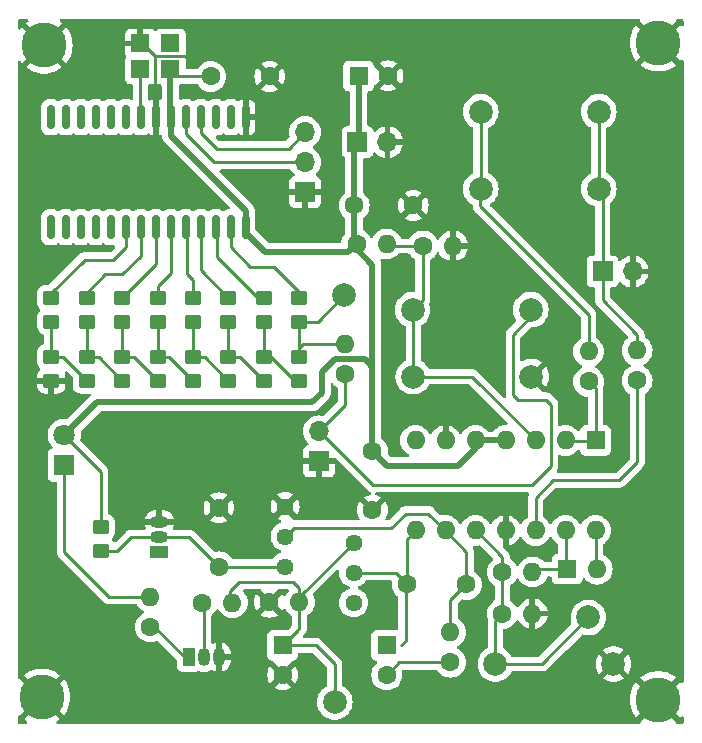
<source format=gbr>
%TF.GenerationSoftware,KiCad,Pcbnew,7.0.1*%
%TF.CreationDate,2023-04-15T20:00:25+02:00*%
%TF.ProjectId,weit_generator,77656974-5f67-4656-9e65-7261746f722e,rev?*%
%TF.SameCoordinates,Original*%
%TF.FileFunction,Copper,L1,Top*%
%TF.FilePolarity,Positive*%
%FSLAX46Y46*%
G04 Gerber Fmt 4.6, Leading zero omitted, Abs format (unit mm)*
G04 Created by KiCad (PCBNEW 7.0.1) date 2023-04-15 20:00:25*
%MOMM*%
%LPD*%
G01*
G04 APERTURE LIST*
G04 Aperture macros list*
%AMRoundRect*
0 Rectangle with rounded corners*
0 $1 Rounding radius*
0 $2 $3 $4 $5 $6 $7 $8 $9 X,Y pos of 4 corners*
0 Add a 4 corners polygon primitive as box body*
4,1,4,$2,$3,$4,$5,$6,$7,$8,$9,$2,$3,0*
0 Add four circle primitives for the rounded corners*
1,1,$1+$1,$2,$3*
1,1,$1+$1,$4,$5*
1,1,$1+$1,$6,$7*
1,1,$1+$1,$8,$9*
0 Add four rect primitives between the rounded corners*
20,1,$1+$1,$2,$3,$4,$5,0*
20,1,$1+$1,$4,$5,$6,$7,0*
20,1,$1+$1,$6,$7,$8,$9,0*
20,1,$1+$1,$8,$9,$2,$3,0*%
G04 Aperture macros list end*
%TA.AperFunction,ComponentPad*%
%ADD10C,3.800000*%
%TD*%
%TA.AperFunction,ComponentPad*%
%ADD11C,2.000000*%
%TD*%
%TA.AperFunction,ComponentPad*%
%ADD12C,1.600000*%
%TD*%
%TA.AperFunction,ComponentPad*%
%ADD13O,1.600000X1.600000*%
%TD*%
%TA.AperFunction,ComponentPad*%
%ADD14R,1.700000X1.700000*%
%TD*%
%TA.AperFunction,ComponentPad*%
%ADD15O,1.700000X1.700000*%
%TD*%
%TA.AperFunction,SMDPad,CuDef*%
%ADD16RoundRect,0.250000X-0.450000X0.350000X-0.450000X-0.350000X0.450000X-0.350000X0.450000X0.350000X0*%
%TD*%
%TA.AperFunction,ComponentPad*%
%ADD17R,1.800000X1.800000*%
%TD*%
%TA.AperFunction,ComponentPad*%
%ADD18C,1.800000*%
%TD*%
%TA.AperFunction,ComponentPad*%
%ADD19C,1.440000*%
%TD*%
%TA.AperFunction,SMDPad,CuDef*%
%ADD20C,2.000000*%
%TD*%
%TA.AperFunction,ComponentPad*%
%ADD21R,1.600000X1.600000*%
%TD*%
%TA.AperFunction,SMDPad,CuDef*%
%ADD22RoundRect,0.150000X0.150000X-0.875000X0.150000X0.875000X-0.150000X0.875000X-0.150000X-0.875000X0*%
%TD*%
%TA.AperFunction,SMDPad,CuDef*%
%ADD23R,1.600000X1.500000*%
%TD*%
%TA.AperFunction,ComponentPad*%
%ADD24R,1.050000X1.500000*%
%TD*%
%TA.AperFunction,ComponentPad*%
%ADD25O,1.050000X1.500000*%
%TD*%
%TA.AperFunction,ComponentPad*%
%ADD26R,1.500000X1.050000*%
%TD*%
%TA.AperFunction,ComponentPad*%
%ADD27O,1.500000X1.050000*%
%TD*%
%TA.AperFunction,Conductor*%
%ADD28C,0.250000*%
%TD*%
%TA.AperFunction,Conductor*%
%ADD29C,0.500000*%
%TD*%
G04 APERTURE END LIST*
D10*
%TO.P,,1*%
%TO.N,GND*%
X101200000Y-78400000D03*
%TD*%
%TO.P,,1*%
%TO.N,GND*%
X153200000Y-78200000D03*
%TD*%
%TO.P,,1*%
%TO.N,GND*%
X153200000Y-133800000D03*
%TD*%
%TO.P,REF\u002A\u002A,1*%
%TO.N,GND*%
X101000000Y-133600000D03*
%TD*%
D11*
%TO.P,C7,1*%
%TO.N,/Filtr Wyj\u015Bciowy/IN*%
X142400000Y-100800000D03*
%TO.P,C7,2*%
%TO.N,Net-(U2A-+)*%
X132400000Y-100800000D03*
%TD*%
D12*
%TO.P,R15,1*%
%TO.N,/Filtr Wyj\u015Bciowy/IN*%
X126695000Y-106245000D03*
D13*
%TO.P,R15,2*%
%TO.N,/R-2R DAC/OUT*%
X126695000Y-103705000D03*
%TD*%
D12*
%TO.P,C10,1*%
%TO.N,+1V2*%
X115995000Y-122560000D03*
%TO.P,C10,2*%
%TO.N,GND*%
X115995000Y-117560000D03*
%TD*%
D14*
%TO.P,J1,1,Pin_1*%
%TO.N,+3V0*%
X127725000Y-86600000D03*
D15*
%TO.P,J1,2,Pin_2*%
%TO.N,GND*%
X130265000Y-86600000D03*
%TD*%
D16*
%TO.P,R18,1*%
%TO.N,/R-2R DAC/BUS6*%
X119800000Y-99800000D03*
%TO.P,R18,2*%
%TO.N,Net-(R12-Pad1)*%
X119800000Y-101800000D03*
%TD*%
D12*
%TO.P,R19,1*%
%TO.N,+3V0*%
X127650000Y-95230000D03*
D13*
%TO.P,R19,2*%
%TO.N,Net-(U2A-+)*%
X130190000Y-95230000D03*
%TD*%
D14*
%TO.P,J3,1,Pin_1*%
%TO.N,/Kontrola Amplitiudy/IN*%
X148480000Y-97560000D03*
D15*
%TO.P,J3,2,Pin_2*%
%TO.N,GND*%
X151020000Y-97560000D03*
%TD*%
D12*
%TO.P,R26,1*%
%TO.N,Net-(Q1-B)*%
X114600000Y-125600000D03*
D13*
%TO.P,R26,2*%
%TO.N,Net-(C11-Pad1)*%
X117140000Y-125600000D03*
%TD*%
D14*
%TO.P,R20,1*%
%TO.N,GND*%
X124470000Y-113635000D03*
D15*
%TO.P,R20,2*%
%TO.N,/Filtr Wyj\u015Bciowy/IN*%
X124470000Y-111095000D03*
%TD*%
D16*
%TO.P,R7,1*%
%TO.N,Net-(R10-Pad2)*%
X113800000Y-104800000D03*
%TO.P,R7,2*%
%TO.N,Net-(R5-Pad1)*%
X113800000Y-106800000D03*
%TD*%
D12*
%TO.P,C9,1*%
%TO.N,Net-(U2C--)*%
X136945000Y-124060000D03*
%TO.P,C9,2*%
%TO.N,Net-(C12-Pad1)*%
X131945000Y-124060000D03*
%TD*%
D16*
%TO.P,R9,1*%
%TO.N,/R-2R DAC/BUS3*%
X110800000Y-99800000D03*
%TO.P,R9,2*%
%TO.N,Net-(R5-Pad1)*%
X110800000Y-101800000D03*
%TD*%
D11*
%TO.P,C13,1*%
%TO.N,GND*%
X149400000Y-130800000D03*
%TO.P,C13,2*%
%TO.N,Net-(U2C-+)*%
X139400000Y-130800000D03*
%TD*%
D17*
%TO.P,D1,1,K*%
%TO.N,/Kontrola Amplitiudy/OUT*%
X102895000Y-113950000D03*
D18*
%TO.P,D1,2,A*%
%TO.N,+3V0*%
X102895000Y-111410000D03*
%TD*%
D16*
%TO.P,R10,1*%
%TO.N,/R-2R DAC/BUS4*%
X113800000Y-99800000D03*
%TO.P,R10,2*%
%TO.N,Net-(R10-Pad2)*%
X113800000Y-101800000D03*
%TD*%
D12*
%TO.P,R24,1*%
%TO.N,Net-(Q1-C)*%
X110200000Y-127645000D03*
D13*
%TO.P,R24,2*%
%TO.N,/Kontrola Amplitiudy/OUT*%
X110200000Y-125105000D03*
%TD*%
D12*
%TO.P,R25,1*%
%TO.N,Net-(C12-Pad2)*%
X135600000Y-130645000D03*
D13*
%TO.P,R25,2*%
%TO.N,Net-(U2C--)*%
X135600000Y-128105000D03*
%TD*%
D16*
%TO.P,R8,1*%
%TO.N,Net-(R1-Pad2)*%
X104800000Y-104800000D03*
%TO.P,R8,2*%
%TO.N,Net-(R3-Pad2)*%
X104800000Y-106800000D03*
%TD*%
%TO.P,R5,1*%
%TO.N,Net-(R5-Pad1)*%
X110800000Y-104800000D03*
%TO.P,R5,2*%
%TO.N,Net-(R2-Pad1)*%
X110800000Y-106800000D03*
%TD*%
D12*
%TO.P,R17,1*%
%TO.N,Net-(U2A-+)*%
X133260000Y-95400000D03*
D13*
%TO.P,R17,2*%
%TO.N,GND*%
X135800000Y-95400000D03*
%TD*%
D12*
%TO.P,R21,1*%
%TO.N,Net-(U2A--)*%
X147295000Y-106875000D03*
D13*
%TO.P,R21,2*%
%TO.N,/Filtr Wyj\u015Bciowy/OUT*%
X147295000Y-104335000D03*
%TD*%
D16*
%TO.P,R23,1*%
%TO.N,+3V0*%
X105995000Y-119185000D03*
%TO.P,R23,2*%
%TO.N,+1V2*%
X105995000Y-121185000D03*
%TD*%
%TO.P,R12,1*%
%TO.N,Net-(R12-Pad1)*%
X119800000Y-104800000D03*
%TO.P,R12,2*%
%TO.N,Net-(R12-Pad2)*%
X119800000Y-106800000D03*
%TD*%
D11*
%TO.P,C8,1*%
%TO.N,GND*%
X142450000Y-106460000D03*
%TO.P,C8,2*%
%TO.N,Net-(U2A-+)*%
X132450000Y-106460000D03*
%TD*%
D16*
%TO.P,R13,1*%
%TO.N,Net-(R12-Pad2)*%
X116800000Y-104800000D03*
%TO.P,R13,2*%
%TO.N,Net-(R10-Pad2)*%
X116800000Y-106800000D03*
%TD*%
D12*
%TO.P,C3,1*%
%TO.N,+3V0*%
X115300000Y-81050000D03*
%TO.P,C3,2*%
%TO.N,GND*%
X120300000Y-81050000D03*
%TD*%
D11*
%TO.P,C4,1*%
%TO.N,/Filtr Wyj\u015Bciowy/OUT*%
X138165000Y-90570000D03*
%TO.P,C4,2*%
%TO.N,/Kontrola Amplitiudy/IN*%
X148165000Y-90570000D03*
%TD*%
D14*
%TO.P,J2,1,Pin_1*%
%TO.N,GND*%
X123300000Y-90840000D03*
D15*
%TO.P,J2,2,Pin_2*%
%TO.N,Net-(J2-Pin_2)*%
X123300000Y-88300000D03*
%TO.P,J2,3,Pin_3*%
%TO.N,Net-(J2-Pin_3)*%
X123300000Y-85760000D03*
%TD*%
D19*
%TO.P,RV2,1,1*%
%TO.N,unconnected-(RV2-Pad1)*%
X127395000Y-125610000D03*
%TO.P,RV2,2,2*%
%TO.N,Net-(C12-Pad1)*%
X127395000Y-123070000D03*
%TO.P,RV2,3,3*%
%TO.N,Net-(C11-Pad1)*%
X127395000Y-120530000D03*
%TD*%
D20*
%TO.P,TP3,1,1*%
%TO.N,Net-(U2C-+)*%
X147275000Y-126850000D03*
%TD*%
D16*
%TO.P,R14,1*%
%TO.N,/R-2R DAC/OUT*%
X122800000Y-104800000D03*
%TO.P,R14,2*%
%TO.N,Net-(R12-Pad1)*%
X122800000Y-106800000D03*
%TD*%
%TO.P,R11,1*%
%TO.N,/R-2R DAC/BUS7*%
X122800000Y-99800000D03*
%TO.P,R11,2*%
%TO.N,/R-2R DAC/OUT*%
X122800000Y-101800000D03*
%TD*%
D12*
%TO.P,R27,1*%
%TO.N,GND*%
X120275000Y-125560000D03*
D13*
%TO.P,R27,2*%
%TO.N,Net-(C11-Pad1)*%
X122815000Y-125560000D03*
%TD*%
D16*
%TO.P,R6,1*%
%TO.N,/R-2R DAC/BUS2*%
X107800000Y-99800000D03*
%TO.P,R6,2*%
%TO.N,Net-(R2-Pad1)*%
X107800000Y-101800000D03*
%TD*%
%TO.P,R16,1*%
%TO.N,/R-2R DAC/BUS5*%
X116800000Y-99800000D03*
%TO.P,R16,2*%
%TO.N,Net-(R12-Pad2)*%
X116800000Y-101800000D03*
%TD*%
%TO.P,R4,1*%
%TO.N,Net-(R3-Pad2)*%
X101800000Y-104800000D03*
%TO.P,R4,2*%
%TO.N,GND*%
X101800000Y-106800000D03*
%TD*%
%TO.P,R3,1*%
%TO.N,/R-2R DAC/BUS0*%
X101800000Y-99800000D03*
%TO.P,R3,2*%
%TO.N,Net-(R3-Pad2)*%
X101800000Y-101800000D03*
%TD*%
D21*
%TO.P,C12,1*%
%TO.N,Net-(C12-Pad1)*%
X130200000Y-129217621D03*
D12*
%TO.P,C12,2*%
%TO.N,Net-(C12-Pad2)*%
X130200000Y-131717621D03*
%TD*%
%TO.P,C5,1*%
%TO.N,+3V0*%
X127445000Y-91970000D03*
%TO.P,C5,2*%
%TO.N,GND*%
X132445000Y-91970000D03*
%TD*%
D22*
%TO.P,U1,1,PA7*%
%TO.N,unconnected-(U1-PA7-Pad1)*%
X101760000Y-93800000D03*
%TO.P,U1,2,PC0*%
%TO.N,unconnected-(U1-PC0-Pad2)*%
X103030000Y-93800000D03*
%TO.P,U1,3,PC1*%
%TO.N,unconnected-(U1-PC1-Pad3)*%
X104300000Y-93800000D03*
%TO.P,U1,4,PC2*%
%TO.N,unconnected-(U1-PC2-Pad4)*%
X105570000Y-93800000D03*
%TO.P,U1,5,PC3*%
%TO.N,unconnected-(U1-PC3-Pad5)*%
X106840000Y-93800000D03*
%TO.P,U1,6,PD0*%
%TO.N,/R-2R DAC/BUS0*%
X108110000Y-93800000D03*
%TO.P,U1,7,PD1*%
%TO.N,/R-2R DAC/BUS1*%
X109380000Y-93800000D03*
%TO.P,U1,8,PD2*%
%TO.N,/R-2R DAC/BUS2*%
X110650000Y-93800000D03*
%TO.P,U1,9,PD3*%
%TO.N,/R-2R DAC/BUS3*%
X111920000Y-93800000D03*
%TO.P,U1,10,PD4*%
%TO.N,/R-2R DAC/BUS4*%
X113190000Y-93800000D03*
%TO.P,U1,11,PD5*%
%TO.N,/R-2R DAC/BUS5*%
X114460000Y-93800000D03*
%TO.P,U1,12,PD6*%
%TO.N,/R-2R DAC/BUS6*%
X115730000Y-93800000D03*
%TO.P,U1,13,VREFA/PD7*%
%TO.N,/R-2R DAC/BUS7*%
X117000000Y-93800000D03*
%TO.P,U1,14,AVDD*%
%TO.N,+3V0*%
X118270000Y-93800000D03*
%TO.P,U1,15,GND*%
%TO.N,GND*%
X118270000Y-84500000D03*
%TO.P,U1,16,XTAL32K1/PF0*%
%TO.N,unconnected-(U1-XTAL32K1{slash}PF0-Pad16)*%
X117000000Y-84500000D03*
%TO.P,U1,17,XTAL32K2/PF1*%
%TO.N,unconnected-(U1-XTAL32K2{slash}PF1-Pad17)*%
X115730000Y-84500000D03*
%TO.P,U1,18,~{RESET}/PF6*%
%TO.N,Net-(J2-Pin_3)*%
X114460000Y-84500000D03*
%TO.P,U1,19,UPDI*%
%TO.N,Net-(J2-Pin_2)*%
X113190000Y-84500000D03*
%TO.P,U1,20,VDD*%
%TO.N,+3V0*%
X111920000Y-84500000D03*
%TO.P,U1,21,GND*%
%TO.N,GND*%
X110650000Y-84500000D03*
%TO.P,U1,22,PA0*%
%TO.N,Net-(U1-PA0)*%
X109380000Y-84500000D03*
%TO.P,U1,23,PA1*%
%TO.N,unconnected-(U1-PA1-Pad23)*%
X108110000Y-84500000D03*
%TO.P,U1,24,PA2*%
%TO.N,unconnected-(U1-PA2-Pad24)*%
X106840000Y-84500000D03*
%TO.P,U1,25,PA3*%
%TO.N,unconnected-(U1-PA3-Pad25)*%
X105570000Y-84500000D03*
%TO.P,U1,26,PA4*%
%TO.N,unconnected-(U1-PA4-Pad26)*%
X104300000Y-84500000D03*
%TO.P,U1,27,PA5*%
%TO.N,unconnected-(U1-PA5-Pad27)*%
X103030000Y-84500000D03*
%TO.P,U1,28,PA6*%
%TO.N,unconnected-(U1-PA6-Pad28)*%
X101760000Y-84500000D03*
%TD*%
D21*
%TO.P,U2,1*%
%TO.N,Net-(U2A--)*%
X147885000Y-111860000D03*
D13*
%TO.P,U2,2,-*%
X145345000Y-111860000D03*
%TO.P,U2,3,+*%
%TO.N,Net-(U2A-+)*%
X142805000Y-111860000D03*
%TO.P,U2,4,V+*%
%TO.N,+3V0*%
X140265000Y-111860000D03*
%TO.P,U2,5,+*%
X137725000Y-111860000D03*
%TO.P,U2,6,-*%
%TO.N,GND*%
X135185000Y-111860000D03*
%TO.P,U2,7*%
%TO.N,unconnected-(U2-Pad7)*%
X132645000Y-111860000D03*
%TO.P,U2,8*%
%TO.N,Net-(C12-Pad1)*%
X132645000Y-119480000D03*
%TO.P,U2,9,-*%
%TO.N,Net-(U2C--)*%
X135185000Y-119480000D03*
%TO.P,U2,10,+*%
%TO.N,Net-(U2C-+)*%
X137725000Y-119480000D03*
%TO.P,U2,11,V-*%
%TO.N,GND*%
X140265000Y-119480000D03*
%TO.P,U2,12,+*%
%TO.N,Net-(U2D-+)*%
X142805000Y-119480000D03*
%TO.P,U2,13,-*%
%TO.N,Net-(D2-K)*%
X145345000Y-119480000D03*
%TO.P,U2,14*%
%TO.N,Net-(D2-A)*%
X147885000Y-119480000D03*
%TD*%
D16*
%TO.P,R2,1*%
%TO.N,Net-(R2-Pad1)*%
X107800000Y-104800000D03*
%TO.P,R2,2*%
%TO.N,Net-(R1-Pad2)*%
X107800000Y-106800000D03*
%TD*%
D20*
%TO.P,TP1,1,1*%
%TO.N,/R-2R DAC/OUT*%
X126575000Y-99590000D03*
%TD*%
D12*
%TO.P,R28,1*%
%TO.N,Net-(U2C-+)*%
X140000000Y-123000000D03*
D13*
%TO.P,R28,2*%
%TO.N,Net-(D2-K)*%
X142540000Y-123000000D03*
%TD*%
D21*
%TO.P,C11,1*%
%TO.N,Net-(C11-Pad1)*%
X121400000Y-129217621D03*
D12*
%TO.P,C11,2*%
%TO.N,GND*%
X121400000Y-131717621D03*
%TD*%
D16*
%TO.P,R1,1*%
%TO.N,/R-2R DAC/BUS1*%
X104800000Y-99800000D03*
%TO.P,R1,2*%
%TO.N,Net-(R1-Pad2)*%
X104800000Y-101800000D03*
%TD*%
D21*
%TO.P,C2,1*%
%TO.N,+3V0*%
X127817620Y-81000000D03*
D12*
%TO.P,C2,2*%
%TO.N,GND*%
X130317620Y-81000000D03*
%TD*%
D20*
%TO.P,TP2,1,1*%
%TO.N,Net-(C11-Pad1)*%
X125800000Y-134000000D03*
%TD*%
D23*
%TO.P,X1,1,~{ST}*%
%TO.N,unconnected-(X1-~{ST}-Pad1)*%
X111890000Y-78255000D03*
%TO.P,X1,2,GND*%
%TO.N,GND*%
X109350000Y-78255000D03*
%TO.P,X1,3,OUT*%
%TO.N,Net-(U1-PA0)*%
X109350000Y-80455000D03*
%TO.P,X1,4,VCC*%
%TO.N,+3V0*%
X111890000Y-80455000D03*
%TD*%
D12*
%TO.P,C6,1*%
%TO.N,+3V0*%
X128995000Y-112760000D03*
%TO.P,C6,2*%
%TO.N,GND*%
X128995000Y-117760000D03*
%TD*%
D21*
%TO.P,D2,1,K*%
%TO.N,Net-(D2-K)*%
X145480686Y-122760000D03*
D13*
%TO.P,D2,2,A*%
%TO.N,Net-(D2-A)*%
X148020686Y-122760000D03*
%TD*%
D12*
%TO.P,R29,1*%
%TO.N,Net-(U2C-+)*%
X140000000Y-126520000D03*
D13*
%TO.P,R29,2*%
%TO.N,GND*%
X142540000Y-126520000D03*
%TD*%
D12*
%TO.P,R22,1*%
%TO.N,Net-(U2D-+)*%
X151405000Y-106780000D03*
D13*
%TO.P,R22,2*%
%TO.N,/Kontrola Amplitiudy/IN*%
X151405000Y-104240000D03*
%TD*%
D24*
%TO.P,Q1,1,C*%
%TO.N,Net-(Q1-C)*%
X113460000Y-130200000D03*
D25*
%TO.P,Q1,2,B*%
%TO.N,Net-(Q1-B)*%
X114730000Y-130200000D03*
%TO.P,Q1,3,E*%
%TO.N,GND*%
X116000000Y-130200000D03*
%TD*%
D19*
%TO.P,RV1,1,1*%
%TO.N,GND*%
X121595000Y-117460000D03*
%TO.P,RV1,2,2*%
%TO.N,Net-(U2C--)*%
X121595000Y-120000000D03*
%TO.P,RV1,3,3*%
%TO.N,+1V2*%
X121595000Y-122540000D03*
%TD*%
D26*
%TO.P,U3,1,FB*%
%TO.N,unconnected-(U3-FB-Pad1)*%
X110955000Y-121305000D03*
D27*
%TO.P,U3,2,K*%
%TO.N,+1V2*%
X110955000Y-120035000D03*
%TO.P,U3,3,A*%
%TO.N,GND*%
X110955000Y-118765000D03*
%TD*%
D11*
%TO.P,C1,1*%
%TO.N,/Filtr Wyj\u015Bciowy/OUT*%
X138165000Y-84030000D03*
%TO.P,C1,2*%
%TO.N,/Kontrola Amplitiudy/IN*%
X148165000Y-84030000D03*
%TD*%
D28*
%TO.N,Net-(U2C--)*%
X135600000Y-128105000D02*
X135600000Y-125405000D01*
X135600000Y-125405000D02*
X136945000Y-124060000D01*
%TO.N,Net-(U2C-+)*%
X140000000Y-123000000D02*
X140000000Y-121755000D01*
X140000000Y-121755000D02*
X137725000Y-119480000D01*
X140000000Y-126520000D02*
X140000000Y-123000000D01*
X139400000Y-130800000D02*
X139400000Y-127120000D01*
X139400000Y-127120000D02*
X140000000Y-126520000D01*
X147275000Y-126850000D02*
X143325000Y-130800000D01*
X143325000Y-130800000D02*
X139400000Y-130800000D01*
%TO.N,Net-(C12-Pad2)*%
X135600000Y-130645000D02*
X131272621Y-130645000D01*
X131272621Y-130645000D02*
X130200000Y-131717621D01*
%TO.N,Net-(C11-Pad1)*%
X125800000Y-134200000D02*
X125800000Y-130800000D01*
X125800000Y-130800000D02*
X124217621Y-129217621D01*
X124217621Y-129217621D02*
X121400000Y-129217621D01*
%TO.N,Net-(U2A-+)*%
X133260000Y-95400000D02*
X130360000Y-95400000D01*
X130360000Y-95400000D02*
X130190000Y-95230000D01*
X132450000Y-106460000D02*
X132450000Y-100850000D01*
X132450000Y-100850000D02*
X132400000Y-100800000D01*
X133260000Y-95400000D02*
X133260000Y-99940000D01*
X133260000Y-99940000D02*
X132400000Y-100800000D01*
D29*
%TO.N,+3V0*%
X118270000Y-94285000D02*
X119855000Y-95870000D01*
D28*
X105995000Y-114510000D02*
X102895000Y-111410000D01*
D29*
X111920000Y-86055000D02*
X118270000Y-92405000D01*
X118270000Y-92405000D02*
X118270000Y-93800000D01*
X127400000Y-104995000D02*
X125805000Y-104995000D01*
X127415000Y-105010000D02*
X127400000Y-104995000D01*
X127445000Y-91970000D02*
X127445000Y-86880000D01*
X105675000Y-108630000D02*
X102895000Y-111410000D01*
X124695000Y-107830000D02*
X123895000Y-108630000D01*
X123895000Y-108630000D02*
X105675000Y-108630000D01*
X130235000Y-114000000D02*
X128995000Y-112760000D01*
X128995000Y-105630000D02*
X128375000Y-105010000D01*
X124695000Y-106105000D02*
X124695000Y-107830000D01*
D28*
X112485000Y-81050000D02*
X111890000Y-80455000D01*
D29*
X127445000Y-95390000D02*
X127445000Y-91970000D01*
X127650000Y-95230000D02*
X127650000Y-95650000D01*
X111920000Y-84500000D02*
X111920000Y-86055000D01*
X128995000Y-96995000D02*
X128995000Y-105630000D01*
X137725000Y-112475000D02*
X136200000Y-114000000D01*
X125805000Y-104995000D02*
X124695000Y-106105000D01*
X127817620Y-86507380D02*
X127725000Y-86600000D01*
X118270000Y-93800000D02*
X118270000Y-94285000D01*
X126965000Y-95870000D02*
X127445000Y-95390000D01*
X128995000Y-105630000D02*
X128995000Y-112760000D01*
X140265000Y-111860000D02*
X137725000Y-111860000D01*
D28*
X105995000Y-119185000D02*
X105995000Y-114510000D01*
D29*
X137725000Y-111860000D02*
X137725000Y-112475000D01*
X127445000Y-86880000D02*
X127725000Y-86600000D01*
X119855000Y-95870000D02*
X126965000Y-95870000D01*
X127817620Y-81000000D02*
X127817620Y-86507380D01*
X111890000Y-80455000D02*
X111890000Y-84470000D01*
X127650000Y-95650000D02*
X128995000Y-96995000D01*
X128375000Y-105010000D02*
X127415000Y-105010000D01*
D28*
X115300000Y-81050000D02*
X112485000Y-81050000D01*
D29*
X136200000Y-114000000D02*
X130235000Y-114000000D01*
X111890000Y-84470000D02*
X111920000Y-84500000D01*
D28*
%TO.N,GND*%
X109520000Y-78255000D02*
X110620000Y-79355000D01*
X110620000Y-79355000D02*
X114192500Y-79355000D01*
X110530000Y-84380000D02*
X110650000Y-84500000D01*
X110620000Y-84470000D02*
X110650000Y-84500000D01*
X110620000Y-79355000D02*
X110620000Y-84470000D01*
%TO.N,/Filtr Wyj\u015Bciowy/IN*%
X124470000Y-111095000D02*
X129005000Y-115630000D01*
X144095000Y-114030000D02*
X144095000Y-108830000D01*
X126695000Y-108870000D02*
X124470000Y-111095000D01*
X129005000Y-115630000D02*
X142495000Y-115630000D01*
X141295000Y-108430000D02*
X140895000Y-108030000D01*
X126695000Y-106275000D02*
X126695000Y-108870000D01*
X140895000Y-102915000D02*
X142450000Y-101360000D01*
X142495000Y-115630000D02*
X144095000Y-114030000D01*
X140895000Y-108030000D02*
X140895000Y-102915000D01*
X143695000Y-108430000D02*
X141295000Y-108430000D01*
X144095000Y-108830000D02*
X143695000Y-108430000D01*
%TO.N,+1V2*%
X115995000Y-122560000D02*
X113470000Y-120035000D01*
X113470000Y-120035000D02*
X110955000Y-120035000D01*
X106010000Y-121200000D02*
X105995000Y-121185000D01*
X110955000Y-120035000D02*
X108565000Y-120035000D01*
X108565000Y-120035000D02*
X107400000Y-121200000D01*
X107400000Y-121200000D02*
X106010000Y-121200000D01*
X116015000Y-122540000D02*
X115995000Y-122560000D01*
X121595000Y-122540000D02*
X116015000Y-122540000D01*
%TO.N,Net-(D2-K)*%
X145345000Y-119510000D02*
X145345000Y-122624314D01*
X145480686Y-122760000D02*
X142670000Y-122760000D01*
X145345000Y-122624314D02*
X145480686Y-122760000D01*
X142670000Y-122760000D02*
X142380000Y-123050000D01*
%TO.N,/Kontrola Amplitiudy/OUT*%
X110200000Y-125105000D02*
X106705000Y-125105000D01*
X102895000Y-121295000D02*
X102895000Y-113950000D01*
X106705000Y-125105000D02*
X102895000Y-121295000D01*
%TO.N,Net-(D2-A)*%
X147885000Y-122624314D02*
X148020686Y-122760000D01*
X147885000Y-119510000D02*
X147885000Y-122624314D01*
%TO.N,Net-(J2-Pin_2)*%
X115565000Y-88300000D02*
X113190000Y-85925000D01*
X113190000Y-85925000D02*
X113190000Y-84500000D01*
X123300000Y-88300000D02*
X115565000Y-88300000D01*
%TO.N,Net-(J2-Pin_3)*%
X114460000Y-84500000D02*
X114460000Y-85795000D01*
X114460000Y-85795000D02*
X115820000Y-87155000D01*
X115820000Y-87155000D02*
X121905000Y-87155000D01*
X121905000Y-87155000D02*
X123300000Y-85760000D01*
%TO.N,/R-2R DAC/OUT*%
X122800000Y-104000000D02*
X122800000Y-101800000D01*
X123095000Y-103705000D02*
X122800000Y-104000000D01*
X124365000Y-101800000D02*
X122800000Y-101800000D01*
X126695000Y-103705000D02*
X123095000Y-103705000D01*
X126575000Y-99590000D02*
X124365000Y-101800000D01*
X122800000Y-104800000D02*
X122800000Y-104000000D01*
%TO.N,/R-2R DAC/BUS7*%
X117000000Y-93800000D02*
X117000000Y-95500000D01*
X118655000Y-97155000D02*
X120620000Y-97155000D01*
X122800000Y-99335000D02*
X122800000Y-99800000D01*
X117000000Y-95500000D02*
X118655000Y-97155000D01*
X120620000Y-97155000D02*
X122800000Y-99335000D01*
%TO.N,/R-2R DAC/BUS6*%
X119300000Y-99800000D02*
X115800000Y-96300000D01*
X119800000Y-99800000D02*
X119300000Y-99800000D01*
X115800000Y-96300000D02*
X115800000Y-93870000D01*
X115800000Y-93870000D02*
X115730000Y-93800000D01*
%TO.N,Net-(R3-Pad2)*%
X101800000Y-101800000D02*
X101800000Y-104800000D01*
X104800000Y-106800000D02*
X102800000Y-104800000D01*
X102800000Y-104800000D02*
X101800000Y-104800000D01*
%TO.N,/R-2R DAC/BUS5*%
X116800000Y-99800000D02*
X114460000Y-97460000D01*
X114460000Y-97460000D02*
X114460000Y-93800000D01*
%TO.N,Net-(R12-Pad1)*%
X122800000Y-106800000D02*
X122400000Y-106800000D01*
X119800000Y-101800000D02*
X119800000Y-104800000D01*
X120400000Y-104800000D02*
X119800000Y-104800000D01*
X122400000Y-106800000D02*
X120400000Y-104800000D01*
%TO.N,/R-2R DAC/BUS4*%
X113800000Y-98300000D02*
X113300000Y-97800000D01*
X113300000Y-97800000D02*
X113300000Y-93910000D01*
X113300000Y-93910000D02*
X113190000Y-93800000D01*
X113800000Y-99800000D02*
X113800000Y-98300000D01*
%TO.N,Net-(R12-Pad2)*%
X116800000Y-101800000D02*
X116800000Y-104800000D01*
X117800000Y-104800000D02*
X116800000Y-104800000D01*
X119800000Y-106800000D02*
X117800000Y-104800000D01*
%TO.N,/R-2R DAC/BUS3*%
X111920000Y-93800000D02*
X111920000Y-97680000D01*
X110800000Y-98800000D02*
X110800000Y-99800000D01*
X111920000Y-97680000D02*
X110800000Y-98800000D01*
%TO.N,Net-(R10-Pad2)*%
X116800000Y-106800000D02*
X114800000Y-104800000D01*
X114800000Y-104800000D02*
X113800000Y-104800000D01*
X113800000Y-101800000D02*
X113800000Y-104800000D01*
%TO.N,/R-2R DAC/BUS2*%
X110650000Y-93800000D02*
X110650000Y-96950000D01*
X110650000Y-96950000D02*
X107800000Y-99800000D01*
%TO.N,Net-(R5-Pad1)*%
X113800000Y-106800000D02*
X111800000Y-104800000D01*
X111800000Y-104800000D02*
X110800000Y-104800000D01*
X110800000Y-101800000D02*
X110800000Y-104800000D01*
%TO.N,/R-2R DAC/BUS1*%
X106375000Y-97800000D02*
X104800000Y-99375000D01*
X104800000Y-99375000D02*
X104800000Y-99800000D01*
X107800000Y-97800000D02*
X106375000Y-97800000D01*
X109380000Y-96220000D02*
X107800000Y-97800000D01*
X109380000Y-93800000D02*
X109380000Y-96220000D01*
%TO.N,Net-(R2-Pad1)*%
X110800000Y-106800000D02*
X108800000Y-104800000D01*
X108800000Y-104800000D02*
X107800000Y-104800000D01*
X107800000Y-101800000D02*
X107800000Y-104800000D01*
%TO.N,/R-2R DAC/BUS0*%
X101800000Y-99375000D02*
X101800000Y-99800000D01*
X104620000Y-96555000D02*
X101800000Y-99375000D01*
X107045000Y-96555000D02*
X104620000Y-96555000D01*
X108110000Y-95490000D02*
X107045000Y-96555000D01*
X108110000Y-93800000D02*
X108110000Y-95490000D01*
%TO.N,Net-(R1-Pad2)*%
X107800000Y-106800000D02*
X105800000Y-104800000D01*
X104800000Y-101800000D02*
X104800000Y-104800000D01*
X105800000Y-104800000D02*
X104800000Y-104800000D01*
%TO.N,Net-(U2A-+)*%
X142805000Y-111860000D02*
X137405000Y-106460000D01*
X137405000Y-106460000D02*
X132450000Y-106460000D01*
%TO.N,Net-(U1-PA0)*%
X109350000Y-80455000D02*
X109350000Y-84470000D01*
X109350000Y-84470000D02*
X109380000Y-84500000D01*
%TO.N,/Filtr Wyj\u015Bciowy/OUT*%
X147295000Y-101230000D02*
X138095000Y-92030000D01*
X138165000Y-90570000D02*
X138165000Y-84030000D01*
X138095000Y-92030000D02*
X138095000Y-90640000D01*
X147295000Y-104335000D02*
X147295000Y-101230000D01*
X138095000Y-90640000D02*
X138165000Y-90570000D01*
%TO.N,Net-(C12-Pad1)*%
X130955000Y-123070000D02*
X131945000Y-124060000D01*
X127395000Y-123070000D02*
X130955000Y-123070000D01*
X131945000Y-120210000D02*
X132645000Y-119510000D01*
X131800000Y-124205000D02*
X131800000Y-128827621D01*
X131800000Y-128827621D02*
X131400000Y-129227621D01*
X131945000Y-124060000D02*
X131800000Y-124205000D01*
X131945000Y-124060000D02*
X131945000Y-120210000D01*
%TO.N,Net-(Q1-C)*%
X113105000Y-130200000D02*
X110200000Y-127295000D01*
X113460000Y-130200000D02*
X113105000Y-130200000D01*
%TO.N,Net-(Q1-B)*%
X114730000Y-125940000D02*
X114375000Y-125585000D01*
X114730000Y-130200000D02*
X114730000Y-125940000D01*
%TO.N,Net-(C11-Pad1)*%
X122600000Y-128017621D02*
X122600000Y-128000000D01*
X117670000Y-123835000D02*
X122295000Y-123835000D01*
X116915000Y-125585000D02*
X116915000Y-124590000D01*
X121400000Y-129217621D02*
X122600000Y-128017621D01*
X122295000Y-123835000D02*
X122815000Y-124355000D01*
X122815000Y-124355000D02*
X122815000Y-125560000D01*
X122795000Y-125130000D02*
X127395000Y-120530000D01*
X116915000Y-124590000D02*
X117670000Y-123835000D01*
X122600000Y-128000000D02*
X122815000Y-127785000D01*
X122815000Y-127785000D02*
X122815000Y-125560000D01*
%TO.N,Net-(U2D-+)*%
X149895000Y-115230000D02*
X144295000Y-115230000D01*
X151405000Y-113720000D02*
X149895000Y-115230000D01*
X151405000Y-106780000D02*
X151405000Y-113720000D01*
X142805000Y-116720000D02*
X142805000Y-119480000D01*
X144295000Y-115230000D02*
X142805000Y-116720000D01*
%TO.N,Net-(U2A--)*%
X145345000Y-111890000D02*
X147885000Y-111890000D01*
X147885000Y-111860000D02*
X147885000Y-107465000D01*
X147885000Y-107465000D02*
X147295000Y-106875000D01*
%TO.N,/Kontrola Amplitiudy/IN*%
X148480000Y-97560000D02*
X148480000Y-90885000D01*
X151405000Y-102940000D02*
X148480000Y-100015000D01*
X148165000Y-84030000D02*
X148165000Y-90570000D01*
X148480000Y-100015000D02*
X148480000Y-97560000D01*
X151405000Y-104240000D02*
X151405000Y-102940000D01*
X148480000Y-90885000D02*
X148165000Y-90570000D01*
%TO.N,Net-(U2C--)*%
X131795000Y-118060000D02*
X133735000Y-118060000D01*
X136945000Y-124060000D02*
X136945000Y-121270000D01*
X122335000Y-119260000D02*
X130595000Y-119260000D01*
X121595000Y-120000000D02*
X122335000Y-119260000D01*
X133735000Y-118060000D02*
X135185000Y-119510000D01*
X130595000Y-119260000D02*
X131795000Y-118060000D01*
X136945000Y-121270000D02*
X135185000Y-119510000D01*
%TD*%
%TA.AperFunction,Conductor*%
%TO.N,GND*%
G36*
X125623859Y-107009711D02*
G01*
X125671075Y-107050038D01*
X125694953Y-107084140D01*
X125855859Y-107245046D01*
X126016623Y-107357613D01*
X126055489Y-107401931D01*
X126069500Y-107459188D01*
X126069500Y-108559547D01*
X126060061Y-108607000D01*
X126033181Y-108647228D01*
X124925646Y-109754761D01*
X124870059Y-109786855D01*
X124805873Y-109786855D01*
X124705408Y-109759936D01*
X124469999Y-109739340D01*
X124234592Y-109759936D01*
X124006336Y-109821097D01*
X123792170Y-109920965D01*
X123598598Y-110056505D01*
X123431505Y-110223598D01*
X123295965Y-110417170D01*
X123196097Y-110631336D01*
X123134936Y-110859592D01*
X123114340Y-111095000D01*
X123134936Y-111330407D01*
X123179054Y-111495058D01*
X123196097Y-111558663D01*
X123295965Y-111772830D01*
X123431505Y-111966401D01*
X123431508Y-111966404D01*
X123553818Y-112088714D01*
X123585114Y-112141460D01*
X123587303Y-112202753D01*
X123559850Y-112257597D01*
X123509472Y-112292576D01*
X123377913Y-112341646D01*
X123262811Y-112427811D01*
X123176647Y-112542910D01*
X123126402Y-112677624D01*
X123120000Y-112737176D01*
X123120000Y-113385000D01*
X125824048Y-113385000D01*
X125871501Y-113394439D01*
X125911729Y-113421319D01*
X128504197Y-116013787D01*
X128517098Y-116029889D01*
X128519212Y-116031874D01*
X128519214Y-116031877D01*
X128566561Y-116076339D01*
X128568240Y-116077916D01*
X128571036Y-116080626D01*
X128590530Y-116100120D01*
X128593704Y-116102582D01*
X128602568Y-116110153D01*
X128634418Y-116140062D01*
X128644914Y-116145832D01*
X128651974Y-116149714D01*
X128668231Y-116160392D01*
X128684064Y-116172674D01*
X128700185Y-116179649D01*
X128724156Y-116190023D01*
X128734643Y-116195160D01*
X128772908Y-116216197D01*
X128792316Y-116221180D01*
X128810706Y-116227476D01*
X128829105Y-116235438D01*
X128829107Y-116235438D01*
X128829379Y-116235556D01*
X128880094Y-116275983D01*
X128903463Y-116336482D01*
X128893094Y-116400504D01*
X128851823Y-116450534D01*
X128790940Y-116472886D01*
X128768397Y-116474858D01*
X128548672Y-116533733D01*
X128342516Y-116629865D01*
X128269527Y-116680973D01*
X128269526Y-116680973D01*
X128995000Y-117406446D01*
X128995001Y-117406446D01*
X129720472Y-116680974D01*
X129720471Y-116680972D01*
X129647484Y-116629866D01*
X129441326Y-116533733D01*
X129312727Y-116499275D01*
X129261048Y-116470922D01*
X129228299Y-116421910D01*
X129221882Y-116363315D01*
X129243246Y-116308376D01*
X129287564Y-116269511D01*
X129344821Y-116255500D01*
X142135680Y-116255500D01*
X142194565Y-116270373D01*
X142239323Y-116311426D01*
X142259218Y-116368808D01*
X142249477Y-116428756D01*
X142244972Y-116439164D01*
X142239838Y-116449644D01*
X142218802Y-116487907D01*
X142213821Y-116507309D01*
X142207520Y-116525711D01*
X142199561Y-116544102D01*
X142192728Y-116587242D01*
X142190360Y-116598674D01*
X142179500Y-116640978D01*
X142179500Y-116661016D01*
X142177973Y-116680415D01*
X142174840Y-116700194D01*
X142178950Y-116743675D01*
X142179500Y-116755344D01*
X142179500Y-118265812D01*
X142165489Y-118323069D01*
X142126623Y-118367387D01*
X141965859Y-118479953D01*
X141804953Y-118640859D01*
X141674430Y-118827267D01*
X141647105Y-118885866D01*
X141601348Y-118938041D01*
X141534723Y-118957460D01*
X141468099Y-118938040D01*
X141422342Y-118885865D01*
X141395134Y-118827519D01*
X141264658Y-118641180D01*
X141103819Y-118480341D01*
X140917480Y-118349865D01*
X140711326Y-118253733D01*
X140515000Y-118201128D01*
X140515000Y-120758871D01*
X140711326Y-120706266D01*
X140917480Y-120610134D01*
X141103819Y-120479658D01*
X141264658Y-120318819D01*
X141395135Y-120132479D01*
X141422342Y-120074135D01*
X141468098Y-120021959D01*
X141534723Y-120002539D01*
X141601348Y-120021958D01*
X141647105Y-120074132D01*
X141657917Y-120097318D01*
X141674433Y-120132736D01*
X141804953Y-120319140D01*
X141965859Y-120480046D01*
X142152264Y-120610567D01*
X142152265Y-120610567D01*
X142152266Y-120610568D01*
X142358504Y-120706739D01*
X142578308Y-120765635D01*
X142805000Y-120785468D01*
X143031692Y-120765635D01*
X143251496Y-120706739D01*
X143457734Y-120610568D01*
X143644139Y-120480047D01*
X143805047Y-120319139D01*
X143935568Y-120132734D01*
X143962618Y-120074724D01*
X144008375Y-120022549D01*
X144075000Y-120003129D01*
X144141625Y-120022549D01*
X144187381Y-120074724D01*
X144191249Y-120083018D01*
X144214431Y-120132733D01*
X144344953Y-120319140D01*
X144505859Y-120480046D01*
X144666623Y-120592613D01*
X144705489Y-120636931D01*
X144719500Y-120694188D01*
X144719500Y-121338798D01*
X144705031Y-121396926D01*
X144665002Y-121441489D01*
X144608753Y-121462087D01*
X144585456Y-121464591D01*
X144573201Y-121465909D01*
X144438355Y-121516204D01*
X144323140Y-121602454D01*
X144236890Y-121717668D01*
X144186595Y-121852516D01*
X144185616Y-121861623D01*
X144181438Y-121900489D01*
X144180186Y-121912131D01*
X144180186Y-122010500D01*
X144163573Y-122072500D01*
X144118186Y-122117887D01*
X144056186Y-122134500D01*
X143565048Y-122134500D01*
X143517595Y-122125061D01*
X143477369Y-122098183D01*
X143379139Y-121999953D01*
X143379138Y-121999952D01*
X143379136Y-121999950D01*
X143192735Y-121869432D01*
X142986497Y-121773261D01*
X142766689Y-121714364D01*
X142540000Y-121694531D01*
X142313310Y-121714364D01*
X142093502Y-121773261D01*
X141887264Y-121869432D01*
X141700859Y-121999953D01*
X141539953Y-122160859D01*
X141409433Y-122347263D01*
X141382382Y-122405275D01*
X141336625Y-122457450D01*
X141270000Y-122476869D01*
X141203375Y-122457450D01*
X141157618Y-122405275D01*
X141137033Y-122361131D01*
X141130568Y-122347266D01*
X141120794Y-122333307D01*
X141000046Y-122160859D01*
X140839140Y-121999953D01*
X140679745Y-121888345D01*
X140641792Y-121845747D01*
X140626929Y-121790664D01*
X140626550Y-121778617D01*
X140625561Y-121747126D01*
X140625500Y-121743232D01*
X140625500Y-121715653D01*
X140625337Y-121714365D01*
X140624996Y-121711665D01*
X140624080Y-121700019D01*
X140624019Y-121698077D01*
X140622709Y-121656373D01*
X140617120Y-121637140D01*
X140613174Y-121618082D01*
X140610664Y-121598206D01*
X140594588Y-121557604D01*
X140590804Y-121546553D01*
X140581986Y-121516204D01*
X140578618Y-121504610D01*
X140568414Y-121487355D01*
X140559861Y-121469895D01*
X140556770Y-121462088D01*
X140552486Y-121451268D01*
X140526808Y-121415925D01*
X140520401Y-121406171D01*
X140515273Y-121397500D01*
X140498170Y-121368580D01*
X140484006Y-121354416D01*
X140471367Y-121339617D01*
X140459595Y-121323413D01*
X140425941Y-121295573D01*
X140417299Y-121287709D01*
X140043382Y-120913792D01*
X140010001Y-120852945D01*
X140014544Y-120783693D01*
X140015000Y-120783071D01*
X140015000Y-118201128D01*
X140014999Y-118201128D01*
X139818673Y-118253733D01*
X139612519Y-118349865D01*
X139426180Y-118480341D01*
X139265341Y-118641180D01*
X139134863Y-118827522D01*
X139107656Y-118885866D01*
X139061899Y-118938041D01*
X138995274Y-118957460D01*
X138928650Y-118938040D01*
X138882893Y-118885865D01*
X138855567Y-118827264D01*
X138725046Y-118640859D01*
X138564140Y-118479953D01*
X138377735Y-118349432D01*
X138171497Y-118253261D01*
X137951689Y-118194364D01*
X137725000Y-118174531D01*
X137498310Y-118194364D01*
X137278502Y-118253261D01*
X137072264Y-118349432D01*
X136885859Y-118479953D01*
X136724953Y-118640859D01*
X136594433Y-118827263D01*
X136567382Y-118885275D01*
X136521625Y-118937450D01*
X136455000Y-118956869D01*
X136388375Y-118937450D01*
X136342618Y-118885275D01*
X136315687Y-118827522D01*
X136315568Y-118827266D01*
X136269750Y-118761830D01*
X136185046Y-118640859D01*
X136024140Y-118479953D01*
X135837735Y-118349432D01*
X135631497Y-118253261D01*
X135411689Y-118194364D01*
X135185000Y-118174531D01*
X134958309Y-118194364D01*
X134866291Y-118219020D01*
X134802104Y-118219020D01*
X134746517Y-118186926D01*
X134235802Y-117676211D01*
X134222906Y-117660113D01*
X134171775Y-117612098D01*
X134168978Y-117609387D01*
X134149470Y-117589879D01*
X134146290Y-117587412D01*
X134137424Y-117579839D01*
X134105582Y-117549938D01*
X134088024Y-117540285D01*
X134071764Y-117529604D01*
X134055936Y-117517327D01*
X134015851Y-117499980D01*
X134005361Y-117494841D01*
X133967091Y-117473802D01*
X133947691Y-117468821D01*
X133929284Y-117462519D01*
X133910897Y-117454562D01*
X133867758Y-117447729D01*
X133856324Y-117445361D01*
X133814019Y-117434500D01*
X133793984Y-117434500D01*
X133774586Y-117432973D01*
X133767162Y-117431797D01*
X133754805Y-117429840D01*
X133754804Y-117429840D01*
X133728484Y-117432328D01*
X133711325Y-117433950D01*
X133699656Y-117434500D01*
X131877740Y-117434500D01*
X131857236Y-117432236D01*
X131787144Y-117434439D01*
X131783250Y-117434500D01*
X131755648Y-117434500D01*
X131751653Y-117435004D01*
X131740029Y-117435918D01*
X131696368Y-117437290D01*
X131677128Y-117442880D01*
X131658081Y-117446825D01*
X131638209Y-117449335D01*
X131597599Y-117465413D01*
X131586554Y-117469194D01*
X131544611Y-117481380D01*
X131527369Y-117491578D01*
X131509897Y-117500138D01*
X131491266Y-117507514D01*
X131455938Y-117533181D01*
X131446180Y-117539591D01*
X131408579Y-117561829D01*
X131394410Y-117575998D01*
X131379622Y-117588628D01*
X131363413Y-117600405D01*
X131335572Y-117634058D01*
X131327711Y-117642696D01*
X130372228Y-118598181D01*
X130332000Y-118625061D01*
X130284547Y-118634500D01*
X130207877Y-118634500D01*
X130143549Y-118616509D01*
X130097887Y-118567756D01*
X130084143Y-118502389D01*
X130106303Y-118439375D01*
X130125134Y-118412481D01*
X130221266Y-118206326D01*
X130280141Y-117986602D01*
X130299966Y-117760000D01*
X130280141Y-117533397D01*
X130221266Y-117313673D01*
X130125133Y-117107515D01*
X130074025Y-117034526D01*
X129082680Y-118025872D01*
X129027093Y-118057966D01*
X128962905Y-118057966D01*
X128907318Y-118025872D01*
X127915973Y-117034527D01*
X127864865Y-117107516D01*
X127768733Y-117313672D01*
X127709858Y-117533397D01*
X127690033Y-117760000D01*
X127709858Y-117986602D01*
X127768733Y-118206326D01*
X127864865Y-118412481D01*
X127883697Y-118439375D01*
X127905857Y-118502389D01*
X127892113Y-118567756D01*
X127846451Y-118616509D01*
X127782123Y-118634500D01*
X122417744Y-118634500D01*
X122397235Y-118632235D01*
X122389038Y-118632493D01*
X122322271Y-118615432D01*
X122274923Y-118565362D01*
X122261617Y-118497748D01*
X122263031Y-118481583D01*
X121595001Y-117813553D01*
X121595000Y-117813553D01*
X120926967Y-118481583D01*
X120982670Y-118520587D01*
X121185974Y-118615389D01*
X121185217Y-118617011D01*
X121228594Y-118642051D01*
X121260693Y-118697634D01*
X121260699Y-118761821D01*
X121228612Y-118817411D01*
X121185065Y-118842559D01*
X121185802Y-118844139D01*
X120982417Y-118938979D01*
X120807479Y-119061471D01*
X120656471Y-119212479D01*
X120533979Y-119387417D01*
X120443724Y-119580968D01*
X120388450Y-119787255D01*
X120369837Y-119999999D01*
X120388450Y-120212744D01*
X120443724Y-120419031D01*
X120533979Y-120612582D01*
X120656471Y-120787520D01*
X120807479Y-120938528D01*
X120982417Y-121061020D01*
X121185802Y-121155861D01*
X121184954Y-121157678D01*
X121227623Y-121182306D01*
X121259724Y-121237889D01*
X121259733Y-121302075D01*
X121227648Y-121357667D01*
X121184955Y-121382324D01*
X121185802Y-121384139D01*
X120982417Y-121478979D01*
X120807479Y-121601471D01*
X120656471Y-121752479D01*
X120580049Y-121861623D01*
X120535731Y-121900489D01*
X120478474Y-121914500D01*
X117195184Y-121914500D01*
X117137927Y-121900489D01*
X117093609Y-121861623D01*
X116995046Y-121720859D01*
X116834140Y-121559953D01*
X116647735Y-121429432D01*
X116441497Y-121333261D01*
X116221689Y-121274364D01*
X115995000Y-121254531D01*
X115768307Y-121274364D01*
X115699950Y-121292680D01*
X115635764Y-121292680D01*
X115580177Y-121260586D01*
X113970802Y-119651211D01*
X113957906Y-119635113D01*
X113906775Y-119587098D01*
X113903978Y-119584387D01*
X113884470Y-119564879D01*
X113881290Y-119562412D01*
X113872424Y-119554839D01*
X113840582Y-119524938D01*
X113823024Y-119515285D01*
X113806764Y-119504604D01*
X113790936Y-119492327D01*
X113750851Y-119474980D01*
X113740361Y-119469841D01*
X113702091Y-119448802D01*
X113682691Y-119443821D01*
X113664284Y-119437519D01*
X113645897Y-119429562D01*
X113602758Y-119422729D01*
X113591324Y-119420361D01*
X113549019Y-119409500D01*
X113528984Y-119409500D01*
X113509586Y-119407973D01*
X113502162Y-119406797D01*
X113489805Y-119404840D01*
X113489804Y-119404840D01*
X113464468Y-119407235D01*
X113446325Y-119408950D01*
X113434656Y-119409500D01*
X112204625Y-119409500D01*
X112143506Y-119393391D01*
X112098267Y-119349249D01*
X112080662Y-119288543D01*
X112095267Y-119227047D01*
X112131557Y-119159152D01*
X112175285Y-119015000D01*
X111292315Y-119015000D01*
X111280161Y-119014403D01*
X111230380Y-119009500D01*
X110679620Y-119009500D01*
X110629839Y-119014403D01*
X110617685Y-119015000D01*
X109734715Y-119015000D01*
X109778442Y-119159152D01*
X109814733Y-119227047D01*
X109829338Y-119288543D01*
X109811733Y-119349249D01*
X109766494Y-119393391D01*
X109705375Y-119409500D01*
X108647744Y-119409500D01*
X108627237Y-119407235D01*
X108557127Y-119409439D01*
X108553232Y-119409500D01*
X108525650Y-119409500D01*
X108521665Y-119410003D01*
X108510033Y-119410918D01*
X108466369Y-119412290D01*
X108447129Y-119417880D01*
X108428081Y-119421825D01*
X108408209Y-119424335D01*
X108367599Y-119440413D01*
X108356554Y-119444194D01*
X108314610Y-119456381D01*
X108297365Y-119466579D01*
X108279904Y-119475133D01*
X108261267Y-119482512D01*
X108225931Y-119508185D01*
X108216174Y-119514595D01*
X108178580Y-119536829D01*
X108164413Y-119550996D01*
X108149624Y-119563626D01*
X108133413Y-119575404D01*
X108105572Y-119609058D01*
X108097711Y-119617697D01*
X107267383Y-120448025D01*
X107220413Y-120477470D01*
X107165306Y-120483506D01*
X107113076Y-120464924D01*
X107074163Y-120425441D01*
X107037711Y-120366343D01*
X107037710Y-120366342D01*
X106944047Y-120272679D01*
X106911955Y-120217094D01*
X106911955Y-120152906D01*
X106944047Y-120097320D01*
X107037712Y-120003656D01*
X107129814Y-119854334D01*
X107184999Y-119687797D01*
X107195500Y-119585009D01*
X107195499Y-118784992D01*
X107184999Y-118682203D01*
X107170692Y-118639026D01*
X115269526Y-118639026D01*
X115342515Y-118690133D01*
X115548673Y-118786266D01*
X115768397Y-118845141D01*
X115995000Y-118864966D01*
X116221602Y-118845141D01*
X116441326Y-118786266D01*
X116647480Y-118690134D01*
X116720472Y-118639025D01*
X115995001Y-117913553D01*
X115995000Y-117913553D01*
X115269526Y-118639025D01*
X115269526Y-118639026D01*
X107170692Y-118639026D01*
X107129814Y-118515666D01*
X107129403Y-118515000D01*
X109734715Y-118515000D01*
X110705000Y-118515000D01*
X110705000Y-117740000D01*
X111205000Y-117740000D01*
X111205000Y-118515000D01*
X112175285Y-118515000D01*
X112131558Y-118370849D01*
X112036379Y-118192784D01*
X111908292Y-118036707D01*
X111752215Y-117908620D01*
X111574151Y-117813442D01*
X111380932Y-117754829D01*
X111230361Y-117740000D01*
X111205000Y-117740000D01*
X110705000Y-117740000D01*
X110679639Y-117740000D01*
X110529067Y-117754829D01*
X110335848Y-117813442D01*
X110157784Y-117908620D01*
X110001707Y-118036707D01*
X109873620Y-118192784D01*
X109778441Y-118370849D01*
X109734715Y-118515000D01*
X107129403Y-118515000D01*
X107040491Y-118370849D01*
X107037711Y-118366342D01*
X106913657Y-118242288D01*
X106764334Y-118150186D01*
X106705496Y-118130689D01*
X106661171Y-118104810D01*
X106631123Y-118063198D01*
X106620500Y-118012983D01*
X106620500Y-117559999D01*
X114690033Y-117559999D01*
X114709858Y-117786602D01*
X114768733Y-118006326D01*
X114864866Y-118212484D01*
X114915972Y-118285471D01*
X114915974Y-118285472D01*
X115641446Y-117560001D01*
X116348553Y-117560001D01*
X117074025Y-118285472D01*
X117125134Y-118212480D01*
X117221266Y-118006326D01*
X117280141Y-117786602D01*
X117299966Y-117559999D01*
X117291217Y-117460000D01*
X120370339Y-117460000D01*
X120388944Y-117672657D01*
X120444197Y-117878861D01*
X120534410Y-118072326D01*
X120573415Y-118128030D01*
X120573416Y-118128031D01*
X121241447Y-117460001D01*
X121948553Y-117460001D01*
X122616583Y-118128030D01*
X122655589Y-118072325D01*
X122745802Y-117878861D01*
X122801055Y-117672657D01*
X122819660Y-117460000D01*
X122801055Y-117247342D01*
X122745802Y-117041138D01*
X122655587Y-116847670D01*
X122616583Y-116791967D01*
X121948553Y-117460000D01*
X121948553Y-117460001D01*
X121241447Y-117460001D01*
X121241447Y-117460000D01*
X120573414Y-116791967D01*
X120534411Y-116847672D01*
X120444197Y-117041138D01*
X120388944Y-117247342D01*
X120370339Y-117460000D01*
X117291217Y-117460000D01*
X117280141Y-117333397D01*
X117221266Y-117113673D01*
X117125133Y-116907515D01*
X117074025Y-116834526D01*
X116348553Y-117560000D01*
X116348553Y-117560001D01*
X115641446Y-117560001D01*
X115641446Y-117560000D01*
X114915973Y-116834526D01*
X114915973Y-116834527D01*
X114864865Y-116907516D01*
X114768733Y-117113672D01*
X114709858Y-117333397D01*
X114690033Y-117559999D01*
X106620500Y-117559999D01*
X106620500Y-116480973D01*
X115269526Y-116480973D01*
X115995000Y-117206446D01*
X115995001Y-117206446D01*
X116720472Y-116480974D01*
X116720471Y-116480972D01*
X116659692Y-116438414D01*
X120926967Y-116438414D01*
X121595000Y-117106447D01*
X121595001Y-117106447D01*
X122263031Y-116438416D01*
X122263030Y-116438415D01*
X122207326Y-116399410D01*
X122013861Y-116309197D01*
X121807657Y-116253944D01*
X121595000Y-116235339D01*
X121382342Y-116253944D01*
X121176138Y-116309197D01*
X120982672Y-116399411D01*
X120926967Y-116438414D01*
X116659692Y-116438414D01*
X116647484Y-116429866D01*
X116441326Y-116333733D01*
X116221602Y-116274858D01*
X115995000Y-116255033D01*
X115768397Y-116274858D01*
X115548672Y-116333733D01*
X115342516Y-116429865D01*
X115269527Y-116480973D01*
X115269526Y-116480973D01*
X106620500Y-116480973D01*
X106620500Y-114592741D01*
X106622763Y-114572237D01*
X106620561Y-114502145D01*
X106620500Y-114498251D01*
X106620500Y-114470657D01*
X106620500Y-114470650D01*
X106619995Y-114466653D01*
X106619080Y-114455023D01*
X106618770Y-114445156D01*
X106617709Y-114411373D01*
X106612120Y-114392140D01*
X106608174Y-114373082D01*
X106605664Y-114353206D01*
X106589588Y-114312604D01*
X106585804Y-114301553D01*
X106574338Y-114262090D01*
X106573618Y-114259610D01*
X106563414Y-114242355D01*
X106554861Y-114224895D01*
X106549407Y-114211121D01*
X106547486Y-114206268D01*
X106521808Y-114170925D01*
X106515401Y-114161171D01*
X106507481Y-114147779D01*
X106493170Y-114123580D01*
X106479006Y-114109416D01*
X106466367Y-114094617D01*
X106454595Y-114078413D01*
X106420941Y-114050573D01*
X106412299Y-114042709D01*
X106254590Y-113885000D01*
X123120000Y-113885000D01*
X123120000Y-114532824D01*
X123126402Y-114592375D01*
X123176647Y-114727089D01*
X123262811Y-114842188D01*
X123377910Y-114928352D01*
X123512624Y-114978597D01*
X123572176Y-114985000D01*
X124220000Y-114985000D01*
X124220000Y-113885000D01*
X124720000Y-113885000D01*
X124720000Y-114985000D01*
X125367824Y-114985000D01*
X125427375Y-114978597D01*
X125562089Y-114928352D01*
X125677188Y-114842188D01*
X125763352Y-114727089D01*
X125813597Y-114592375D01*
X125820000Y-114532824D01*
X125820000Y-113885000D01*
X124720000Y-113885000D01*
X124220000Y-113885000D01*
X123120000Y-113885000D01*
X106254590Y-113885000D01*
X104276347Y-111906757D01*
X104244477Y-111851993D01*
X104243823Y-111788638D01*
X104281134Y-111641305D01*
X104300300Y-111410000D01*
X104281134Y-111178695D01*
X104279544Y-111172420D01*
X104280199Y-111109061D01*
X104312067Y-111054299D01*
X105949548Y-109416818D01*
X105989776Y-109389939D01*
X106037229Y-109380500D01*
X123831294Y-109380500D01*
X123849264Y-109381809D01*
X123853320Y-109382402D01*
X123873023Y-109385289D01*
X123922368Y-109380972D01*
X123933176Y-109380500D01*
X123938706Y-109380500D01*
X123938709Y-109380500D01*
X123969550Y-109376894D01*
X123973031Y-109376539D01*
X124047797Y-109369999D01*
X124047797Y-109369998D01*
X124049052Y-109369889D01*
X124068062Y-109365674D01*
X124069250Y-109365241D01*
X124069255Y-109365241D01*
X124139820Y-109339557D01*
X124143095Y-109338419D01*
X124214334Y-109314814D01*
X124214336Y-109314812D01*
X124215536Y-109314415D01*
X124233063Y-109305929D01*
X124234112Y-109305238D01*
X124234117Y-109305237D01*
X124296806Y-109264005D01*
X124299798Y-109262099D01*
X124363656Y-109222712D01*
X124363656Y-109222711D01*
X124364729Y-109222050D01*
X124379824Y-109209753D01*
X124380692Y-109208832D01*
X124380696Y-109208830D01*
X124432184Y-109154254D01*
X124434630Y-109151736D01*
X125180642Y-108405724D01*
X125194260Y-108393954D01*
X125213530Y-108379610D01*
X125245376Y-108341656D01*
X125252662Y-108333704D01*
X125256591Y-108329777D01*
X125275833Y-108305439D01*
X125278090Y-108302670D01*
X125308884Y-108265971D01*
X125326302Y-108245214D01*
X125326303Y-108245211D01*
X125327115Y-108244244D01*
X125337573Y-108227827D01*
X125338106Y-108226682D01*
X125338111Y-108226677D01*
X125369833Y-108158646D01*
X125371362Y-108155488D01*
X125405040Y-108088433D01*
X125405040Y-108088432D01*
X125405612Y-108087294D01*
X125412000Y-108068914D01*
X125412255Y-108067675D01*
X125412257Y-108067673D01*
X125427447Y-107994103D01*
X125428186Y-107990770D01*
X125445500Y-107917721D01*
X125445500Y-107917717D01*
X125445791Y-107916489D01*
X125447770Y-107897121D01*
X125447733Y-107895859D01*
X125447734Y-107895856D01*
X125445552Y-107820869D01*
X125445500Y-107817263D01*
X125445500Y-107121161D01*
X125461047Y-107061044D01*
X125503790Y-107016003D01*
X125563011Y-106997331D01*
X125623859Y-107009711D01*
G37*
%TD.AperFunction*%
%TA.AperFunction,Conductor*%
G36*
X132103069Y-96039511D02*
G01*
X132147387Y-96078377D01*
X132259953Y-96239140D01*
X132420859Y-96400046D01*
X132581623Y-96512613D01*
X132620489Y-96556931D01*
X132634500Y-96614188D01*
X132634500Y-99175500D01*
X132617887Y-99237500D01*
X132572500Y-99282887D01*
X132510500Y-99299500D01*
X132275665Y-99299500D01*
X132030384Y-99340429D01*
X131795194Y-99421170D01*
X131576485Y-99539529D01*
X131380259Y-99692259D01*
X131380256Y-99692261D01*
X131380256Y-99692262D01*
X131211836Y-99875215D01*
X131188779Y-99910507D01*
X131075825Y-100083395D01*
X130995995Y-100265391D01*
X130975937Y-100311119D01*
X130914892Y-100552179D01*
X130914891Y-100552183D01*
X130894356Y-100799999D01*
X130914891Y-101047816D01*
X130914891Y-101047819D01*
X130914892Y-101047821D01*
X130975937Y-101288881D01*
X131020960Y-101391523D01*
X131075825Y-101516604D01*
X131075827Y-101516607D01*
X131211836Y-101724785D01*
X131380256Y-101907738D01*
X131380259Y-101907740D01*
X131576485Y-102060470D01*
X131576487Y-102060471D01*
X131576491Y-102060474D01*
X131759518Y-102159523D01*
X131807023Y-102205104D01*
X131824500Y-102268578D01*
X131824500Y-105018481D01*
X131807023Y-105081955D01*
X131759519Y-105127534D01*
X131707144Y-105155879D01*
X131626485Y-105199529D01*
X131430259Y-105352259D01*
X131430256Y-105352261D01*
X131430256Y-105352262D01*
X131261836Y-105535215D01*
X131258706Y-105540006D01*
X131125825Y-105743395D01*
X131058160Y-105897658D01*
X131025937Y-105971119D01*
X131003401Y-106060113D01*
X130964891Y-106212183D01*
X130944356Y-106460000D01*
X130964891Y-106707816D01*
X130964891Y-106707819D01*
X130964892Y-106707821D01*
X131025937Y-106948881D01*
X131070292Y-107050000D01*
X131125825Y-107176604D01*
X131125827Y-107176607D01*
X131261836Y-107384785D01*
X131430256Y-107567738D01*
X131430259Y-107567740D01*
X131626485Y-107720470D01*
X131626487Y-107720471D01*
X131626491Y-107720474D01*
X131845190Y-107838828D01*
X132080386Y-107919571D01*
X132325665Y-107960500D01*
X132574335Y-107960500D01*
X132819614Y-107919571D01*
X133054810Y-107838828D01*
X133273509Y-107720474D01*
X133469744Y-107567738D01*
X133638164Y-107384785D01*
X133774173Y-107176607D01*
X133776851Y-107170500D01*
X133781594Y-107159690D01*
X133808685Y-107120619D01*
X133848488Y-107094615D01*
X133895150Y-107085500D01*
X137094548Y-107085500D01*
X137142001Y-107094939D01*
X137182228Y-107121818D01*
X140407591Y-110347182D01*
X140438491Y-110398607D01*
X140441631Y-110458521D01*
X140416276Y-110512896D01*
X140368361Y-110549003D01*
X140309104Y-110558389D01*
X140265002Y-110554531D01*
X140038310Y-110574364D01*
X139818502Y-110633261D01*
X139612264Y-110729432D01*
X139425859Y-110859953D01*
X139264953Y-111020859D01*
X139239912Y-111056623D01*
X139195594Y-111095489D01*
X139138337Y-111109500D01*
X138851663Y-111109500D01*
X138794406Y-111095489D01*
X138750088Y-111056623D01*
X138725046Y-111020859D01*
X138564140Y-110859953D01*
X138377735Y-110729432D01*
X138171497Y-110633261D01*
X137951689Y-110574364D01*
X137725000Y-110554531D01*
X137498310Y-110574364D01*
X137278502Y-110633261D01*
X137072264Y-110729432D01*
X136885859Y-110859953D01*
X136724953Y-111020859D01*
X136594430Y-111207267D01*
X136567105Y-111265866D01*
X136521348Y-111318041D01*
X136454723Y-111337460D01*
X136388099Y-111318040D01*
X136342342Y-111265865D01*
X136315134Y-111207519D01*
X136184658Y-111021180D01*
X136023819Y-110860341D01*
X135837480Y-110729865D01*
X135631326Y-110633733D01*
X135435000Y-110581128D01*
X135435000Y-111986000D01*
X135418387Y-112048000D01*
X135373000Y-112093387D01*
X135311000Y-112110000D01*
X135059000Y-112110000D01*
X134997000Y-112093387D01*
X134951613Y-112048000D01*
X134935000Y-111986000D01*
X134935000Y-110581128D01*
X134934999Y-110581128D01*
X134738673Y-110633733D01*
X134532519Y-110729865D01*
X134346180Y-110860341D01*
X134185341Y-111021180D01*
X134054863Y-111207522D01*
X134027656Y-111265866D01*
X133981899Y-111318041D01*
X133915274Y-111337460D01*
X133848650Y-111318040D01*
X133802893Y-111265865D01*
X133802256Y-111264500D01*
X133775568Y-111207266D01*
X133707112Y-111109500D01*
X133645046Y-111020859D01*
X133484140Y-110859953D01*
X133297735Y-110729432D01*
X133091497Y-110633261D01*
X132871689Y-110574364D01*
X132645000Y-110554531D01*
X132418310Y-110574364D01*
X132198502Y-110633261D01*
X131992264Y-110729432D01*
X131805859Y-110859953D01*
X131644953Y-111020859D01*
X131514432Y-111207264D01*
X131418261Y-111413502D01*
X131359364Y-111633310D01*
X131339531Y-111860000D01*
X131359364Y-112086689D01*
X131418261Y-112306497D01*
X131514432Y-112512735D01*
X131644953Y-112699140D01*
X131805859Y-112860046D01*
X131992264Y-112990567D01*
X131992265Y-112990567D01*
X131992266Y-112990568D01*
X132040625Y-113013118D01*
X132091021Y-113056160D01*
X132112050Y-113119010D01*
X132097705Y-113183715D01*
X132052085Y-113231789D01*
X131988220Y-113249500D01*
X130597229Y-113249500D01*
X130549776Y-113240061D01*
X130509548Y-113213181D01*
X130321716Y-113025348D01*
X130292875Y-112980077D01*
X130285869Y-112926861D01*
X130300468Y-112760000D01*
X130295907Y-112707873D01*
X130287388Y-112610500D01*
X130280635Y-112533308D01*
X130221739Y-112313504D01*
X130125568Y-112107266D01*
X130105670Y-112078849D01*
X129995046Y-111920859D01*
X129834140Y-111759953D01*
X129798377Y-111734912D01*
X129759511Y-111690594D01*
X129745500Y-111633337D01*
X129745500Y-105693706D01*
X129746809Y-105675736D01*
X129747411Y-105671625D01*
X129750289Y-105651977D01*
X129745971Y-105602633D01*
X129745500Y-105591827D01*
X129745500Y-97058706D01*
X129746809Y-97040736D01*
X129748525Y-97029019D01*
X129750289Y-97016977D01*
X129745971Y-96967633D01*
X129745500Y-96956827D01*
X129745500Y-96951292D01*
X129745500Y-96951291D01*
X129741893Y-96920436D01*
X129741537Y-96916956D01*
X129734998Y-96842203D01*
X129734888Y-96840943D01*
X129730674Y-96821936D01*
X129730241Y-96820745D01*
X129704569Y-96750211D01*
X129703422Y-96746913D01*
X129679814Y-96675665D01*
X129679812Y-96675662D01*
X129679415Y-96674463D01*
X129669681Y-96654357D01*
X129665279Y-96642262D01*
X129667193Y-96641565D01*
X129654833Y-96606670D01*
X129663253Y-96547972D01*
X129697966Y-96499896D01*
X129751033Y-96473435D01*
X129810319Y-96474641D01*
X129963308Y-96515635D01*
X130190000Y-96535468D01*
X130416692Y-96515635D01*
X130636496Y-96456739D01*
X130842734Y-96360568D01*
X131029139Y-96230047D01*
X131111686Y-96147500D01*
X131197368Y-96061819D01*
X131237596Y-96034939D01*
X131285049Y-96025500D01*
X132045812Y-96025500D01*
X132103069Y-96039511D01*
G37*
%TD.AperFunction*%
%TA.AperFunction,Conductor*%
G36*
X99822332Y-76215838D02*
G01*
X99867292Y-76258058D01*
X99886350Y-76316714D01*
X99874794Y-76377297D01*
X99835480Y-76424818D01*
X99686565Y-76533010D01*
X99686564Y-76533012D01*
X101200000Y-78046447D01*
X101200001Y-78046447D01*
X102713434Y-76533012D01*
X102564518Y-76424818D01*
X102525205Y-76377296D01*
X102513649Y-76316714D01*
X102532707Y-76258057D01*
X102577667Y-76215838D01*
X102637404Y-76200500D01*
X151562851Y-76200500D01*
X151627641Y-76218772D01*
X151673336Y-76268205D01*
X151686143Y-76332591D01*
X153200000Y-77846447D01*
X153200001Y-77846447D01*
X154713855Y-76332591D01*
X154726663Y-76268205D01*
X154772358Y-76218772D01*
X154837148Y-76200500D01*
X155215500Y-76200500D01*
X155277500Y-76217113D01*
X155322887Y-76262500D01*
X155339500Y-76324500D01*
X155339500Y-76676633D01*
X155324904Y-76735000D01*
X155284553Y-76779627D01*
X155227945Y-76800007D01*
X155168408Y-76791343D01*
X155119957Y-76755674D01*
X155064686Y-76688864D01*
X153553553Y-78200000D01*
X155064686Y-79711133D01*
X155119957Y-79644325D01*
X155168408Y-79608656D01*
X155227946Y-79599992D01*
X155284553Y-79620372D01*
X155324904Y-79664999D01*
X155339500Y-79723366D01*
X155339500Y-132276633D01*
X155324904Y-132335000D01*
X155284553Y-132379627D01*
X155227945Y-132400007D01*
X155168408Y-132391343D01*
X155119957Y-132355674D01*
X155064686Y-132288864D01*
X153553553Y-133800000D01*
X155064686Y-135311133D01*
X155119957Y-135244325D01*
X155168408Y-135208656D01*
X155227946Y-135199992D01*
X155284553Y-135220372D01*
X155324904Y-135264999D01*
X155339500Y-135323366D01*
X155339500Y-135735500D01*
X155322887Y-135797500D01*
X155277500Y-135842887D01*
X155215500Y-135859500D01*
X154830095Y-135859500D01*
X154770357Y-135844162D01*
X154725398Y-135801942D01*
X154706340Y-135743286D01*
X154710007Y-135724058D01*
X154708949Y-135723975D01*
X154713434Y-135666986D01*
X153200000Y-134153553D01*
X151686564Y-135666986D01*
X151691050Y-135723975D01*
X151689991Y-135724058D01*
X151693659Y-135743286D01*
X151674601Y-135801942D01*
X151629642Y-135844162D01*
X151569904Y-135859500D01*
X102354732Y-135859500D01*
X102292289Y-135842630D01*
X102246836Y-135796611D01*
X102230742Y-135733964D01*
X102248384Y-135671734D01*
X102283992Y-135637425D01*
X102282215Y-135634979D01*
X102513433Y-135466986D01*
X102513434Y-135466986D01*
X101000000Y-133953553D01*
X99486564Y-135466986D01*
X99717785Y-135634979D01*
X99716007Y-135637425D01*
X99751616Y-135671734D01*
X99769258Y-135733964D01*
X99753164Y-135796611D01*
X99707711Y-135842630D01*
X99645268Y-135859500D01*
X99124500Y-135859500D01*
X99062500Y-135842887D01*
X99017113Y-135797500D01*
X99000500Y-135735500D01*
X99000500Y-135234762D01*
X99018100Y-135171083D01*
X99065904Y-135125480D01*
X99130342Y-135110900D01*
X99135312Y-135111134D01*
X100646447Y-133600001D01*
X101353553Y-133600001D01*
X102864686Y-135111133D01*
X102945481Y-135013471D01*
X103107291Y-134758498D01*
X103235875Y-134485243D01*
X103329195Y-134198036D01*
X103385783Y-133901389D01*
X103404745Y-133599999D01*
X103385783Y-133298610D01*
X103329195Y-133001963D01*
X103262483Y-132796647D01*
X120674526Y-132796647D01*
X120747515Y-132847754D01*
X120953673Y-132943887D01*
X121173397Y-133002762D01*
X121400000Y-133022587D01*
X121626602Y-133002762D01*
X121846326Y-132943887D01*
X122052480Y-132847755D01*
X122125472Y-132796646D01*
X121400001Y-132071174D01*
X121400000Y-132071174D01*
X120674526Y-132796646D01*
X120674526Y-132796647D01*
X103262483Y-132796647D01*
X103235875Y-132714756D01*
X103107291Y-132441501D01*
X102945478Y-132186524D01*
X102864686Y-132088864D01*
X101353553Y-133600000D01*
X101353553Y-133600001D01*
X100646447Y-133600001D01*
X100646447Y-133599999D01*
X99135312Y-132088864D01*
X99130342Y-132089099D01*
X99065904Y-132074519D01*
X99018100Y-132028916D01*
X99000500Y-131965237D01*
X99000500Y-131733012D01*
X99486564Y-131733012D01*
X101000000Y-133246447D01*
X101000001Y-133246447D01*
X102513434Y-131733012D01*
X102492249Y-131717620D01*
X120095033Y-131717620D01*
X120114858Y-131944223D01*
X120173733Y-132163947D01*
X120269866Y-132370105D01*
X120320972Y-132443092D01*
X120320974Y-132443093D01*
X121046446Y-131717622D01*
X121753553Y-131717622D01*
X122479025Y-132443093D01*
X122530134Y-132370101D01*
X122626266Y-132163947D01*
X122685141Y-131944223D01*
X122704966Y-131717620D01*
X122685141Y-131491018D01*
X122626266Y-131271294D01*
X122530133Y-131065136D01*
X122479025Y-130992147D01*
X121753553Y-131717621D01*
X121753553Y-131717622D01*
X121046446Y-131717622D01*
X121046446Y-131717621D01*
X120320973Y-130992147D01*
X120320973Y-130992148D01*
X120269865Y-131065137D01*
X120173733Y-131271293D01*
X120114858Y-131491018D01*
X120095033Y-131717620D01*
X102492249Y-131717620D01*
X102288523Y-131569604D01*
X102023889Y-131424121D01*
X101743107Y-131312951D01*
X101450606Y-131237850D01*
X101150996Y-131200000D01*
X100849004Y-131200000D01*
X100549393Y-131237850D01*
X100256892Y-131312951D01*
X99976110Y-131424121D01*
X99711472Y-131569606D01*
X99486565Y-131733010D01*
X99486564Y-131733012D01*
X99000500Y-131733012D01*
X99000500Y-107050000D01*
X100600001Y-107050000D01*
X100600001Y-107199979D01*
X100610493Y-107302695D01*
X100665642Y-107469122D01*
X100757683Y-107618345D01*
X100881654Y-107742316D01*
X101030877Y-107834357D01*
X101197303Y-107889506D01*
X101300021Y-107900000D01*
X101550000Y-107900000D01*
X101550000Y-107050000D01*
X102050000Y-107050000D01*
X102050000Y-107899999D01*
X102299979Y-107899999D01*
X102402695Y-107889506D01*
X102569122Y-107834357D01*
X102718345Y-107742316D01*
X102842316Y-107618345D01*
X102934357Y-107469122D01*
X102989506Y-107302696D01*
X103000000Y-107199979D01*
X103000000Y-107050000D01*
X102050000Y-107050000D01*
X101550000Y-107050000D01*
X100600001Y-107050000D01*
X99000500Y-107050000D01*
X99000500Y-105200008D01*
X100599500Y-105200008D01*
X100610000Y-105302796D01*
X100665186Y-105469334D01*
X100757288Y-105618657D01*
X100851303Y-105712672D01*
X100883397Y-105768259D01*
X100883397Y-105832446D01*
X100851304Y-105888034D01*
X100757681Y-105981656D01*
X100665642Y-106130877D01*
X100610493Y-106297303D01*
X100600000Y-106400021D01*
X100600000Y-106550000D01*
X102999999Y-106550000D01*
X102999999Y-106400021D01*
X102989506Y-106297306D01*
X102944339Y-106161003D01*
X102940907Y-106095513D01*
X102971357Y-106037431D01*
X103027173Y-106003003D01*
X103092742Y-106001858D01*
X103149726Y-106034317D01*
X103563181Y-106447771D01*
X103590061Y-106487999D01*
X103599500Y-106535452D01*
X103599500Y-107200008D01*
X103610000Y-107302796D01*
X103665186Y-107469334D01*
X103757288Y-107618657D01*
X103881342Y-107742711D01*
X103881344Y-107742712D01*
X104030666Y-107834814D01*
X104136790Y-107869980D01*
X104197202Y-107889999D01*
X104207702Y-107891071D01*
X104299991Y-107900500D01*
X105043771Y-107900499D01*
X105100065Y-107914014D01*
X105144088Y-107951614D01*
X105166243Y-108005101D01*
X105161701Y-108062817D01*
X105131451Y-108112180D01*
X103247362Y-109996268D01*
X103197512Y-110026675D01*
X103139272Y-110030896D01*
X103011049Y-110009500D01*
X102778951Y-110009500D01*
X102733164Y-110017140D01*
X102550015Y-110047702D01*
X102330501Y-110123062D01*
X102126372Y-110233531D01*
X101943215Y-110376087D01*
X101786020Y-110546848D01*
X101659076Y-110741150D01*
X101565844Y-110953696D01*
X101565842Y-110953700D01*
X101565843Y-110953700D01*
X101527752Y-111104119D01*
X101508865Y-111178700D01*
X101489699Y-111410000D01*
X101508865Y-111641299D01*
X101508865Y-111641301D01*
X101508866Y-111641305D01*
X101542173Y-111772830D01*
X101565844Y-111866303D01*
X101609753Y-111966404D01*
X101659076Y-112078849D01*
X101786021Y-112273153D01*
X101880803Y-112376114D01*
X101909575Y-112428865D01*
X101910168Y-112488951D01*
X101882441Y-112542261D01*
X101832906Y-112576276D01*
X101752671Y-112606202D01*
X101637454Y-112692454D01*
X101551204Y-112807668D01*
X101515897Y-112902330D01*
X101500909Y-112942517D01*
X101495790Y-112990134D01*
X101494500Y-113002130D01*
X101494500Y-114897869D01*
X101500909Y-114957483D01*
X101551204Y-115092331D01*
X101637454Y-115207546D01*
X101752669Y-115293796D01*
X101887517Y-115344091D01*
X101947127Y-115350500D01*
X102145500Y-115350500D01*
X102207500Y-115367113D01*
X102252887Y-115412500D01*
X102269500Y-115474500D01*
X102269500Y-121212256D01*
X102267235Y-121232762D01*
X102269439Y-121302873D01*
X102269500Y-121306768D01*
X102269500Y-121334349D01*
X102270003Y-121338334D01*
X102270918Y-121349967D01*
X102272290Y-121393626D01*
X102273249Y-121396926D01*
X102277397Y-121411203D01*
X102277879Y-121412860D01*
X102281825Y-121431916D01*
X102284335Y-121451792D01*
X102300414Y-121492404D01*
X102304197Y-121503451D01*
X102316382Y-121545391D01*
X102326580Y-121562635D01*
X102335136Y-121580100D01*
X102342514Y-121598732D01*
X102342515Y-121598733D01*
X102368180Y-121634059D01*
X102374593Y-121643822D01*
X102396826Y-121681416D01*
X102396829Y-121681419D01*
X102396830Y-121681420D01*
X102410995Y-121695585D01*
X102423627Y-121710375D01*
X102435406Y-121726587D01*
X102469058Y-121754426D01*
X102477699Y-121762289D01*
X106204197Y-125488787D01*
X106217098Y-125504889D01*
X106219212Y-125506874D01*
X106219214Y-125506877D01*
X106233552Y-125520341D01*
X106268240Y-125552916D01*
X106271036Y-125555626D01*
X106290530Y-125575120D01*
X106293704Y-125577582D01*
X106302568Y-125585153D01*
X106334418Y-125615062D01*
X106344914Y-125620832D01*
X106351974Y-125624714D01*
X106368231Y-125635392D01*
X106384064Y-125647674D01*
X106400185Y-125654649D01*
X106424156Y-125665023D01*
X106434643Y-125670160D01*
X106472908Y-125691197D01*
X106492316Y-125696180D01*
X106510710Y-125702478D01*
X106529105Y-125710438D01*
X106572254Y-125717271D01*
X106583680Y-125719638D01*
X106599222Y-125723629D01*
X106625980Y-125730500D01*
X106625981Y-125730500D01*
X106646016Y-125730500D01*
X106665413Y-125732026D01*
X106685196Y-125735160D01*
X106728674Y-125731050D01*
X106740344Y-125730500D01*
X108985812Y-125730500D01*
X109043069Y-125744511D01*
X109087387Y-125783377D01*
X109199953Y-125944140D01*
X109360859Y-126105046D01*
X109514291Y-126212479D01*
X109547266Y-126235568D01*
X109605273Y-126262617D01*
X109657449Y-126308373D01*
X109676869Y-126374997D01*
X109657451Y-126441622D01*
X109605276Y-126487380D01*
X109547266Y-126514431D01*
X109360859Y-126644953D01*
X109199953Y-126805859D01*
X109069432Y-126992264D01*
X108973261Y-127198502D01*
X108914364Y-127418310D01*
X108894531Y-127645000D01*
X108914364Y-127871689D01*
X108973261Y-128091497D01*
X109069432Y-128297735D01*
X109199953Y-128484140D01*
X109360859Y-128645046D01*
X109547264Y-128775567D01*
X109547265Y-128775567D01*
X109547266Y-128775568D01*
X109753504Y-128871739D01*
X109973308Y-128930635D01*
X110200000Y-128950468D01*
X110426692Y-128930635D01*
X110646496Y-128871739D01*
X110735340Y-128830309D01*
X110784133Y-128818745D01*
X110833522Y-128827454D01*
X110875422Y-128855012D01*
X112398181Y-130377772D01*
X112425061Y-130418000D01*
X112434500Y-130465453D01*
X112434500Y-130997869D01*
X112440909Y-131057484D01*
X112466056Y-131124906D01*
X112491204Y-131192331D01*
X112577454Y-131307546D01*
X112692669Y-131393796D01*
X112827517Y-131444091D01*
X112887127Y-131450500D01*
X114032872Y-131450499D01*
X114092483Y-131444091D01*
X114227331Y-131393796D01*
X114227332Y-131393794D01*
X114243545Y-131387748D01*
X114277104Y-131373228D01*
X114334576Y-131376693D01*
X114335652Y-131377019D01*
X114335659Y-131377023D01*
X114528967Y-131435662D01*
X114730000Y-131455462D01*
X114931033Y-131435662D01*
X115124341Y-131377023D01*
X115302494Y-131281798D01*
X115302495Y-131281797D01*
X115307077Y-131279348D01*
X115365530Y-131264706D01*
X115423984Y-131279348D01*
X115605850Y-131376558D01*
X115750000Y-131420285D01*
X115750000Y-130537315D01*
X115750597Y-130525161D01*
X115755500Y-130475380D01*
X115755500Y-130450000D01*
X116250000Y-130450000D01*
X116250000Y-131420285D01*
X116394150Y-131376558D01*
X116572215Y-131281379D01*
X116728292Y-131153292D01*
X116856379Y-130997215D01*
X116951557Y-130819151D01*
X117010170Y-130625932D01*
X117025000Y-130475361D01*
X117025000Y-130450000D01*
X116250000Y-130450000D01*
X115755500Y-130450000D01*
X115755500Y-129924620D01*
X115750597Y-129874839D01*
X115750000Y-129862685D01*
X115750000Y-128979715D01*
X116250000Y-128979715D01*
X116250000Y-129950000D01*
X117025000Y-129950000D01*
X117025000Y-129924639D01*
X117010170Y-129774067D01*
X116951557Y-129580848D01*
X116856379Y-129402784D01*
X116728292Y-129246707D01*
X116572215Y-129118620D01*
X116394150Y-129023441D01*
X116250000Y-128979715D01*
X115750000Y-128979715D01*
X115605847Y-129023442D01*
X115537953Y-129059733D01*
X115476457Y-129074338D01*
X115415751Y-129056733D01*
X115371609Y-129011494D01*
X115355500Y-128950375D01*
X115355500Y-126723162D01*
X115369511Y-126665905D01*
X115408377Y-126621587D01*
X115439140Y-126600046D01*
X115600046Y-126439140D01*
X115600047Y-126439139D01*
X115730568Y-126252734D01*
X115757618Y-126194724D01*
X115803375Y-126142549D01*
X115870000Y-126123129D01*
X115936625Y-126142549D01*
X115982382Y-126194725D01*
X116009431Y-126252733D01*
X116139953Y-126439140D01*
X116300859Y-126600046D01*
X116487264Y-126730567D01*
X116487265Y-126730567D01*
X116487266Y-126730568D01*
X116693504Y-126826739D01*
X116913308Y-126885635D01*
X117140000Y-126905468D01*
X117366692Y-126885635D01*
X117586496Y-126826739D01*
X117792734Y-126730568D01*
X117923471Y-126639026D01*
X119549526Y-126639026D01*
X119622515Y-126690133D01*
X119828673Y-126786266D01*
X120048397Y-126845141D01*
X120275000Y-126864966D01*
X120501602Y-126845141D01*
X120721326Y-126786266D01*
X120927480Y-126690134D01*
X121000472Y-126639025D01*
X120275001Y-125913553D01*
X120275000Y-125913553D01*
X119549526Y-126639025D01*
X119549526Y-126639026D01*
X117923471Y-126639026D01*
X117979139Y-126600047D01*
X118140047Y-126439139D01*
X118270568Y-126252734D01*
X118366739Y-126046496D01*
X118425635Y-125826692D01*
X118445468Y-125600000D01*
X118441968Y-125560000D01*
X118970033Y-125560000D01*
X118989858Y-125786602D01*
X119048733Y-126006326D01*
X119144866Y-126212484D01*
X119195972Y-126285471D01*
X119195974Y-126285472D01*
X119921446Y-125560001D01*
X119921446Y-125560000D01*
X119195973Y-124834526D01*
X119195973Y-124834527D01*
X119144865Y-124907516D01*
X119048733Y-125113672D01*
X118989858Y-125333397D01*
X118970033Y-125560000D01*
X118441968Y-125560000D01*
X118425635Y-125373308D01*
X118366739Y-125153504D01*
X118270568Y-124947266D01*
X118242735Y-124907516D01*
X118140049Y-124760863D01*
X118100045Y-124720859D01*
X118051365Y-124672179D01*
X118021117Y-124622819D01*
X118016575Y-124565103D01*
X118038730Y-124511615D01*
X118082753Y-124474015D01*
X118139048Y-124460500D01*
X119477692Y-124460500D01*
X119525145Y-124469939D01*
X119565373Y-124496819D01*
X120275000Y-125206446D01*
X120275001Y-125206446D01*
X120984627Y-124496819D01*
X121024855Y-124469939D01*
X121072308Y-124460500D01*
X121775951Y-124460500D01*
X121832246Y-124474015D01*
X121876269Y-124511615D01*
X121898424Y-124565102D01*
X121893882Y-124622818D01*
X121863632Y-124672181D01*
X121814953Y-124720859D01*
X121684430Y-124907267D01*
X121657105Y-124965866D01*
X121611348Y-125018041D01*
X121544723Y-125037460D01*
X121478099Y-125018040D01*
X121432342Y-124965865D01*
X121405133Y-124907515D01*
X121354025Y-124834526D01*
X120628553Y-125560000D01*
X120628553Y-125560001D01*
X121354025Y-126285472D01*
X121405136Y-126212479D01*
X121432342Y-126154135D01*
X121478098Y-126101959D01*
X121544723Y-126082539D01*
X121611348Y-126101958D01*
X121657106Y-126154133D01*
X121684433Y-126212736D01*
X121814953Y-126399140D01*
X121975859Y-126560046D01*
X122136623Y-126672613D01*
X122175489Y-126716931D01*
X122189500Y-126774188D01*
X122189500Y-127474300D01*
X122180789Y-127519956D01*
X122155880Y-127559197D01*
X122152086Y-127563236D01*
X122149391Y-127566017D01*
X122129874Y-127585534D01*
X122127415Y-127588705D01*
X122119842Y-127597572D01*
X122089938Y-127629418D01*
X122081742Y-127644326D01*
X122060763Y-127672265D01*
X121852226Y-127880802D01*
X121811998Y-127907682D01*
X121764545Y-127917121D01*
X120552130Y-127917121D01*
X120492515Y-127923530D01*
X120357669Y-127973825D01*
X120242454Y-128060075D01*
X120156204Y-128175289D01*
X120106120Y-128309570D01*
X120105909Y-128310138D01*
X120101570Y-128350500D01*
X120099500Y-128369751D01*
X120099500Y-130065490D01*
X120105909Y-130125104D01*
X120156204Y-130259952D01*
X120242454Y-130375167D01*
X120357669Y-130461417D01*
X120492517Y-130511712D01*
X120552127Y-130518121D01*
X120552131Y-130518120D01*
X120558735Y-130518831D01*
X120558542Y-130520621D01*
X120614824Y-130536571D01*
X120660550Y-130586459D01*
X120669582Y-130633650D01*
X121400000Y-131364067D01*
X121400001Y-131364067D01*
X122130414Y-130633652D01*
X122139443Y-130586470D01*
X122185157Y-130536582D01*
X122241456Y-130520614D01*
X122241265Y-130518830D01*
X122247869Y-130518120D01*
X122247872Y-130518120D01*
X122307483Y-130511712D01*
X122442331Y-130461417D01*
X122557546Y-130375167D01*
X122643796Y-130259952D01*
X122694091Y-130125104D01*
X122700500Y-130065494D01*
X122700500Y-129967121D01*
X122717113Y-129905121D01*
X122762500Y-129859734D01*
X122824500Y-129843121D01*
X123907169Y-129843121D01*
X123954622Y-129852560D01*
X123994850Y-129879440D01*
X125138181Y-131022772D01*
X125165061Y-131063000D01*
X125174500Y-131110453D01*
X125174500Y-132558481D01*
X125157023Y-132621955D01*
X125109519Y-132667534D01*
X125022262Y-132714756D01*
X124976485Y-132739529D01*
X124780259Y-132892259D01*
X124780256Y-132892261D01*
X124780256Y-132892262D01*
X124659821Y-133023089D01*
X124611837Y-133075214D01*
X124475825Y-133283395D01*
X124404305Y-133446447D01*
X124375937Y-133511119D01*
X124353429Y-133600000D01*
X124314891Y-133752183D01*
X124294356Y-134000000D01*
X124314891Y-134247816D01*
X124314891Y-134247819D01*
X124314892Y-134247821D01*
X124375937Y-134488881D01*
X124420960Y-134591523D01*
X124475825Y-134716604D01*
X124475827Y-134716607D01*
X124611836Y-134924785D01*
X124780256Y-135107738D01*
X124803051Y-135125480D01*
X124976485Y-135260470D01*
X124976487Y-135260471D01*
X124976491Y-135260474D01*
X125195190Y-135378828D01*
X125430386Y-135459571D01*
X125675665Y-135500500D01*
X125924335Y-135500500D01*
X126169614Y-135459571D01*
X126404810Y-135378828D01*
X126623509Y-135260474D01*
X126819744Y-135107738D01*
X126988164Y-134924785D01*
X127124173Y-134716607D01*
X127224063Y-134488881D01*
X127285108Y-134247821D01*
X127305643Y-134000000D01*
X127289070Y-133799999D01*
X150795254Y-133799999D01*
X150814216Y-134101389D01*
X150870804Y-134398036D01*
X150964124Y-134685243D01*
X151092708Y-134958498D01*
X151254521Y-135213475D01*
X151335312Y-135311134D01*
X152846447Y-133800001D01*
X152846447Y-133799999D01*
X151335312Y-132288864D01*
X151254517Y-132386530D01*
X151092708Y-132641501D01*
X150964124Y-132914756D01*
X150870804Y-133201963D01*
X150814216Y-133498610D01*
X150795254Y-133799999D01*
X127289070Y-133799999D01*
X127285108Y-133752179D01*
X127224063Y-133511119D01*
X127124173Y-133283393D01*
X126988164Y-133075215D01*
X126819744Y-132892262D01*
X126763118Y-132848188D01*
X126623514Y-132739529D01*
X126623510Y-132739526D01*
X126623509Y-132739526D01*
X126490480Y-132667534D01*
X126442977Y-132621955D01*
X126425500Y-132558481D01*
X126425500Y-130882744D01*
X126427764Y-130862237D01*
X126425561Y-130792127D01*
X126425500Y-130788232D01*
X126425500Y-130760653D01*
X126424997Y-130756672D01*
X126424080Y-130745019D01*
X126423344Y-130721596D01*
X126422709Y-130701373D01*
X126417120Y-130682140D01*
X126413174Y-130663082D01*
X126410664Y-130643206D01*
X126394588Y-130602604D01*
X126390804Y-130591553D01*
X126384881Y-130571168D01*
X126378618Y-130549610D01*
X126368414Y-130532355D01*
X126359861Y-130514895D01*
X126352486Y-130496269D01*
X126352486Y-130496268D01*
X126326808Y-130460925D01*
X126320401Y-130451171D01*
X126298170Y-130413580D01*
X126284005Y-130399415D01*
X126271367Y-130384617D01*
X126259595Y-130368413D01*
X126225941Y-130340573D01*
X126217299Y-130332709D01*
X124718423Y-128833832D01*
X124705527Y-128817734D01*
X124654396Y-128769719D01*
X124651599Y-128767008D01*
X124632091Y-128747500D01*
X124628911Y-128745033D01*
X124620045Y-128737460D01*
X124588203Y-128707559D01*
X124570645Y-128697906D01*
X124554385Y-128687225D01*
X124538557Y-128674948D01*
X124498472Y-128657601D01*
X124487982Y-128652462D01*
X124449712Y-128631423D01*
X124430312Y-128626442D01*
X124411905Y-128620140D01*
X124393518Y-128612183D01*
X124350379Y-128605350D01*
X124338945Y-128602982D01*
X124296640Y-128592121D01*
X124276605Y-128592121D01*
X124257207Y-128590594D01*
X124249783Y-128589418D01*
X124237426Y-128587461D01*
X124237425Y-128587461D01*
X124204372Y-128590585D01*
X124193946Y-128591571D01*
X124182277Y-128592121D01*
X123205117Y-128592121D01*
X123149517Y-128578957D01*
X123105722Y-128542260D01*
X123083031Y-128489822D01*
X123086261Y-128432776D01*
X123103629Y-128402547D01*
X123102513Y-128401934D01*
X123110059Y-128388205D01*
X123110062Y-128388203D01*
X123118258Y-128373292D01*
X123139233Y-128345355D01*
X123198790Y-128285799D01*
X123214887Y-128272903D01*
X123216872Y-128270789D01*
X123216877Y-128270786D01*
X123262934Y-128221739D01*
X123265582Y-128219007D01*
X123285120Y-128199471D01*
X123287581Y-128196298D01*
X123295156Y-128187427D01*
X123325062Y-128155582D01*
X123334712Y-128138027D01*
X123345400Y-128121757D01*
X123357673Y-128105936D01*
X123375026Y-128065832D01*
X123380157Y-128055362D01*
X123401197Y-128017092D01*
X123406175Y-127997699D01*
X123412481Y-127979282D01*
X123414018Y-127975728D01*
X123420438Y-127960896D01*
X123427272Y-127917745D01*
X123429635Y-127906331D01*
X123440500Y-127864019D01*
X123440500Y-127843984D01*
X123442027Y-127824585D01*
X123445160Y-127804804D01*
X123441050Y-127761325D01*
X123440500Y-127749656D01*
X123440500Y-126774188D01*
X123454511Y-126716931D01*
X123493377Y-126672613D01*
X123593968Y-126602179D01*
X123654139Y-126560047D01*
X123815047Y-126399139D01*
X123945568Y-126212734D01*
X124041739Y-126006496D01*
X124100635Y-125786692D01*
X124120468Y-125560000D01*
X124100635Y-125333308D01*
X124041739Y-125113504D01*
X123968508Y-124956461D01*
X123956943Y-124907666D01*
X123965652Y-124858278D01*
X123993208Y-124816381D01*
X125970188Y-122839401D01*
X126021613Y-122808502D01*
X126081527Y-122805362D01*
X126135903Y-122830718D01*
X126172009Y-122878633D01*
X126181395Y-122937891D01*
X126169837Y-123069999D01*
X126188450Y-123282744D01*
X126243724Y-123489031D01*
X126333979Y-123682582D01*
X126456471Y-123857520D01*
X126607479Y-124008528D01*
X126782417Y-124131020D01*
X126985802Y-124225861D01*
X126984955Y-124227676D01*
X127027636Y-124252319D01*
X127059729Y-124307907D01*
X127059729Y-124372093D01*
X127027636Y-124427681D01*
X126984955Y-124452323D01*
X126985802Y-124454139D01*
X126782417Y-124548979D01*
X126607479Y-124671471D01*
X126456471Y-124822479D01*
X126333979Y-124997417D01*
X126243724Y-125190968D01*
X126188450Y-125397255D01*
X126169837Y-125609999D01*
X126188450Y-125822744D01*
X126243724Y-126029031D01*
X126333979Y-126222582D01*
X126456471Y-126397520D01*
X126607479Y-126548528D01*
X126782417Y-126671020D01*
X126782418Y-126671020D01*
X126782419Y-126671021D01*
X126975970Y-126761276D01*
X127182253Y-126816549D01*
X127395000Y-126835162D01*
X127607747Y-126816549D01*
X127814030Y-126761276D01*
X128007581Y-126671021D01*
X128182519Y-126548529D01*
X128333529Y-126397519D01*
X128456021Y-126222581D01*
X128546276Y-126029030D01*
X128601549Y-125822747D01*
X128620162Y-125610000D01*
X128601549Y-125397253D01*
X128546276Y-125190970D01*
X128456021Y-124997419D01*
X128453420Y-124993705D01*
X128333528Y-124822479D01*
X128182520Y-124671471D01*
X128007582Y-124548979D01*
X127804198Y-124454139D01*
X127805044Y-124452322D01*
X127762365Y-124427683D01*
X127730270Y-124372094D01*
X127730270Y-124307906D01*
X127762365Y-124252317D01*
X127805044Y-124227677D01*
X127804198Y-124225861D01*
X127953977Y-124156017D01*
X128007581Y-124131021D01*
X128182519Y-124008529D01*
X128333529Y-123857519D01*
X128372172Y-123802331D01*
X128409951Y-123748377D01*
X128454269Y-123709511D01*
X128511526Y-123695500D01*
X130536099Y-123695500D01*
X130601196Y-123713962D01*
X130646909Y-123763849D01*
X130659627Y-123830307D01*
X130639531Y-124060000D01*
X130659364Y-124286689D01*
X130718261Y-124506497D01*
X130814432Y-124712735D01*
X130944953Y-124899140D01*
X131105858Y-125060045D01*
X131121622Y-125071083D01*
X131160489Y-125115402D01*
X131174500Y-125172659D01*
X131174500Y-127793121D01*
X131157887Y-127855121D01*
X131112500Y-127900508D01*
X131050500Y-127917121D01*
X129352130Y-127917121D01*
X129292515Y-127923530D01*
X129157669Y-127973825D01*
X129042454Y-128060075D01*
X128956204Y-128175289D01*
X128906120Y-128309570D01*
X128905909Y-128310138D01*
X128901570Y-128350500D01*
X128899500Y-128369751D01*
X128899500Y-130065490D01*
X128905909Y-130125104D01*
X128956204Y-130259952D01*
X129042454Y-130375167D01*
X129157669Y-130461417D01*
X129251112Y-130496269D01*
X129307110Y-130517155D01*
X129305953Y-130520254D01*
X129346092Y-130536668D01*
X129386091Y-130592657D01*
X129390083Y-130661351D01*
X129356838Y-130721596D01*
X129199950Y-130878484D01*
X129069432Y-131064885D01*
X128973261Y-131271123D01*
X128914364Y-131490931D01*
X128894531Y-131717620D01*
X128914364Y-131944310D01*
X128973261Y-132164118D01*
X129069432Y-132370356D01*
X129199953Y-132556761D01*
X129360859Y-132717667D01*
X129547264Y-132848188D01*
X129547265Y-132848188D01*
X129547266Y-132848189D01*
X129753504Y-132944360D01*
X129973308Y-133003256D01*
X130200000Y-133023089D01*
X130426692Y-133003256D01*
X130646496Y-132944360D01*
X130852734Y-132848189D01*
X131039139Y-132717668D01*
X131200047Y-132556760D01*
X131330568Y-132370355D01*
X131426739Y-132164117D01*
X131485635Y-131944313D01*
X131505468Y-131717621D01*
X131485635Y-131490929D01*
X131483816Y-131484139D01*
X131468397Y-131426593D01*
X131466555Y-131370308D01*
X131489796Y-131319013D01*
X131533328Y-131283288D01*
X131588172Y-131270500D01*
X134385812Y-131270500D01*
X134443069Y-131284511D01*
X134487387Y-131323377D01*
X134599953Y-131484140D01*
X134760859Y-131645046D01*
X134947264Y-131775567D01*
X134947265Y-131775567D01*
X134947266Y-131775568D01*
X135153504Y-131871739D01*
X135373308Y-131930635D01*
X135600000Y-131950468D01*
X135826692Y-131930635D01*
X136046496Y-131871739D01*
X136252734Y-131775568D01*
X136439139Y-131645047D01*
X136600047Y-131484139D01*
X136730568Y-131297734D01*
X136826739Y-131091496D01*
X136885635Y-130871692D01*
X136905468Y-130645000D01*
X136885635Y-130418308D01*
X136826739Y-130198504D01*
X136730568Y-129992266D01*
X136712961Y-129967121D01*
X136600046Y-129805859D01*
X136439140Y-129644953D01*
X136252733Y-129514431D01*
X136194725Y-129487382D01*
X136142549Y-129441625D01*
X136123129Y-129375000D01*
X136142549Y-129308375D01*
X136194725Y-129262618D01*
X136228846Y-129246707D01*
X136252734Y-129235568D01*
X136439139Y-129105047D01*
X136600047Y-128944139D01*
X136730568Y-128757734D01*
X136826739Y-128551496D01*
X136885635Y-128331692D01*
X136905468Y-128105000D01*
X136885635Y-127878308D01*
X136826739Y-127658504D01*
X136730568Y-127452266D01*
X136714325Y-127429069D01*
X136600046Y-127265859D01*
X136439140Y-127104953D01*
X136278377Y-126992387D01*
X136239511Y-126948069D01*
X136225500Y-126890812D01*
X136225500Y-125715452D01*
X136234939Y-125667999D01*
X136261819Y-125627771D01*
X136391124Y-125498466D01*
X136530178Y-125359411D01*
X136585763Y-125327319D01*
X136649951Y-125327319D01*
X136718308Y-125345635D01*
X136945000Y-125365468D01*
X137171692Y-125345635D01*
X137391496Y-125286739D01*
X137597734Y-125190568D01*
X137784139Y-125060047D01*
X137945047Y-124899139D01*
X138075568Y-124712734D01*
X138171739Y-124506496D01*
X138230635Y-124286692D01*
X138250468Y-124060000D01*
X138230635Y-123833308D01*
X138171739Y-123613504D01*
X138075568Y-123407266D01*
X138069878Y-123399140D01*
X137945046Y-123220859D01*
X137784140Y-123059953D01*
X137623377Y-122947387D01*
X137584511Y-122903069D01*
X137570500Y-122845812D01*
X137570500Y-121352744D01*
X137572764Y-121332237D01*
X137570561Y-121262127D01*
X137570500Y-121258232D01*
X137570500Y-121230653D01*
X137569997Y-121226672D01*
X137569080Y-121215019D01*
X137568052Y-121182304D01*
X137567709Y-121171373D01*
X137562120Y-121152140D01*
X137558174Y-121133082D01*
X137555664Y-121113206D01*
X137539588Y-121072604D01*
X137535804Y-121061553D01*
X137528353Y-121035909D01*
X137523618Y-121019610D01*
X137513414Y-121002355D01*
X137504861Y-120984895D01*
X137491719Y-120951702D01*
X137492899Y-120951234D01*
X137479827Y-120920292D01*
X137483061Y-120864175D01*
X137510740Y-120815251D01*
X137557175Y-120783574D01*
X137612825Y-120775654D01*
X137725000Y-120785468D01*
X137951692Y-120765635D01*
X138020048Y-120747319D01*
X138084234Y-120747319D01*
X138139822Y-120779413D01*
X139173706Y-121813297D01*
X139202547Y-121858567D01*
X139209553Y-121911784D01*
X139193413Y-121962977D01*
X139167503Y-121991253D01*
X139168532Y-121992282D01*
X138999953Y-122160860D01*
X138869432Y-122347264D01*
X138773261Y-122553502D01*
X138714364Y-122773310D01*
X138694531Y-122999999D01*
X138714364Y-123226689D01*
X138773261Y-123446497D01*
X138869432Y-123652735D01*
X138999953Y-123839140D01*
X139160859Y-124000046D01*
X139321623Y-124112613D01*
X139360489Y-124156931D01*
X139374500Y-124214188D01*
X139374500Y-125305812D01*
X139360489Y-125363069D01*
X139321623Y-125407387D01*
X139160859Y-125519953D01*
X138999953Y-125680859D01*
X138869432Y-125867264D01*
X138773261Y-126073502D01*
X138714364Y-126293310D01*
X138694531Y-126520000D01*
X138714364Y-126746691D01*
X138775240Y-126973883D01*
X138775571Y-127036808D01*
X138774500Y-127040980D01*
X138774500Y-127061016D01*
X138772973Y-127080413D01*
X138769840Y-127100196D01*
X138771158Y-127114135D01*
X138773950Y-127143675D01*
X138774500Y-127155344D01*
X138774500Y-129358481D01*
X138757023Y-129421955D01*
X138709519Y-129467534D01*
X138672845Y-129487382D01*
X138576485Y-129539529D01*
X138380259Y-129692259D01*
X138380256Y-129692261D01*
X138380256Y-129692262D01*
X138305041Y-129773967D01*
X138211837Y-129875214D01*
X138075825Y-130083395D01*
X137998381Y-130259951D01*
X137975937Y-130311119D01*
X137925140Y-130511711D01*
X137914891Y-130552183D01*
X137894356Y-130800000D01*
X137914891Y-131047816D01*
X137914891Y-131047819D01*
X137914892Y-131047821D01*
X137975937Y-131288881D01*
X138008917Y-131364067D01*
X138075825Y-131516604D01*
X138075827Y-131516607D01*
X138211836Y-131724785D01*
X138380256Y-131907738D01*
X138445667Y-131958650D01*
X138576485Y-132060470D01*
X138576487Y-132060471D01*
X138576491Y-132060474D01*
X138795190Y-132178828D01*
X139030386Y-132259571D01*
X139275665Y-132300500D01*
X139524335Y-132300500D01*
X139769614Y-132259571D01*
X140004810Y-132178828D01*
X140223509Y-132060474D01*
X140270872Y-132023610D01*
X148529942Y-132023610D01*
X148576766Y-132060055D01*
X148795393Y-132178368D01*
X149030506Y-132259083D01*
X149275707Y-132300000D01*
X149524293Y-132300000D01*
X149769493Y-132259083D01*
X150004606Y-132178368D01*
X150223233Y-132060053D01*
X150270056Y-132023609D01*
X150179459Y-131933012D01*
X151686564Y-131933012D01*
X153200000Y-133446447D01*
X153200001Y-133446447D01*
X154713434Y-131933012D01*
X154488523Y-131769604D01*
X154223889Y-131624121D01*
X153943107Y-131512951D01*
X153650606Y-131437850D01*
X153350996Y-131400000D01*
X153049004Y-131400000D01*
X152749393Y-131437850D01*
X152456892Y-131512951D01*
X152176110Y-131624121D01*
X151911472Y-131769606D01*
X151686565Y-131933010D01*
X151686564Y-131933012D01*
X150179459Y-131933012D01*
X149400000Y-131153553D01*
X148529942Y-132023609D01*
X148529942Y-132023610D01*
X140270872Y-132023610D01*
X140419744Y-131907738D01*
X140588164Y-131724785D01*
X140724173Y-131516607D01*
X140726851Y-131510500D01*
X140731594Y-131499690D01*
X140758685Y-131460619D01*
X140798488Y-131434615D01*
X140845150Y-131425500D01*
X143242256Y-131425500D01*
X143262762Y-131427764D01*
X143265665Y-131427672D01*
X143265667Y-131427673D01*
X143332872Y-131425561D01*
X143336768Y-131425500D01*
X143364349Y-131425500D01*
X143364350Y-131425500D01*
X143368319Y-131424998D01*
X143379965Y-131424080D01*
X143423627Y-131422709D01*
X143442859Y-131417120D01*
X143461918Y-131413174D01*
X143468196Y-131412381D01*
X143481792Y-131410664D01*
X143522407Y-131394582D01*
X143533444Y-131390803D01*
X143575390Y-131378618D01*
X143592629Y-131368422D01*
X143610102Y-131359862D01*
X143628732Y-131352486D01*
X143664064Y-131326814D01*
X143673830Y-131320400D01*
X143686426Y-131312951D01*
X143711420Y-131298170D01*
X143725585Y-131284004D01*
X143740373Y-131271373D01*
X143756587Y-131259594D01*
X143784438Y-131225926D01*
X143792279Y-131217309D01*
X144209589Y-130799999D01*
X147894858Y-130799999D01*
X147915386Y-131047732D01*
X147976413Y-131288721D01*
X148076268Y-131516370D01*
X148176563Y-131669882D01*
X148176564Y-131669882D01*
X149046447Y-130800001D01*
X149753553Y-130800001D01*
X150623434Y-131669882D01*
X150723730Y-131516369D01*
X150823586Y-131288721D01*
X150884613Y-131047732D01*
X150905141Y-130799999D01*
X150884613Y-130552267D01*
X150823586Y-130311278D01*
X150723730Y-130083630D01*
X150623434Y-129930116D01*
X149753553Y-130800000D01*
X149753553Y-130800001D01*
X149046447Y-130800001D01*
X149046447Y-130800000D01*
X148176564Y-129930116D01*
X148076266Y-130083634D01*
X147976413Y-130311278D01*
X147915386Y-130552267D01*
X147894858Y-130799999D01*
X144209589Y-130799999D01*
X145433198Y-129576390D01*
X148529942Y-129576390D01*
X149400000Y-130446447D01*
X149400001Y-130446447D01*
X150270057Y-129576390D01*
X150270056Y-129576388D01*
X150223235Y-129539947D01*
X150004606Y-129421631D01*
X149769493Y-129340916D01*
X149524293Y-129300000D01*
X149275707Y-129300000D01*
X149030506Y-129340916D01*
X148795393Y-129421631D01*
X148576764Y-129539946D01*
X148529942Y-129576388D01*
X148529942Y-129576390D01*
X145433198Y-129576390D01*
X146697771Y-128311817D01*
X146757501Y-128278691D01*
X146825712Y-128282218D01*
X146905386Y-128309571D01*
X147150665Y-128350500D01*
X147399335Y-128350500D01*
X147644614Y-128309571D01*
X147879810Y-128228828D01*
X148098509Y-128110474D01*
X148294744Y-127957738D01*
X148463164Y-127774785D01*
X148599173Y-127566607D01*
X148699063Y-127338881D01*
X148760108Y-127097821D01*
X148780643Y-126850000D01*
X148760108Y-126602179D01*
X148699063Y-126361119D01*
X148599173Y-126133393D01*
X148463164Y-125925215D01*
X148294744Y-125742262D01*
X148215854Y-125680859D01*
X148098514Y-125589529D01*
X148098510Y-125589526D01*
X148098509Y-125589526D01*
X147879810Y-125471172D01*
X147879806Y-125471170D01*
X147879805Y-125471170D01*
X147644615Y-125390429D01*
X147399335Y-125349500D01*
X147150665Y-125349500D01*
X146905384Y-125390429D01*
X146670194Y-125471170D01*
X146670190Y-125471171D01*
X146670190Y-125471172D01*
X146604213Y-125506877D01*
X146451485Y-125589529D01*
X146255259Y-125742259D01*
X146255256Y-125742261D01*
X146255256Y-125742262D01*
X146086836Y-125925215D01*
X146074472Y-125944140D01*
X145950825Y-126133395D01*
X145874073Y-126308375D01*
X145850937Y-126361119D01*
X145830551Y-126441622D01*
X145789891Y-126602183D01*
X145769356Y-126850000D01*
X145789891Y-127097815D01*
X145789891Y-127097817D01*
X145789892Y-127097821D01*
X145843863Y-127310950D01*
X145843209Y-127374306D01*
X145811339Y-127429069D01*
X143102228Y-130138181D01*
X143062000Y-130165061D01*
X143014547Y-130174500D01*
X140845150Y-130174500D01*
X140798488Y-130165385D01*
X140758685Y-130139381D01*
X140731594Y-130100310D01*
X140724174Y-130083395D01*
X140712476Y-130065490D01*
X140588164Y-129875215D01*
X140419744Y-129692262D01*
X140397612Y-129675036D01*
X140223514Y-129539529D01*
X140223510Y-129539526D01*
X140223509Y-129539526D01*
X140090480Y-129467534D01*
X140042977Y-129421955D01*
X140025500Y-129358481D01*
X140025500Y-127936862D01*
X140040355Y-127878011D01*
X140081361Y-127833261D01*
X140138693Y-127813334D01*
X140161805Y-127811311D01*
X140226692Y-127805635D01*
X140446496Y-127746739D01*
X140652734Y-127650568D01*
X140839139Y-127520047D01*
X141000047Y-127359139D01*
X141130568Y-127172734D01*
X141157893Y-127114134D01*
X141203649Y-127061959D01*
X141270274Y-127042539D01*
X141336899Y-127061958D01*
X141382657Y-127114133D01*
X141409866Y-127172482D01*
X141540341Y-127358819D01*
X141701180Y-127519658D01*
X141887519Y-127650134D01*
X142093673Y-127746266D01*
X142289999Y-127798871D01*
X142290000Y-127798872D01*
X142290000Y-126770000D01*
X142790000Y-126770000D01*
X142790000Y-127798871D01*
X142986326Y-127746266D01*
X143192480Y-127650134D01*
X143378819Y-127519658D01*
X143539658Y-127358819D01*
X143670134Y-127172480D01*
X143766266Y-126966326D01*
X143818872Y-126770000D01*
X142790000Y-126770000D01*
X142290000Y-126770000D01*
X142290000Y-125241128D01*
X142790000Y-125241128D01*
X142790000Y-126270000D01*
X143818872Y-126270000D01*
X143818871Y-126269999D01*
X143766266Y-126073673D01*
X143670134Y-125867519D01*
X143539658Y-125681180D01*
X143378819Y-125520341D01*
X143192480Y-125389865D01*
X142986326Y-125293733D01*
X142790000Y-125241128D01*
X142290000Y-125241128D01*
X142289999Y-125241128D01*
X142093673Y-125293733D01*
X141887519Y-125389865D01*
X141701180Y-125520341D01*
X141540341Y-125681180D01*
X141409863Y-125867522D01*
X141382656Y-125925866D01*
X141336899Y-125978041D01*
X141270274Y-125997460D01*
X141203650Y-125978040D01*
X141157893Y-125925865D01*
X141157589Y-125925214D01*
X141130568Y-125867266D01*
X141053874Y-125757735D01*
X141000046Y-125680859D01*
X140839140Y-125519953D01*
X140678377Y-125407387D01*
X140639511Y-125363069D01*
X140625500Y-125305812D01*
X140625500Y-124214188D01*
X140639511Y-124156931D01*
X140678377Y-124112613D01*
X140827025Y-124008529D01*
X140839139Y-124000047D01*
X141000047Y-123839139D01*
X141130568Y-123652734D01*
X141157618Y-123594724D01*
X141203375Y-123542549D01*
X141270000Y-123523129D01*
X141336625Y-123542549D01*
X141382382Y-123594725D01*
X141409431Y-123652733D01*
X141539953Y-123839140D01*
X141700859Y-124000046D01*
X141887264Y-124130567D01*
X141887265Y-124130567D01*
X141887266Y-124130568D01*
X142093504Y-124226739D01*
X142313308Y-124285635D01*
X142540000Y-124305468D01*
X142766692Y-124285635D01*
X142986496Y-124226739D01*
X143192734Y-124130568D01*
X143379139Y-124000047D01*
X143540047Y-123839139D01*
X143670568Y-123652734D01*
X143737360Y-123509500D01*
X143761797Y-123457095D01*
X143807554Y-123404919D01*
X143874179Y-123385500D01*
X144056187Y-123385500D01*
X144118187Y-123402113D01*
X144163574Y-123447500D01*
X144180187Y-123509500D01*
X144180187Y-123607872D01*
X144182825Y-123632409D01*
X144186595Y-123667484D01*
X144210132Y-123730589D01*
X144236890Y-123802331D01*
X144323140Y-123917546D01*
X144438355Y-124003796D01*
X144573203Y-124054091D01*
X144632813Y-124060500D01*
X146328558Y-124060499D01*
X146388169Y-124054091D01*
X146523017Y-124003796D01*
X146638232Y-123917546D01*
X146724482Y-123802331D01*
X146774777Y-123667483D01*
X146778548Y-123632405D01*
X146798925Y-123576486D01*
X146843014Y-123536501D01*
X146900655Y-123521667D01*
X146958568Y-123535400D01*
X147003411Y-123574537D01*
X147020637Y-123599138D01*
X147181545Y-123760046D01*
X147367950Y-123890567D01*
X147367951Y-123890567D01*
X147367952Y-123890568D01*
X147574190Y-123986739D01*
X147793994Y-124045635D01*
X148020686Y-124065468D01*
X148247378Y-124045635D01*
X148467182Y-123986739D01*
X148673420Y-123890568D01*
X148859825Y-123760047D01*
X149020733Y-123599139D01*
X149151254Y-123412734D01*
X149247425Y-123206496D01*
X149306321Y-122986692D01*
X149326154Y-122760000D01*
X149306321Y-122533308D01*
X149247425Y-122313504D01*
X149151254Y-122107266D01*
X149126792Y-122072331D01*
X149020732Y-121920859D01*
X148859826Y-121759953D01*
X148673421Y-121629432D01*
X148582095Y-121586846D01*
X148529919Y-121541089D01*
X148510500Y-121474464D01*
X148510500Y-120694188D01*
X148524511Y-120636931D01*
X148563377Y-120592613D01*
X148652798Y-120530000D01*
X148724139Y-120480047D01*
X148885047Y-120319139D01*
X149015568Y-120132734D01*
X149111739Y-119926496D01*
X149170635Y-119706692D01*
X149190468Y-119480000D01*
X149170635Y-119253308D01*
X149111739Y-119033504D01*
X149015568Y-118827266D01*
X148985966Y-118784990D01*
X148885046Y-118640859D01*
X148724140Y-118479953D01*
X148537735Y-118349432D01*
X148331497Y-118253261D01*
X148111689Y-118194364D01*
X147885000Y-118174531D01*
X147658310Y-118194364D01*
X147438502Y-118253261D01*
X147232264Y-118349432D01*
X147045859Y-118479953D01*
X146884953Y-118640859D01*
X146754433Y-118827263D01*
X146727382Y-118885275D01*
X146681625Y-118937450D01*
X146615000Y-118956869D01*
X146548375Y-118937450D01*
X146502618Y-118885275D01*
X146475687Y-118827522D01*
X146475568Y-118827266D01*
X146429750Y-118761830D01*
X146345046Y-118640859D01*
X146184140Y-118479953D01*
X145997735Y-118349432D01*
X145791497Y-118253261D01*
X145571689Y-118194364D01*
X145345000Y-118174531D01*
X145118310Y-118194364D01*
X144898502Y-118253261D01*
X144692264Y-118349432D01*
X144505859Y-118479953D01*
X144344953Y-118640859D01*
X144214433Y-118827263D01*
X144187382Y-118885275D01*
X144141625Y-118937450D01*
X144075000Y-118956869D01*
X144008375Y-118937450D01*
X143962618Y-118885275D01*
X143935687Y-118827522D01*
X143935568Y-118827266D01*
X143889750Y-118761830D01*
X143805046Y-118640859D01*
X143644140Y-118479953D01*
X143483377Y-118367387D01*
X143444511Y-118323069D01*
X143430500Y-118265812D01*
X143430500Y-117030452D01*
X143439939Y-116982999D01*
X143466819Y-116942771D01*
X144517772Y-115891819D01*
X144558000Y-115864939D01*
X144605453Y-115855500D01*
X149812256Y-115855500D01*
X149832762Y-115857764D01*
X149835665Y-115857672D01*
X149835667Y-115857673D01*
X149902872Y-115855561D01*
X149906768Y-115855500D01*
X149934349Y-115855500D01*
X149934350Y-115855500D01*
X149938319Y-115854998D01*
X149949965Y-115854080D01*
X149993627Y-115852709D01*
X150012859Y-115847120D01*
X150031918Y-115843174D01*
X150038196Y-115842381D01*
X150051792Y-115840664D01*
X150092407Y-115824582D01*
X150103444Y-115820803D01*
X150145390Y-115808618D01*
X150162629Y-115798422D01*
X150180102Y-115789862D01*
X150198732Y-115782486D01*
X150234064Y-115756814D01*
X150243830Y-115750400D01*
X150281418Y-115728171D01*
X150281417Y-115728171D01*
X150281420Y-115728170D01*
X150295585Y-115714004D01*
X150310373Y-115701373D01*
X150326587Y-115689594D01*
X150354438Y-115655926D01*
X150362279Y-115647309D01*
X151788788Y-114220800D01*
X151804885Y-114207906D01*
X151806873Y-114205787D01*
X151806877Y-114205786D01*
X151852948Y-114156723D01*
X151855566Y-114154023D01*
X151875120Y-114134471D01*
X151877581Y-114131298D01*
X151885156Y-114122427D01*
X151915062Y-114090582D01*
X151924717Y-114073018D01*
X151935394Y-114056764D01*
X151947673Y-114040936D01*
X151965018Y-114000852D01*
X151970160Y-113990356D01*
X151991197Y-113952092D01*
X151996179Y-113932684D01*
X152002481Y-113914280D01*
X152010437Y-113895896D01*
X152017269Y-113852752D01*
X152019633Y-113841338D01*
X152030500Y-113799019D01*
X152030500Y-113778984D01*
X152032027Y-113759585D01*
X152032068Y-113759321D01*
X152035160Y-113739804D01*
X152031050Y-113696325D01*
X152030500Y-113684656D01*
X152030500Y-107994188D01*
X152044511Y-107936931D01*
X152083377Y-107892613D01*
X152166576Y-107834357D01*
X152244139Y-107780047D01*
X152405047Y-107619139D01*
X152535568Y-107432734D01*
X152631739Y-107226496D01*
X152690635Y-107006692D01*
X152710468Y-106780000D01*
X152690635Y-106553308D01*
X152631739Y-106333504D01*
X152535568Y-106127266D01*
X152527621Y-106115917D01*
X152405046Y-105940859D01*
X152244140Y-105779953D01*
X152057733Y-105649431D01*
X151999725Y-105622382D01*
X151947549Y-105576625D01*
X151928129Y-105510000D01*
X151947549Y-105443375D01*
X151999725Y-105397618D01*
X152057734Y-105370568D01*
X152244139Y-105240047D01*
X152405047Y-105079139D01*
X152535568Y-104892734D01*
X152631739Y-104686496D01*
X152690635Y-104466692D01*
X152710468Y-104240000D01*
X152690635Y-104013308D01*
X152631739Y-103793504D01*
X152535568Y-103587266D01*
X152471566Y-103495861D01*
X152405046Y-103400859D01*
X152244140Y-103239953D01*
X152083377Y-103127387D01*
X152044511Y-103083069D01*
X152030500Y-103025812D01*
X152030500Y-103022744D01*
X152032764Y-103002236D01*
X152030561Y-102932113D01*
X152030500Y-102928219D01*
X152030500Y-102900654D01*
X152030500Y-102900650D01*
X152029997Y-102896670D01*
X152029081Y-102885028D01*
X152028476Y-102865773D01*
X152027710Y-102841373D01*
X152022118Y-102822126D01*
X152018174Y-102803085D01*
X152015664Y-102783208D01*
X151999579Y-102742583D01*
X151995808Y-102731568D01*
X151983618Y-102689610D01*
X151973414Y-102672355D01*
X151964861Y-102654895D01*
X151957486Y-102636269D01*
X151957486Y-102636268D01*
X151931808Y-102600925D01*
X151925401Y-102591171D01*
X151903170Y-102553580D01*
X151889006Y-102539416D01*
X151876367Y-102524617D01*
X151864595Y-102508413D01*
X151830941Y-102480573D01*
X151822299Y-102472709D01*
X149141819Y-99792228D01*
X149114939Y-99752000D01*
X149105500Y-99704547D01*
X149105500Y-99034499D01*
X149122113Y-98972499D01*
X149167500Y-98927112D01*
X149229500Y-98910499D01*
X149377870Y-98910499D01*
X149377872Y-98910499D01*
X149437483Y-98904091D01*
X149572331Y-98853796D01*
X149687546Y-98767546D01*
X149773796Y-98652331D01*
X149823003Y-98520398D01*
X149857981Y-98470021D01*
X149912826Y-98442568D01*
X149974119Y-98444757D01*
X150026865Y-98476053D01*
X150148918Y-98598106D01*
X150342423Y-98733600D01*
X150556507Y-98833430D01*
X150769999Y-98890635D01*
X150770000Y-98890636D01*
X150770000Y-97810000D01*
X151270000Y-97810000D01*
X151270000Y-98890635D01*
X151483492Y-98833430D01*
X151697576Y-98733600D01*
X151891081Y-98598106D01*
X152058106Y-98431081D01*
X152193600Y-98237576D01*
X152293430Y-98023492D01*
X152350636Y-97810000D01*
X151270000Y-97810000D01*
X150770000Y-97810000D01*
X150770000Y-96229364D01*
X151270000Y-96229364D01*
X151270000Y-97310000D01*
X152350636Y-97310000D01*
X152350635Y-97309999D01*
X152293430Y-97096507D01*
X152193599Y-96882421D01*
X152058109Y-96688921D01*
X151891081Y-96521893D01*
X151697576Y-96386399D01*
X151483492Y-96286569D01*
X151270000Y-96229364D01*
X150770000Y-96229364D01*
X150769999Y-96229364D01*
X150556507Y-96286569D01*
X150342421Y-96386400D01*
X150148924Y-96521888D01*
X150026865Y-96643947D01*
X149974118Y-96675242D01*
X149912825Y-96677431D01*
X149857981Y-96649978D01*
X149823002Y-96599598D01*
X149820065Y-96591723D01*
X149773796Y-96467669D01*
X149687546Y-96352454D01*
X149572331Y-96266204D01*
X149437483Y-96215909D01*
X149377873Y-96209500D01*
X149377869Y-96209500D01*
X149229500Y-96209500D01*
X149167500Y-96192887D01*
X149122113Y-96147500D01*
X149105500Y-96085500D01*
X149105500Y-91800036D01*
X149118099Y-91745576D01*
X149153337Y-91702183D01*
X149184744Y-91677738D01*
X149353164Y-91494785D01*
X149489173Y-91286607D01*
X149589063Y-91058881D01*
X149650108Y-90817821D01*
X149670643Y-90570000D01*
X149650108Y-90322179D01*
X149589063Y-90081119D01*
X149489173Y-89853393D01*
X149353164Y-89645215D01*
X149184744Y-89462262D01*
X149114710Y-89407752D01*
X148988514Y-89309529D01*
X148988510Y-89309526D01*
X148988509Y-89309526D01*
X148855480Y-89237534D01*
X148807977Y-89191955D01*
X148790500Y-89128481D01*
X148790500Y-85471519D01*
X148807977Y-85408045D01*
X148855480Y-85362465D01*
X148988509Y-85290474D01*
X149184744Y-85137738D01*
X149353164Y-84954785D01*
X149489173Y-84746607D01*
X149589063Y-84518881D01*
X149650108Y-84277821D01*
X149670643Y-84030000D01*
X149650108Y-83782179D01*
X149589063Y-83541119D01*
X149489173Y-83313393D01*
X149353164Y-83105215D01*
X149184744Y-82922262D01*
X149132508Y-82881605D01*
X148988514Y-82769529D01*
X148988510Y-82769526D01*
X148988509Y-82769526D01*
X148769810Y-82651172D01*
X148769806Y-82651170D01*
X148769805Y-82651170D01*
X148534615Y-82570429D01*
X148289335Y-82529500D01*
X148040665Y-82529500D01*
X147795384Y-82570429D01*
X147560194Y-82651170D01*
X147341485Y-82769529D01*
X147145259Y-82922259D01*
X147145256Y-82922261D01*
X147145256Y-82922262D01*
X146976836Y-83105215D01*
X146971469Y-83113430D01*
X146840825Y-83313395D01*
X146750780Y-83518678D01*
X146740937Y-83541119D01*
X146679892Y-83782179D01*
X146679891Y-83782183D01*
X146659356Y-84029999D01*
X146679891Y-84277816D01*
X146679891Y-84277819D01*
X146679892Y-84277821D01*
X146740937Y-84518881D01*
X146770363Y-84585965D01*
X146840825Y-84746604D01*
X146840827Y-84746607D01*
X146976836Y-84954785D01*
X147145256Y-85137738D01*
X147145259Y-85137740D01*
X147341485Y-85290470D01*
X147341487Y-85290471D01*
X147341491Y-85290474D01*
X147474519Y-85362465D01*
X147522023Y-85408045D01*
X147539500Y-85471519D01*
X147539500Y-89128481D01*
X147522023Y-89191955D01*
X147474519Y-89237534D01*
X147383401Y-89286845D01*
X147341485Y-89309529D01*
X147145259Y-89462259D01*
X146976837Y-89645214D01*
X146840825Y-89853395D01*
X146740938Y-90081117D01*
X146679891Y-90322183D01*
X146659356Y-90570000D01*
X146679891Y-90817816D01*
X146679891Y-90817819D01*
X146679892Y-90817821D01*
X146740937Y-91058881D01*
X146785960Y-91161523D01*
X146840825Y-91286604D01*
X146840827Y-91286607D01*
X146976836Y-91494785D01*
X147145256Y-91677738D01*
X147145259Y-91677740D01*
X147341485Y-91830470D01*
X147341487Y-91830471D01*
X147341491Y-91830474D01*
X147560190Y-91948828D01*
X147609338Y-91965700D01*
X147770763Y-92021118D01*
X147814483Y-92047169D01*
X147844056Y-92088589D01*
X147854500Y-92138399D01*
X147854500Y-96085501D01*
X147837887Y-96147501D01*
X147792500Y-96192888D01*
X147730500Y-96209501D01*
X147582128Y-96209501D01*
X147552322Y-96212705D01*
X147522515Y-96215909D01*
X147387669Y-96266204D01*
X147272454Y-96352454D01*
X147186204Y-96467668D01*
X147135909Y-96602516D01*
X147135478Y-96606523D01*
X147130172Y-96655883D01*
X147129500Y-96662130D01*
X147129500Y-98457869D01*
X147135909Y-98517484D01*
X147151427Y-98559090D01*
X147186204Y-98652331D01*
X147272454Y-98767546D01*
X147387669Y-98853796D01*
X147522517Y-98904091D01*
X147582127Y-98910500D01*
X147730500Y-98910500D01*
X147792500Y-98927113D01*
X147837887Y-98972500D01*
X147854500Y-99034500D01*
X147854500Y-99932256D01*
X147852235Y-99952762D01*
X147854439Y-100022873D01*
X147854500Y-100026768D01*
X147854500Y-100054349D01*
X147855003Y-100058334D01*
X147855918Y-100069967D01*
X147857290Y-100113626D01*
X147862879Y-100132860D01*
X147866825Y-100151916D01*
X147869335Y-100171792D01*
X147885414Y-100212404D01*
X147889197Y-100223451D01*
X147901382Y-100265391D01*
X147911580Y-100282635D01*
X147920136Y-100300100D01*
X147927514Y-100318732D01*
X147927515Y-100318733D01*
X147953180Y-100354059D01*
X147959593Y-100363822D01*
X147981826Y-100401416D01*
X147981829Y-100401419D01*
X147981830Y-100401420D01*
X147995995Y-100415585D01*
X148008627Y-100430375D01*
X148020406Y-100446587D01*
X148054058Y-100474426D01*
X148062699Y-100482289D01*
X150611055Y-103030645D01*
X150639896Y-103075915D01*
X150646902Y-103129132D01*
X150630762Y-103180324D01*
X150594499Y-103219899D01*
X150565862Y-103239951D01*
X150404953Y-103400860D01*
X150274432Y-103587264D01*
X150178261Y-103793502D01*
X150119364Y-104013310D01*
X150099531Y-104240000D01*
X150119364Y-104466689D01*
X150178261Y-104686497D01*
X150274432Y-104892735D01*
X150404953Y-105079140D01*
X150565859Y-105240046D01*
X150655478Y-105302797D01*
X150752266Y-105370568D01*
X150810275Y-105397618D01*
X150862450Y-105443375D01*
X150881869Y-105510000D01*
X150862450Y-105576625D01*
X150810275Y-105622381D01*
X150791881Y-105630959D01*
X150752263Y-105649433D01*
X150565859Y-105779953D01*
X150404953Y-105940859D01*
X150274432Y-106127264D01*
X150178261Y-106333502D01*
X150119364Y-106553310D01*
X150099531Y-106780000D01*
X150119364Y-107006689D01*
X150178261Y-107226497D01*
X150274432Y-107432735D01*
X150404953Y-107619140D01*
X150565859Y-107780046D01*
X150726623Y-107892613D01*
X150765489Y-107936931D01*
X150779500Y-107994188D01*
X150779500Y-113409547D01*
X150770061Y-113457000D01*
X150743181Y-113497228D01*
X149672228Y-114568181D01*
X149632000Y-114595061D01*
X149584547Y-114604500D01*
X144700117Y-114604500D01*
X144644517Y-114591336D01*
X144600722Y-114554639D01*
X144578031Y-114502201D01*
X144581261Y-114445156D01*
X144598630Y-114414925D01*
X144597514Y-114414312D01*
X144605062Y-114400582D01*
X144614713Y-114383026D01*
X144625393Y-114366767D01*
X144637674Y-114350936D01*
X144655018Y-114310851D01*
X144660160Y-114300356D01*
X144681197Y-114262092D01*
X144686178Y-114242688D01*
X144692480Y-114224283D01*
X144700438Y-114205895D01*
X144707270Y-114162748D01*
X144709639Y-114151316D01*
X144720500Y-114109020D01*
X144720500Y-114088984D01*
X144722027Y-114069585D01*
X144722679Y-114065468D01*
X144725160Y-114049804D01*
X144721050Y-114006325D01*
X144720500Y-113994656D01*
X144720500Y-113198376D01*
X144735785Y-113138734D01*
X144777873Y-113093796D01*
X144836388Y-113074642D01*
X144887923Y-113084308D01*
X144888025Y-113083931D01*
X144892951Y-113085251D01*
X144896902Y-113085992D01*
X144898504Y-113086739D01*
X145118308Y-113145635D01*
X145345000Y-113165468D01*
X145571692Y-113145635D01*
X145791496Y-113086739D01*
X145997734Y-112990568D01*
X146184139Y-112860047D01*
X146345047Y-112699139D01*
X146362273Y-112674536D01*
X146407113Y-112635400D01*
X146465027Y-112621666D01*
X146522669Y-112636499D01*
X146566758Y-112676483D01*
X146587138Y-112732405D01*
X146590909Y-112767483D01*
X146641204Y-112902331D01*
X146727454Y-113017546D01*
X146842669Y-113103796D01*
X146977517Y-113154091D01*
X147037127Y-113160500D01*
X148732872Y-113160499D01*
X148792483Y-113154091D01*
X148927331Y-113103796D01*
X149042546Y-113017546D01*
X149128796Y-112902331D01*
X149179091Y-112767483D01*
X149185500Y-112707873D01*
X149185499Y-111012128D01*
X149179091Y-110952517D01*
X149128796Y-110817669D01*
X149042546Y-110702454D01*
X148927331Y-110616204D01*
X148792483Y-110565909D01*
X148732873Y-110559500D01*
X148732869Y-110559500D01*
X148634500Y-110559500D01*
X148572500Y-110542887D01*
X148527113Y-110497500D01*
X148510500Y-110435500D01*
X148510500Y-107547744D01*
X148512764Y-107527237D01*
X148512509Y-107519133D01*
X148510561Y-107457127D01*
X148510500Y-107453232D01*
X148510500Y-107425653D01*
X148509997Y-107421672D01*
X148509080Y-107410020D01*
X148508201Y-107382043D01*
X148519760Y-107325739D01*
X148521739Y-107321496D01*
X148526750Y-107302797D01*
X148560625Y-107176369D01*
X148580635Y-107101692D01*
X148600468Y-106875000D01*
X148580635Y-106648308D01*
X148521739Y-106428504D01*
X148425568Y-106222266D01*
X148381896Y-106159896D01*
X148295046Y-106035859D01*
X148134140Y-105874953D01*
X147947733Y-105744431D01*
X147889725Y-105717382D01*
X147837549Y-105671625D01*
X147818129Y-105605000D01*
X147837549Y-105538375D01*
X147889725Y-105492618D01*
X147947734Y-105465568D01*
X148134139Y-105335047D01*
X148295047Y-105174139D01*
X148425568Y-104987734D01*
X148521739Y-104781496D01*
X148580635Y-104561692D01*
X148600468Y-104335000D01*
X148580635Y-104108308D01*
X148521739Y-103888504D01*
X148425568Y-103682266D01*
X148359047Y-103587264D01*
X148295046Y-103495859D01*
X148134140Y-103334953D01*
X147973377Y-103222387D01*
X147934511Y-103178069D01*
X147920500Y-103120812D01*
X147920500Y-101312744D01*
X147922764Y-101292236D01*
X147920561Y-101222113D01*
X147920500Y-101218219D01*
X147920500Y-101190654D01*
X147920500Y-101190650D01*
X147919997Y-101186670D01*
X147919081Y-101175028D01*
X147917710Y-101131373D01*
X147912118Y-101112126D01*
X147908174Y-101093085D01*
X147905664Y-101073208D01*
X147889579Y-101032583D01*
X147885808Y-101021568D01*
X147873618Y-100979610D01*
X147863414Y-100962355D01*
X147854861Y-100944895D01*
X147847486Y-100926269D01*
X147847486Y-100926268D01*
X147821808Y-100890925D01*
X147815401Y-100881171D01*
X147797247Y-100850474D01*
X147793170Y-100843580D01*
X147779005Y-100829415D01*
X147766367Y-100814617D01*
X147754595Y-100798413D01*
X147720941Y-100770573D01*
X147712299Y-100762709D01*
X138970585Y-92020994D01*
X138937267Y-91960430D01*
X138941551Y-91891438D01*
X138982103Y-91835460D01*
X138988514Y-91830470D01*
X139184744Y-91677738D01*
X139353164Y-91494785D01*
X139489173Y-91286607D01*
X139589063Y-91058881D01*
X139650108Y-90817821D01*
X139670643Y-90570000D01*
X139650108Y-90322179D01*
X139589063Y-90081119D01*
X139489173Y-89853393D01*
X139353164Y-89645215D01*
X139184744Y-89462262D01*
X139114710Y-89407752D01*
X138988514Y-89309529D01*
X138988510Y-89309526D01*
X138988509Y-89309526D01*
X138855480Y-89237534D01*
X138807977Y-89191955D01*
X138790500Y-89128481D01*
X138790500Y-85471519D01*
X138807977Y-85408045D01*
X138855480Y-85362465D01*
X138988509Y-85290474D01*
X139184744Y-85137738D01*
X139353164Y-84954785D01*
X139489173Y-84746607D01*
X139589063Y-84518881D01*
X139650108Y-84277821D01*
X139670643Y-84030000D01*
X139650108Y-83782179D01*
X139589063Y-83541119D01*
X139489173Y-83313393D01*
X139353164Y-83105215D01*
X139184744Y-82922262D01*
X139132508Y-82881605D01*
X138988514Y-82769529D01*
X138988510Y-82769526D01*
X138988509Y-82769526D01*
X138769810Y-82651172D01*
X138769806Y-82651170D01*
X138769805Y-82651170D01*
X138534615Y-82570429D01*
X138289335Y-82529500D01*
X138040665Y-82529500D01*
X137795384Y-82570429D01*
X137560194Y-82651170D01*
X137341485Y-82769529D01*
X137145259Y-82922259D01*
X137145256Y-82922261D01*
X137145256Y-82922262D01*
X136976836Y-83105215D01*
X136971469Y-83113430D01*
X136840825Y-83313395D01*
X136750780Y-83518678D01*
X136740937Y-83541119D01*
X136679892Y-83782179D01*
X136679891Y-83782183D01*
X136659356Y-84029999D01*
X136679891Y-84277816D01*
X136679891Y-84277819D01*
X136679892Y-84277821D01*
X136740937Y-84518881D01*
X136770363Y-84585965D01*
X136840825Y-84746604D01*
X136840827Y-84746607D01*
X136976836Y-84954785D01*
X137145256Y-85137738D01*
X137145259Y-85137740D01*
X137341485Y-85290470D01*
X137341487Y-85290471D01*
X137341491Y-85290474D01*
X137474519Y-85362465D01*
X137522023Y-85408045D01*
X137539500Y-85471519D01*
X137539500Y-89128481D01*
X137522023Y-89191955D01*
X137474519Y-89237534D01*
X137383401Y-89286845D01*
X137341485Y-89309529D01*
X137145259Y-89462259D01*
X136976837Y-89645214D01*
X136840825Y-89853395D01*
X136740938Y-90081117D01*
X136679891Y-90322183D01*
X136659356Y-90570000D01*
X136679891Y-90817816D01*
X136679891Y-90817819D01*
X136679892Y-90817821D01*
X136740937Y-91058881D01*
X136785960Y-91161523D01*
X136840825Y-91286604D01*
X136840827Y-91286607D01*
X136976836Y-91494785D01*
X137145256Y-91677738D01*
X137341491Y-91830474D01*
X137365331Y-91843375D01*
X137402339Y-91863404D01*
X137448833Y-91907319D01*
X137467260Y-91968562D01*
X137469439Y-92037872D01*
X137469500Y-92041768D01*
X137469500Y-92069349D01*
X137470003Y-92073334D01*
X137470918Y-92084967D01*
X137472290Y-92128626D01*
X137477879Y-92147860D01*
X137481825Y-92166916D01*
X137484335Y-92186792D01*
X137500414Y-92227404D01*
X137504197Y-92238451D01*
X137516382Y-92280391D01*
X137526580Y-92297635D01*
X137535136Y-92315100D01*
X137542514Y-92333732D01*
X137542515Y-92333733D01*
X137568180Y-92369059D01*
X137574593Y-92378822D01*
X137596826Y-92416416D01*
X137596829Y-92416419D01*
X137596830Y-92416420D01*
X137610995Y-92430585D01*
X137623627Y-92445375D01*
X137635406Y-92461587D01*
X137644011Y-92468706D01*
X137669058Y-92489426D01*
X137677699Y-92497289D01*
X146633181Y-101452771D01*
X146660061Y-101492999D01*
X146669500Y-101540452D01*
X146669500Y-103120812D01*
X146655489Y-103178069D01*
X146616623Y-103222387D01*
X146455859Y-103334953D01*
X146294953Y-103495859D01*
X146164432Y-103682264D01*
X146068261Y-103888502D01*
X146009364Y-104108310D01*
X145989531Y-104334999D01*
X146009364Y-104561689D01*
X146068261Y-104781497D01*
X146164432Y-104987735D01*
X146294953Y-105174140D01*
X146455859Y-105335046D01*
X146545222Y-105397618D01*
X146642266Y-105465568D01*
X146700275Y-105492618D01*
X146752450Y-105538375D01*
X146771869Y-105605000D01*
X146752450Y-105671625D01*
X146700275Y-105717382D01*
X146642263Y-105744433D01*
X146455859Y-105874953D01*
X146294953Y-106035859D01*
X146164432Y-106222264D01*
X146068261Y-106428502D01*
X146009364Y-106648310D01*
X145989531Y-106874999D01*
X146009364Y-107101689D01*
X146068261Y-107321497D01*
X146164432Y-107527735D01*
X146294953Y-107714140D01*
X146455859Y-107875046D01*
X146642264Y-108005567D01*
X146642265Y-108005567D01*
X146642266Y-108005568D01*
X146848504Y-108101739D01*
X147068308Y-108160635D01*
X147115651Y-108164776D01*
X147146306Y-108167459D01*
X147203639Y-108187386D01*
X147244645Y-108232136D01*
X147259500Y-108290987D01*
X147259500Y-110435501D01*
X147242887Y-110497501D01*
X147197500Y-110542888D01*
X147135500Y-110559501D01*
X147037128Y-110559501D01*
X147007322Y-110562704D01*
X146977515Y-110565909D01*
X146842669Y-110616204D01*
X146727454Y-110702454D01*
X146641204Y-110817668D01*
X146590909Y-110952516D01*
X146587138Y-110987593D01*
X146566759Y-111043515D01*
X146522670Y-111083498D01*
X146465029Y-111098332D01*
X146407116Y-111084599D01*
X146362273Y-111045462D01*
X146345044Y-111020857D01*
X146184140Y-110859953D01*
X145997735Y-110729432D01*
X145791497Y-110633261D01*
X145571689Y-110574364D01*
X145345000Y-110554531D01*
X145118310Y-110574364D01*
X144898503Y-110633261D01*
X144896902Y-110634008D01*
X144892951Y-110634748D01*
X144888025Y-110636069D01*
X144887923Y-110635691D01*
X144836388Y-110645358D01*
X144777873Y-110626204D01*
X144735785Y-110581266D01*
X144720500Y-110521624D01*
X144720500Y-108912740D01*
X144722763Y-108892236D01*
X144720561Y-108822144D01*
X144720500Y-108818250D01*
X144720500Y-108790657D01*
X144720500Y-108790650D01*
X144719995Y-108786653D01*
X144719080Y-108775023D01*
X144717709Y-108731372D01*
X144712119Y-108712134D01*
X144708174Y-108693082D01*
X144705664Y-108673208D01*
X144705663Y-108673207D01*
X144689578Y-108632581D01*
X144685805Y-108621560D01*
X144673617Y-108579610D01*
X144663421Y-108562369D01*
X144654863Y-108544902D01*
X144647486Y-108526268D01*
X144621798Y-108490912D01*
X144615409Y-108481184D01*
X144593170Y-108443579D01*
X144579006Y-108429415D01*
X144566369Y-108414620D01*
X144554595Y-108398414D01*
X144549194Y-108393946D01*
X144520935Y-108370568D01*
X144512305Y-108362714D01*
X144195802Y-108046211D01*
X144182906Y-108030113D01*
X144131775Y-107982098D01*
X144128978Y-107979387D01*
X144109470Y-107959879D01*
X144106290Y-107957412D01*
X144097424Y-107949839D01*
X144065582Y-107919938D01*
X144048024Y-107910285D01*
X144031764Y-107899604D01*
X144015936Y-107887327D01*
X143975851Y-107869980D01*
X143965361Y-107864841D01*
X143927091Y-107843802D01*
X143907691Y-107838821D01*
X143889284Y-107832519D01*
X143870897Y-107824562D01*
X143827758Y-107817729D01*
X143816324Y-107815361D01*
X143774019Y-107804500D01*
X143753984Y-107804500D01*
X143734586Y-107802973D01*
X143727162Y-107801797D01*
X143714805Y-107799840D01*
X143714804Y-107799840D01*
X143681751Y-107802964D01*
X143671325Y-107803950D01*
X143659656Y-107804500D01*
X143444489Y-107804500D01*
X143380283Y-107786583D01*
X143334632Y-107738010D01*
X143323834Y-107687387D01*
X142184128Y-106547681D01*
X142152034Y-106492094D01*
X142152034Y-106460001D01*
X142803553Y-106460001D01*
X143673434Y-107329882D01*
X143773730Y-107176369D01*
X143873586Y-106948721D01*
X143934613Y-106707732D01*
X143955141Y-106459999D01*
X143934613Y-106212267D01*
X143873586Y-105971278D01*
X143773730Y-105743630D01*
X143673434Y-105590116D01*
X142803553Y-106460000D01*
X142803553Y-106460001D01*
X142152034Y-106460001D01*
X142152034Y-106427906D01*
X142184128Y-106372319D01*
X143320057Y-105236389D01*
X143320056Y-105236388D01*
X143273235Y-105199947D01*
X143054606Y-105081631D01*
X142819493Y-105000916D01*
X142574293Y-104960000D01*
X142325707Y-104960000D01*
X142080506Y-105000916D01*
X141845396Y-105081630D01*
X141703518Y-105158411D01*
X141641937Y-105173330D01*
X141581026Y-105155879D01*
X141536688Y-105110615D01*
X141520500Y-105049356D01*
X141520500Y-103225452D01*
X141529939Y-103177999D01*
X141556819Y-103137771D01*
X142357772Y-102336819D01*
X142398000Y-102309939D01*
X142445453Y-102300500D01*
X142524335Y-102300500D01*
X142769614Y-102259571D01*
X143004810Y-102178828D01*
X143223509Y-102060474D01*
X143419744Y-101907738D01*
X143588164Y-101724785D01*
X143724173Y-101516607D01*
X143824063Y-101288881D01*
X143885108Y-101047821D01*
X143905643Y-100800000D01*
X143905511Y-100798413D01*
X143900896Y-100742712D01*
X143885108Y-100552179D01*
X143824063Y-100311119D01*
X143724173Y-100083393D01*
X143588164Y-99875215D01*
X143419744Y-99692262D01*
X143337382Y-99628157D01*
X143223514Y-99539529D01*
X143223510Y-99539526D01*
X143223509Y-99539526D01*
X143004810Y-99421172D01*
X143004806Y-99421170D01*
X143004805Y-99421170D01*
X142769615Y-99340429D01*
X142524335Y-99299500D01*
X142275665Y-99299500D01*
X142030384Y-99340429D01*
X141795194Y-99421170D01*
X141576485Y-99539529D01*
X141380259Y-99692259D01*
X141380256Y-99692261D01*
X141380256Y-99692262D01*
X141211836Y-99875215D01*
X141188779Y-99910507D01*
X141075825Y-100083395D01*
X140995995Y-100265391D01*
X140975937Y-100311119D01*
X140914892Y-100552179D01*
X140914891Y-100552183D01*
X140894356Y-100799999D01*
X140914891Y-101047816D01*
X140914891Y-101047819D01*
X140914892Y-101047821D01*
X140975937Y-101288881D01*
X141011850Y-101370756D01*
X141075826Y-101516607D01*
X141152329Y-101633704D01*
X141171568Y-101686187D01*
X141165801Y-101741788D01*
X141136201Y-101789206D01*
X140511208Y-102414199D01*
X140495110Y-102427096D01*
X140447096Y-102478225D01*
X140444391Y-102481017D01*
X140424874Y-102500534D01*
X140422415Y-102503705D01*
X140414842Y-102512572D01*
X140384935Y-102544420D01*
X140375285Y-102561974D01*
X140364609Y-102578228D01*
X140352326Y-102594063D01*
X140334975Y-102634158D01*
X140329838Y-102644644D01*
X140308802Y-102682907D01*
X140303821Y-102702309D01*
X140297520Y-102720711D01*
X140289561Y-102739102D01*
X140282728Y-102782242D01*
X140280360Y-102793674D01*
X140269500Y-102835978D01*
X140269500Y-102856016D01*
X140267973Y-102875413D01*
X140264840Y-102895196D01*
X140265356Y-102900650D01*
X140268950Y-102938675D01*
X140269500Y-102950344D01*
X140269500Y-107947256D01*
X140267235Y-107967762D01*
X140269439Y-108037873D01*
X140269500Y-108041768D01*
X140269500Y-108069349D01*
X140270003Y-108073334D01*
X140270918Y-108084969D01*
X140272643Y-108139856D01*
X140260569Y-108197251D01*
X140223467Y-108242677D01*
X140169639Y-108265971D01*
X140111128Y-108261920D01*
X140061023Y-108231432D01*
X137905802Y-106076211D01*
X137892906Y-106060113D01*
X137841775Y-106012098D01*
X137838978Y-106009387D01*
X137819470Y-105989879D01*
X137816290Y-105987412D01*
X137807424Y-105979839D01*
X137775582Y-105949938D01*
X137758024Y-105940285D01*
X137741764Y-105929604D01*
X137725936Y-105917327D01*
X137685851Y-105899980D01*
X137675361Y-105894841D01*
X137637091Y-105873802D01*
X137617691Y-105868821D01*
X137599284Y-105862519D01*
X137580897Y-105854562D01*
X137537758Y-105847729D01*
X137526324Y-105845361D01*
X137484019Y-105834500D01*
X137463984Y-105834500D01*
X137444586Y-105832973D01*
X137437162Y-105831797D01*
X137424805Y-105829840D01*
X137424804Y-105829840D01*
X137397236Y-105832446D01*
X137381325Y-105833950D01*
X137369656Y-105834500D01*
X133895150Y-105834500D01*
X133848488Y-105825385D01*
X133808685Y-105799381D01*
X133781594Y-105760310D01*
X133774174Y-105743395D01*
X133754102Y-105712672D01*
X133638164Y-105535215D01*
X133469744Y-105352262D01*
X133447612Y-105335036D01*
X133273514Y-105199529D01*
X133273510Y-105199526D01*
X133273509Y-105199526D01*
X133140480Y-105127534D01*
X133092977Y-105081955D01*
X133075500Y-105018481D01*
X133075500Y-102214460D01*
X133092977Y-102150986D01*
X133140483Y-102105405D01*
X133223509Y-102060474D01*
X133419744Y-101907738D01*
X133588164Y-101724785D01*
X133724173Y-101516607D01*
X133824063Y-101288881D01*
X133885108Y-101047821D01*
X133905643Y-100800000D01*
X133905511Y-100798413D01*
X133900896Y-100742712D01*
X133885108Y-100552179D01*
X133824063Y-100311119D01*
X133824062Y-100311117D01*
X133821540Y-100301157D01*
X133822427Y-100300932D01*
X133814201Y-100256819D01*
X133829414Y-100202616D01*
X133846197Y-100172092D01*
X133851178Y-100152688D01*
X133857480Y-100134283D01*
X133865438Y-100115895D01*
X133872270Y-100072748D01*
X133874639Y-100061316D01*
X133885500Y-100019020D01*
X133885500Y-99998984D01*
X133887027Y-99979585D01*
X133890160Y-99959804D01*
X133886050Y-99916325D01*
X133885500Y-99904656D01*
X133885500Y-96614188D01*
X133899511Y-96556931D01*
X133938377Y-96512613D01*
X134025052Y-96451923D01*
X134099139Y-96400047D01*
X134260047Y-96239139D01*
X134390568Y-96052734D01*
X134417893Y-95994134D01*
X134463649Y-95941959D01*
X134530274Y-95922539D01*
X134596899Y-95941958D01*
X134642657Y-95994133D01*
X134669866Y-96052482D01*
X134800341Y-96238819D01*
X134961180Y-96399658D01*
X135147519Y-96530134D01*
X135353673Y-96626266D01*
X135549999Y-96678871D01*
X135550000Y-96678872D01*
X135550000Y-95650000D01*
X136050000Y-95650000D01*
X136050000Y-96678871D01*
X136246326Y-96626266D01*
X136452480Y-96530134D01*
X136638819Y-96399658D01*
X136799658Y-96238819D01*
X136930134Y-96052480D01*
X137026266Y-95846326D01*
X137078872Y-95650000D01*
X136050000Y-95650000D01*
X135550000Y-95650000D01*
X135550000Y-94121128D01*
X136050000Y-94121128D01*
X136050000Y-95150000D01*
X137078872Y-95150000D01*
X137078871Y-95149999D01*
X137026266Y-94953673D01*
X136930134Y-94747519D01*
X136799658Y-94561180D01*
X136638819Y-94400341D01*
X136452480Y-94269865D01*
X136246326Y-94173733D01*
X136050000Y-94121128D01*
X135550000Y-94121128D01*
X135549999Y-94121128D01*
X135353673Y-94173733D01*
X135147519Y-94269865D01*
X134961180Y-94400341D01*
X134800341Y-94561180D01*
X134669863Y-94747522D01*
X134642656Y-94805866D01*
X134596899Y-94858041D01*
X134530274Y-94877460D01*
X134463650Y-94858040D01*
X134417893Y-94805865D01*
X134407465Y-94783503D01*
X134390568Y-94747266D01*
X134385966Y-94740694D01*
X134260046Y-94560859D01*
X134099140Y-94399953D01*
X133912735Y-94269432D01*
X133706497Y-94173261D01*
X133486689Y-94114364D01*
X133260000Y-94094531D01*
X133033310Y-94114364D01*
X132813502Y-94173261D01*
X132607264Y-94269432D01*
X132420859Y-94399953D01*
X132259953Y-94560859D01*
X132147387Y-94721623D01*
X132103069Y-94760489D01*
X132045812Y-94774500D01*
X131491537Y-94774500D01*
X131424912Y-94755081D01*
X131379155Y-94702905D01*
X131320567Y-94577264D01*
X131190046Y-94390859D01*
X131029140Y-94229953D01*
X130842735Y-94099432D01*
X130636497Y-94003261D01*
X130416689Y-93944364D01*
X130190000Y-93924531D01*
X129963310Y-93944364D01*
X129743502Y-94003261D01*
X129537264Y-94099432D01*
X129350859Y-94229953D01*
X129189953Y-94390859D01*
X129059433Y-94577263D01*
X129032382Y-94635275D01*
X128986625Y-94687450D01*
X128920000Y-94706869D01*
X128853375Y-94687450D01*
X128807618Y-94635275D01*
X128780568Y-94577266D01*
X128656685Y-94400341D01*
X128650046Y-94390859D01*
X128489140Y-94229953D01*
X128302736Y-94099433D01*
X128267094Y-94082813D01*
X128214919Y-94037056D01*
X128195500Y-93970431D01*
X128195500Y-93096663D01*
X128207157Y-93049026D01*
X131719526Y-93049026D01*
X131792515Y-93100133D01*
X131998673Y-93196266D01*
X132218397Y-93255141D01*
X132445000Y-93274966D01*
X132671602Y-93255141D01*
X132891326Y-93196266D01*
X133097480Y-93100134D01*
X133170472Y-93049025D01*
X132445001Y-92323553D01*
X132445000Y-92323553D01*
X131719526Y-93049025D01*
X131719526Y-93049026D01*
X128207157Y-93049026D01*
X128209511Y-93039406D01*
X128248377Y-92995088D01*
X128284140Y-92970046D01*
X128445046Y-92809140D01*
X128524636Y-92695472D01*
X128575568Y-92622734D01*
X128671739Y-92416496D01*
X128730635Y-92196692D01*
X128750468Y-91970000D01*
X131140033Y-91970000D01*
X131159858Y-92196602D01*
X131218733Y-92416326D01*
X131314866Y-92622484D01*
X131365972Y-92695471D01*
X131365974Y-92695472D01*
X132091446Y-91970001D01*
X132798553Y-91970001D01*
X133524025Y-92695472D01*
X133575134Y-92622480D01*
X133671266Y-92416326D01*
X133730141Y-92196602D01*
X133749966Y-91970000D01*
X133730141Y-91743397D01*
X133671266Y-91523673D01*
X133575133Y-91317515D01*
X133524025Y-91244526D01*
X132798553Y-91970000D01*
X132798553Y-91970001D01*
X132091446Y-91970001D01*
X132091446Y-91970000D01*
X131365973Y-91244526D01*
X131365973Y-91244527D01*
X131314865Y-91317516D01*
X131218733Y-91523672D01*
X131159858Y-91743397D01*
X131140033Y-91970000D01*
X128750468Y-91970000D01*
X128747523Y-91936344D01*
X128730635Y-91743310D01*
X128730635Y-91743308D01*
X128671739Y-91523504D01*
X128575568Y-91317266D01*
X128554098Y-91286604D01*
X128445046Y-91130859D01*
X128284140Y-90969953D01*
X128248377Y-90944912D01*
X128209511Y-90900594D01*
X128207157Y-90890973D01*
X131719526Y-90890973D01*
X132445000Y-91616446D01*
X132445001Y-91616446D01*
X133170472Y-90890974D01*
X133170471Y-90890972D01*
X133097484Y-90839866D01*
X132891326Y-90743733D01*
X132671602Y-90684858D01*
X132445000Y-90665033D01*
X132218397Y-90684858D01*
X131998672Y-90743733D01*
X131792516Y-90839865D01*
X131719527Y-90890973D01*
X131719526Y-90890973D01*
X128207157Y-90890973D01*
X128195500Y-90843337D01*
X128195500Y-88074499D01*
X128212113Y-88012499D01*
X128257500Y-87967112D01*
X128319500Y-87950499D01*
X128622870Y-87950499D01*
X128622872Y-87950499D01*
X128682483Y-87944091D01*
X128817331Y-87893796D01*
X128932546Y-87807546D01*
X129018796Y-87692331D01*
X129068003Y-87560398D01*
X129102981Y-87510021D01*
X129157826Y-87482568D01*
X129219119Y-87484757D01*
X129271865Y-87516053D01*
X129393918Y-87638106D01*
X129587423Y-87773600D01*
X129801507Y-87873430D01*
X130014999Y-87930635D01*
X130015000Y-87930636D01*
X130015000Y-86850000D01*
X130515000Y-86850000D01*
X130515000Y-87930635D01*
X130728492Y-87873430D01*
X130942576Y-87773600D01*
X131136081Y-87638106D01*
X131303106Y-87471081D01*
X131438600Y-87277576D01*
X131538430Y-87063492D01*
X131595636Y-86850000D01*
X130515000Y-86850000D01*
X130015000Y-86850000D01*
X130015000Y-85269364D01*
X130515000Y-85269364D01*
X130515000Y-86350000D01*
X131595636Y-86350000D01*
X131595635Y-86349999D01*
X131538430Y-86136507D01*
X131438599Y-85922421D01*
X131303109Y-85728921D01*
X131136081Y-85561893D01*
X130942576Y-85426399D01*
X130728492Y-85326569D01*
X130515000Y-85269364D01*
X130015000Y-85269364D01*
X130014999Y-85269364D01*
X129801507Y-85326569D01*
X129587421Y-85426400D01*
X129393924Y-85561888D01*
X129271865Y-85683947D01*
X129219118Y-85715242D01*
X129157825Y-85717431D01*
X129102981Y-85689978D01*
X129068002Y-85639598D01*
X129067220Y-85637501D01*
X129018796Y-85507669D01*
X128932546Y-85392454D01*
X128817331Y-85306204D01*
X128790876Y-85296337D01*
X128682479Y-85255907D01*
X128678864Y-85255519D01*
X128622617Y-85234920D01*
X128582588Y-85190357D01*
X128568120Y-85132230D01*
X128568120Y-82422351D01*
X128582589Y-82364223D01*
X128622618Y-82319660D01*
X128678866Y-82299061D01*
X128725103Y-82294091D01*
X128859951Y-82243796D01*
X128975166Y-82157546D01*
X129033946Y-82079026D01*
X129592146Y-82079026D01*
X129665135Y-82130133D01*
X129871293Y-82226266D01*
X130091017Y-82285141D01*
X130317620Y-82304966D01*
X130544222Y-82285141D01*
X130763946Y-82226266D01*
X130970100Y-82130134D01*
X131043092Y-82079025D01*
X130317621Y-81353553D01*
X130317620Y-81353553D01*
X129592146Y-82079025D01*
X129592146Y-82079026D01*
X129033946Y-82079026D01*
X129061416Y-82042331D01*
X129111711Y-81907483D01*
X129118120Y-81847873D01*
X129118119Y-81847868D01*
X129118830Y-81841265D01*
X129120620Y-81841457D01*
X129136571Y-81785173D01*
X129186460Y-81739448D01*
X129233650Y-81730415D01*
X129964066Y-81000000D01*
X129964066Y-80999999D01*
X130671173Y-80999999D01*
X131396645Y-81725472D01*
X131447754Y-81652480D01*
X131543886Y-81446326D01*
X131602761Y-81226602D01*
X131622586Y-80999999D01*
X131602761Y-80773397D01*
X131543886Y-80553673D01*
X131447753Y-80347515D01*
X131396645Y-80274526D01*
X130671173Y-80999998D01*
X130671173Y-80999999D01*
X129964066Y-80999999D01*
X129964066Y-80999998D01*
X129233650Y-80269584D01*
X129186469Y-80260556D01*
X129136581Y-80214843D01*
X129120614Y-80158543D01*
X129118829Y-80158735D01*
X129118119Y-80152127D01*
X129111711Y-80092517D01*
X129061416Y-79957669D01*
X129033945Y-79920973D01*
X129592146Y-79920973D01*
X130317620Y-80646446D01*
X130317621Y-80646446D01*
X130897080Y-80066986D01*
X151686564Y-80066986D01*
X151911476Y-80230395D01*
X152176110Y-80375878D01*
X152456892Y-80487048D01*
X152749393Y-80562149D01*
X153049004Y-80600000D01*
X153350996Y-80600000D01*
X153650606Y-80562149D01*
X153943107Y-80487048D01*
X154223889Y-80375878D01*
X154488523Y-80230395D01*
X154713433Y-80066986D01*
X154713434Y-80066986D01*
X153200000Y-78553553D01*
X151686564Y-80066986D01*
X130897080Y-80066986D01*
X131043092Y-79920974D01*
X131043091Y-79920972D01*
X130970104Y-79869866D01*
X130763946Y-79773733D01*
X130544222Y-79714858D01*
X130317620Y-79695033D01*
X130091017Y-79714858D01*
X129871292Y-79773733D01*
X129665136Y-79869865D01*
X129592147Y-79920973D01*
X129592146Y-79920973D01*
X129033945Y-79920973D01*
X128975166Y-79842454D01*
X128859951Y-79756204D01*
X128725103Y-79705909D01*
X128665493Y-79699500D01*
X128665489Y-79699500D01*
X126969750Y-79699500D01*
X126910135Y-79705909D01*
X126775289Y-79756204D01*
X126660074Y-79842454D01*
X126573824Y-79957668D01*
X126523529Y-80092516D01*
X126517120Y-80152130D01*
X126517120Y-81847869D01*
X126521557Y-81889139D01*
X126523529Y-81907483D01*
X126573824Y-82042331D01*
X126660074Y-82157546D01*
X126775289Y-82243796D01*
X126910137Y-82294091D01*
X126956376Y-82299062D01*
X127012623Y-82319661D01*
X127052652Y-82364224D01*
X127067120Y-82422352D01*
X127067120Y-85125501D01*
X127050507Y-85187501D01*
X127005120Y-85232888D01*
X126943120Y-85249501D01*
X126827128Y-85249501D01*
X126797322Y-85252705D01*
X126767515Y-85255909D01*
X126632669Y-85306204D01*
X126517454Y-85392454D01*
X126431204Y-85507668D01*
X126380909Y-85642516D01*
X126374500Y-85702130D01*
X126374500Y-87497869D01*
X126376455Y-87516053D01*
X126380909Y-87557483D01*
X126431204Y-87692331D01*
X126483032Y-87761564D01*
X126517455Y-87807548D01*
X126644811Y-87902887D01*
X126681384Y-87946649D01*
X126694500Y-88002153D01*
X126694500Y-90843337D01*
X126680489Y-90900594D01*
X126641623Y-90944912D01*
X126605859Y-90969953D01*
X126444953Y-91130859D01*
X126314432Y-91317264D01*
X126218261Y-91523502D01*
X126159364Y-91743310D01*
X126139531Y-91970000D01*
X126159364Y-92196689D01*
X126218261Y-92416497D01*
X126314432Y-92622735D01*
X126444953Y-92809140D01*
X126605859Y-92970046D01*
X126641623Y-92995088D01*
X126680489Y-93039406D01*
X126694500Y-93096663D01*
X126694500Y-94294951D01*
X126685061Y-94342404D01*
X126658181Y-94382632D01*
X126649953Y-94390859D01*
X126519432Y-94577264D01*
X126423261Y-94783503D01*
X126364364Y-95003309D01*
X126364102Y-95006308D01*
X126361740Y-95013101D01*
X126361557Y-95013787D01*
X126361507Y-95013773D01*
X126344174Y-95063640D01*
X126299424Y-95104645D01*
X126240574Y-95119500D01*
X120217229Y-95119500D01*
X120169776Y-95110061D01*
X120129548Y-95083181D01*
X119106819Y-94060451D01*
X119079939Y-94020223D01*
X119070500Y-93972770D01*
X119070500Y-92859308D01*
X119070500Y-92859306D01*
X119067598Y-92822431D01*
X119030712Y-92695471D01*
X119025424Y-92677268D01*
X119020500Y-92642673D01*
X119020500Y-92468706D01*
X119021809Y-92450736D01*
X119025289Y-92426975D01*
X119020972Y-92377634D01*
X119020500Y-92366827D01*
X119020500Y-92361292D01*
X119020500Y-92361291D01*
X119016893Y-92330436D01*
X119016537Y-92326956D01*
X119009998Y-92252203D01*
X119009888Y-92250943D01*
X119005674Y-92231935D01*
X119004025Y-92227404D01*
X118979567Y-92160207D01*
X118978399Y-92156844D01*
X118969049Y-92128627D01*
X118954814Y-92085666D01*
X118954811Y-92085662D01*
X118954416Y-92084468D01*
X118945929Y-92066936D01*
X118945237Y-92065884D01*
X118945237Y-92065883D01*
X118903999Y-92003184D01*
X118902087Y-92000181D01*
X118862050Y-91935270D01*
X118849750Y-91920172D01*
X118794290Y-91867848D01*
X118791703Y-91865335D01*
X118016368Y-91090000D01*
X121950000Y-91090000D01*
X121950000Y-91737824D01*
X121956402Y-91797375D01*
X122006647Y-91932089D01*
X122092811Y-92047188D01*
X122207910Y-92133352D01*
X122342624Y-92183597D01*
X122402176Y-92190000D01*
X123050000Y-92190000D01*
X123050000Y-91090000D01*
X123550000Y-91090000D01*
X123550000Y-92190000D01*
X124197824Y-92190000D01*
X124257375Y-92183597D01*
X124392089Y-92133352D01*
X124507188Y-92047188D01*
X124593352Y-91932089D01*
X124643597Y-91797375D01*
X124650000Y-91737824D01*
X124650000Y-91090000D01*
X123550000Y-91090000D01*
X123050000Y-91090000D01*
X121950000Y-91090000D01*
X118016368Y-91090000D01*
X116063549Y-89137181D01*
X116033299Y-89087818D01*
X116028757Y-89030102D01*
X116050912Y-88976615D01*
X116094935Y-88939015D01*
X116151230Y-88925500D01*
X122024773Y-88925500D01*
X122082030Y-88939511D01*
X122126346Y-88978374D01*
X122261505Y-89171401D01*
X122261508Y-89171404D01*
X122383818Y-89293714D01*
X122415114Y-89346460D01*
X122417303Y-89407753D01*
X122389850Y-89462597D01*
X122339472Y-89497576D01*
X122207913Y-89546646D01*
X122092811Y-89632811D01*
X122006647Y-89747910D01*
X121956402Y-89882624D01*
X121950000Y-89942176D01*
X121950000Y-90590000D01*
X124650000Y-90590000D01*
X124650000Y-89942176D01*
X124643597Y-89882624D01*
X124593352Y-89747910D01*
X124507188Y-89632811D01*
X124392088Y-89546647D01*
X124260528Y-89497577D01*
X124210149Y-89462597D01*
X124182696Y-89407752D01*
X124184885Y-89346460D01*
X124216178Y-89293717D01*
X124338495Y-89171401D01*
X124474035Y-88977830D01*
X124573903Y-88763663D01*
X124635063Y-88535408D01*
X124655659Y-88300000D01*
X124635063Y-88064592D01*
X124573903Y-87836337D01*
X124474035Y-87622171D01*
X124338495Y-87428599D01*
X124171401Y-87261505D01*
X123985839Y-87131573D01*
X123946975Y-87087257D01*
X123932964Y-87030000D01*
X123946975Y-86972743D01*
X123985839Y-86928426D01*
X124171401Y-86798495D01*
X124338495Y-86631401D01*
X124474035Y-86437830D01*
X124573903Y-86223663D01*
X124635063Y-85995408D01*
X124655659Y-85760000D01*
X124644941Y-85637501D01*
X124635063Y-85524592D01*
X124635062Y-85524591D01*
X124573903Y-85296337D01*
X124474035Y-85082171D01*
X124338495Y-84888599D01*
X124171401Y-84721505D01*
X123977830Y-84585965D01*
X123763663Y-84486097D01*
X123702501Y-84469709D01*
X123535407Y-84424936D01*
X123299999Y-84404340D01*
X123064592Y-84424936D01*
X122836336Y-84486097D01*
X122622170Y-84585965D01*
X122428598Y-84721505D01*
X122261505Y-84888598D01*
X122125965Y-85082170D01*
X122026097Y-85296336D01*
X121964936Y-85524592D01*
X121944340Y-85759999D01*
X121964936Y-85995405D01*
X121967838Y-86006234D01*
X121989683Y-86087764D01*
X121991856Y-86095871D01*
X121991856Y-86160058D01*
X121959762Y-86215646D01*
X121682228Y-86493181D01*
X121642000Y-86520061D01*
X121594547Y-86529500D01*
X116130453Y-86529500D01*
X116083000Y-86520061D01*
X116042772Y-86493181D01*
X115786772Y-86237181D01*
X115756522Y-86187818D01*
X115751980Y-86130102D01*
X115774135Y-86076615D01*
X115818158Y-86039015D01*
X115874453Y-86025500D01*
X115945692Y-86025500D01*
X115945694Y-86025500D01*
X115982569Y-86022598D01*
X116140398Y-85976744D01*
X116281865Y-85893081D01*
X116281865Y-85893080D01*
X116295348Y-85885107D01*
X116296278Y-85886680D01*
X116332906Y-85865533D01*
X116397094Y-85865533D01*
X116433721Y-85886680D01*
X116434652Y-85885107D01*
X116448134Y-85893080D01*
X116448135Y-85893081D01*
X116588817Y-85976280D01*
X116589602Y-85976744D01*
X116747427Y-86022597D01*
X116747431Y-86022598D01*
X116784306Y-86025500D01*
X117215692Y-86025500D01*
X117215694Y-86025500D01*
X117252569Y-86022598D01*
X117410398Y-85976744D01*
X117504543Y-85921066D01*
X117565349Y-85885107D01*
X117566213Y-85886569D01*
X117603254Y-85865182D01*
X117667444Y-85865179D01*
X117704020Y-85886296D01*
X117704960Y-85884709D01*
X117859799Y-85976280D01*
X118017511Y-86022099D01*
X118019999Y-86022295D01*
X118020000Y-86022295D01*
X118020000Y-84750000D01*
X118520000Y-84750000D01*
X118520000Y-86022295D01*
X118522488Y-86022099D01*
X118680200Y-85976280D01*
X118821557Y-85892682D01*
X118937682Y-85776557D01*
X119021282Y-85635197D01*
X119067099Y-85477493D01*
X119070000Y-85440639D01*
X119070000Y-84750000D01*
X118520000Y-84750000D01*
X118020000Y-84750000D01*
X118020000Y-82977705D01*
X118019999Y-82977704D01*
X118520000Y-82977704D01*
X118520000Y-84250000D01*
X119070000Y-84250000D01*
X119070000Y-83559361D01*
X119067099Y-83522506D01*
X119021282Y-83364802D01*
X118937682Y-83223442D01*
X118821557Y-83107317D01*
X118680200Y-83023719D01*
X118522488Y-82977900D01*
X118520000Y-82977704D01*
X118019999Y-82977704D01*
X118017511Y-82977900D01*
X117859799Y-83023719D01*
X117704961Y-83115291D01*
X117704022Y-83113703D01*
X117667440Y-83134821D01*
X117603256Y-83134819D01*
X117566212Y-83113430D01*
X117565348Y-83114893D01*
X117548983Y-83105215D01*
X117427380Y-83033299D01*
X117410397Y-83023255D01*
X117252572Y-82977402D01*
X117230444Y-82975660D01*
X117215694Y-82974500D01*
X116784306Y-82974500D01*
X116772014Y-82975467D01*
X116747427Y-82977402D01*
X116589602Y-83023255D01*
X116434652Y-83114893D01*
X116433721Y-83113319D01*
X116397094Y-83134467D01*
X116332906Y-83134467D01*
X116296278Y-83113319D01*
X116295348Y-83114893D01*
X116278983Y-83105215D01*
X116157380Y-83033299D01*
X116140397Y-83023255D01*
X115982572Y-82977402D01*
X115960444Y-82975660D01*
X115945694Y-82974500D01*
X115514306Y-82974500D01*
X115502014Y-82975467D01*
X115477427Y-82977402D01*
X115319602Y-83023255D01*
X115164652Y-83114893D01*
X115163721Y-83113319D01*
X115127094Y-83134467D01*
X115062906Y-83134467D01*
X115026278Y-83113319D01*
X115025348Y-83114893D01*
X115008983Y-83105215D01*
X114887380Y-83033299D01*
X114870397Y-83023255D01*
X114712572Y-82977402D01*
X114690444Y-82975660D01*
X114675694Y-82974500D01*
X114244306Y-82974500D01*
X114232014Y-82975467D01*
X114207427Y-82977402D01*
X114049602Y-83023255D01*
X113894652Y-83114893D01*
X113893721Y-83113319D01*
X113857094Y-83134467D01*
X113792906Y-83134467D01*
X113756278Y-83113319D01*
X113755348Y-83114893D01*
X113738983Y-83105215D01*
X113617380Y-83033299D01*
X113600397Y-83023255D01*
X113442572Y-82977402D01*
X113420444Y-82975660D01*
X113405694Y-82974500D01*
X112974306Y-82974500D01*
X112962014Y-82975467D01*
X112937427Y-82977402D01*
X112799095Y-83017592D01*
X112742222Y-83020498D01*
X112690048Y-82997677D01*
X112653576Y-82953941D01*
X112640500Y-82898516D01*
X112640500Y-81827351D01*
X112654969Y-81769223D01*
X112694998Y-81724660D01*
X112751246Y-81704061D01*
X112797483Y-81699091D01*
X112812576Y-81693461D01*
X112839774Y-81683318D01*
X112883106Y-81675500D01*
X114085812Y-81675500D01*
X114143069Y-81689511D01*
X114187387Y-81728377D01*
X114299953Y-81889140D01*
X114460859Y-82050046D01*
X114647264Y-82180567D01*
X114647265Y-82180567D01*
X114647266Y-82180568D01*
X114853504Y-82276739D01*
X115073308Y-82335635D01*
X115224435Y-82348856D01*
X115299999Y-82355468D01*
X115299999Y-82355467D01*
X115300000Y-82355468D01*
X115526692Y-82335635D01*
X115746496Y-82276739D01*
X115952734Y-82180568D01*
X116026344Y-82129026D01*
X119574526Y-82129026D01*
X119647515Y-82180133D01*
X119853673Y-82276266D01*
X120073397Y-82335141D01*
X120300000Y-82354966D01*
X120526602Y-82335141D01*
X120746326Y-82276266D01*
X120952480Y-82180134D01*
X121025472Y-82129025D01*
X120300001Y-81403553D01*
X120300000Y-81403553D01*
X119574526Y-82129025D01*
X119574526Y-82129026D01*
X116026344Y-82129026D01*
X116139139Y-82050047D01*
X116300047Y-81889139D01*
X116430568Y-81702734D01*
X116526739Y-81496496D01*
X116585635Y-81276692D01*
X116605468Y-81050000D01*
X116605468Y-81049999D01*
X118995033Y-81049999D01*
X119014858Y-81276602D01*
X119073733Y-81496326D01*
X119169866Y-81702484D01*
X119220972Y-81775471D01*
X119220973Y-81775472D01*
X119946446Y-81050000D01*
X119946446Y-81049999D01*
X120653553Y-81049999D01*
X121379025Y-81775472D01*
X121430134Y-81702480D01*
X121526266Y-81496326D01*
X121585141Y-81276602D01*
X121604966Y-81049999D01*
X121585141Y-80823397D01*
X121526266Y-80603673D01*
X121430133Y-80397515D01*
X121379025Y-80324526D01*
X120653553Y-81049998D01*
X120653553Y-81049999D01*
X119946446Y-81049999D01*
X119946446Y-81049998D01*
X119220973Y-80324527D01*
X119169865Y-80397516D01*
X119073733Y-80603672D01*
X119014858Y-80823397D01*
X118995033Y-81049999D01*
X116605468Y-81049999D01*
X116585635Y-80823308D01*
X116526739Y-80603504D01*
X116430568Y-80397266D01*
X116395732Y-80347515D01*
X116300046Y-80210859D01*
X116139140Y-80049953D01*
X116026344Y-79970973D01*
X119574526Y-79970973D01*
X120300000Y-80696446D01*
X120300001Y-80696446D01*
X121025472Y-79970974D01*
X121025471Y-79970972D01*
X120952484Y-79919866D01*
X120746326Y-79823733D01*
X120526602Y-79764858D01*
X120300000Y-79745033D01*
X120073397Y-79764858D01*
X119853672Y-79823733D01*
X119647516Y-79919865D01*
X119574527Y-79970973D01*
X119574526Y-79970973D01*
X116026344Y-79970973D01*
X115952735Y-79919432D01*
X115746497Y-79823261D01*
X115526689Y-79764364D01*
X115299999Y-79744531D01*
X115073310Y-79764364D01*
X114853502Y-79823261D01*
X114647264Y-79919432D01*
X114460859Y-80049953D01*
X114299953Y-80210859D01*
X114187387Y-80371623D01*
X114143069Y-80410489D01*
X114085812Y-80424500D01*
X113314499Y-80424500D01*
X113252499Y-80407887D01*
X113207112Y-80362500D01*
X113190499Y-80300500D01*
X113190499Y-79657130D01*
X113190499Y-79657127D01*
X113184091Y-79597517D01*
X113133796Y-79462669D01*
X113108822Y-79429308D01*
X113086924Y-79381356D01*
X113086924Y-79328638D01*
X113108822Y-79280690D01*
X113133796Y-79247331D01*
X113184091Y-79112483D01*
X113190500Y-79052873D01*
X113190499Y-78200000D01*
X150795254Y-78200000D01*
X150814216Y-78501389D01*
X150870804Y-78798036D01*
X150964124Y-79085243D01*
X151092708Y-79358498D01*
X151254521Y-79613475D01*
X151335312Y-79711134D01*
X152846447Y-78200001D01*
X152846447Y-78199999D01*
X151335312Y-76688864D01*
X151254517Y-76786530D01*
X151092708Y-77041501D01*
X150964124Y-77314756D01*
X150870804Y-77601963D01*
X150814216Y-77898610D01*
X150795254Y-78200000D01*
X113190499Y-78200000D01*
X113190499Y-77457128D01*
X113184091Y-77397517D01*
X113133796Y-77262669D01*
X113047546Y-77147454D01*
X112932331Y-77061204D01*
X112797483Y-77010909D01*
X112737873Y-77004500D01*
X112737869Y-77004500D01*
X111042130Y-77004500D01*
X110982515Y-77010909D01*
X110847669Y-77061204D01*
X110732451Y-77147455D01*
X110718952Y-77165488D01*
X110675189Y-77202060D01*
X110619685Y-77215175D01*
X110564181Y-77202058D01*
X110520420Y-77165485D01*
X110507190Y-77147812D01*
X110392089Y-77061647D01*
X110257375Y-77011402D01*
X110197824Y-77005000D01*
X109600000Y-77005000D01*
X109600000Y-78381000D01*
X109583387Y-78443000D01*
X109538000Y-78488387D01*
X109476000Y-78505000D01*
X108050000Y-78505000D01*
X108050000Y-79052824D01*
X108056402Y-79112375D01*
X108106648Y-79247091D01*
X108131488Y-79280273D01*
X108153387Y-79328225D01*
X108153387Y-79380941D01*
X108131488Y-79428893D01*
X108106205Y-79462666D01*
X108055910Y-79597515D01*
X108055909Y-79597517D01*
X108050877Y-79644325D01*
X108049500Y-79657130D01*
X108049500Y-81252869D01*
X108055909Y-81312483D01*
X108106204Y-81447331D01*
X108192454Y-81562546D01*
X108307669Y-81648796D01*
X108442517Y-81699091D01*
X108502127Y-81705500D01*
X108600500Y-81705500D01*
X108662500Y-81722113D01*
X108707887Y-81767500D01*
X108724500Y-81829500D01*
X108724500Y-82926566D01*
X108707725Y-82988847D01*
X108661937Y-83034276D01*
X108599527Y-83050562D01*
X108537380Y-83033299D01*
X108520396Y-83023255D01*
X108362572Y-82977402D01*
X108340444Y-82975660D01*
X108325694Y-82974500D01*
X107894306Y-82974500D01*
X107882014Y-82975467D01*
X107857427Y-82977402D01*
X107699602Y-83023255D01*
X107544652Y-83114893D01*
X107543721Y-83113319D01*
X107507094Y-83134467D01*
X107442906Y-83134467D01*
X107406278Y-83113319D01*
X107405348Y-83114893D01*
X107388983Y-83105215D01*
X107267380Y-83033299D01*
X107250397Y-83023255D01*
X107092572Y-82977402D01*
X107070444Y-82975660D01*
X107055694Y-82974500D01*
X106624306Y-82974500D01*
X106612014Y-82975467D01*
X106587427Y-82977402D01*
X106429602Y-83023255D01*
X106274652Y-83114893D01*
X106273721Y-83113319D01*
X106237094Y-83134467D01*
X106172906Y-83134467D01*
X106136278Y-83113319D01*
X106135348Y-83114893D01*
X106118983Y-83105215D01*
X105997380Y-83033299D01*
X105980397Y-83023255D01*
X105822572Y-82977402D01*
X105800444Y-82975660D01*
X105785694Y-82974500D01*
X105354306Y-82974500D01*
X105342014Y-82975467D01*
X105317427Y-82977402D01*
X105159602Y-83023255D01*
X105004652Y-83114893D01*
X105003721Y-83113319D01*
X104967094Y-83134467D01*
X104902906Y-83134467D01*
X104866278Y-83113319D01*
X104865348Y-83114893D01*
X104848983Y-83105215D01*
X104727380Y-83033299D01*
X104710397Y-83023255D01*
X104552572Y-82977402D01*
X104530444Y-82975660D01*
X104515694Y-82974500D01*
X104084306Y-82974500D01*
X104072014Y-82975467D01*
X104047427Y-82977402D01*
X103889602Y-83023255D01*
X103734652Y-83114893D01*
X103733721Y-83113319D01*
X103697094Y-83134467D01*
X103632906Y-83134467D01*
X103596278Y-83113319D01*
X103595348Y-83114893D01*
X103578983Y-83105215D01*
X103457380Y-83033299D01*
X103440397Y-83023255D01*
X103282572Y-82977402D01*
X103260444Y-82975660D01*
X103245694Y-82974500D01*
X102814306Y-82974500D01*
X102802014Y-82975467D01*
X102777427Y-82977402D01*
X102619602Y-83023255D01*
X102464652Y-83114893D01*
X102463721Y-83113319D01*
X102427094Y-83134467D01*
X102362906Y-83134467D01*
X102326278Y-83113319D01*
X102325348Y-83114893D01*
X102308983Y-83105215D01*
X102187380Y-83033299D01*
X102170397Y-83023255D01*
X102012572Y-82977402D01*
X101990444Y-82975660D01*
X101975694Y-82974500D01*
X101544306Y-82974500D01*
X101532014Y-82975467D01*
X101507427Y-82977402D01*
X101349602Y-83023255D01*
X101208134Y-83106919D01*
X101091919Y-83223134D01*
X101008255Y-83364602D01*
X100962402Y-83522427D01*
X100959500Y-83559308D01*
X100959500Y-85440692D01*
X100962402Y-85477572D01*
X101008255Y-85635397D01*
X101081945Y-85760000D01*
X101091919Y-85776865D01*
X101208135Y-85893081D01*
X101348817Y-85976280D01*
X101349602Y-85976744D01*
X101507427Y-86022597D01*
X101507431Y-86022598D01*
X101544306Y-86025500D01*
X101975692Y-86025500D01*
X101975694Y-86025500D01*
X102012569Y-86022598D01*
X102170398Y-85976744D01*
X102311865Y-85893081D01*
X102311865Y-85893080D01*
X102325348Y-85885107D01*
X102326278Y-85886680D01*
X102362906Y-85865533D01*
X102427094Y-85865533D01*
X102463721Y-85886680D01*
X102464652Y-85885107D01*
X102478134Y-85893080D01*
X102478135Y-85893081D01*
X102618817Y-85976280D01*
X102619602Y-85976744D01*
X102777427Y-86022597D01*
X102777431Y-86022598D01*
X102814306Y-86025500D01*
X103245692Y-86025500D01*
X103245694Y-86025500D01*
X103282569Y-86022598D01*
X103440398Y-85976744D01*
X103581865Y-85893081D01*
X103581865Y-85893080D01*
X103595348Y-85885107D01*
X103596278Y-85886680D01*
X103632906Y-85865533D01*
X103697094Y-85865533D01*
X103733721Y-85886680D01*
X103734652Y-85885107D01*
X103748134Y-85893080D01*
X103748135Y-85893081D01*
X103888817Y-85976280D01*
X103889602Y-85976744D01*
X104047427Y-86022597D01*
X104047431Y-86022598D01*
X104084306Y-86025500D01*
X104515692Y-86025500D01*
X104515694Y-86025500D01*
X104552569Y-86022598D01*
X104710398Y-85976744D01*
X104851865Y-85893081D01*
X104851865Y-85893080D01*
X104865348Y-85885107D01*
X104866278Y-85886680D01*
X104902906Y-85865533D01*
X104967094Y-85865533D01*
X105003721Y-85886680D01*
X105004652Y-85885107D01*
X105018134Y-85893080D01*
X105018135Y-85893081D01*
X105158817Y-85976280D01*
X105159602Y-85976744D01*
X105317427Y-86022597D01*
X105317431Y-86022598D01*
X105354306Y-86025500D01*
X105785692Y-86025500D01*
X105785694Y-86025500D01*
X105822569Y-86022598D01*
X105980398Y-85976744D01*
X106121865Y-85893081D01*
X106121865Y-85893080D01*
X106135348Y-85885107D01*
X106136278Y-85886680D01*
X106172906Y-85865533D01*
X106237094Y-85865533D01*
X106273721Y-85886680D01*
X106274652Y-85885107D01*
X106288134Y-85893080D01*
X106288135Y-85893081D01*
X106428817Y-85976280D01*
X106429602Y-85976744D01*
X106587427Y-86022597D01*
X106587431Y-86022598D01*
X106624306Y-86025500D01*
X107055692Y-86025500D01*
X107055694Y-86025500D01*
X107092569Y-86022598D01*
X107250398Y-85976744D01*
X107391865Y-85893081D01*
X107391865Y-85893080D01*
X107405348Y-85885107D01*
X107406278Y-85886680D01*
X107442906Y-85865533D01*
X107507094Y-85865533D01*
X107543721Y-85886680D01*
X107544652Y-85885107D01*
X107558134Y-85893080D01*
X107558135Y-85893081D01*
X107698817Y-85976280D01*
X107699602Y-85976744D01*
X107857427Y-86022597D01*
X107857431Y-86022598D01*
X107894306Y-86025500D01*
X108325692Y-86025500D01*
X108325694Y-86025500D01*
X108362569Y-86022598D01*
X108520398Y-85976744D01*
X108661865Y-85893081D01*
X108661865Y-85893080D01*
X108675348Y-85885107D01*
X108676278Y-85886680D01*
X108712906Y-85865533D01*
X108777094Y-85865533D01*
X108813721Y-85886680D01*
X108814652Y-85885107D01*
X108828134Y-85893080D01*
X108828135Y-85893081D01*
X108968817Y-85976280D01*
X108969602Y-85976744D01*
X109127427Y-86022597D01*
X109127431Y-86022598D01*
X109164306Y-86025500D01*
X109595692Y-86025500D01*
X109595694Y-86025500D01*
X109632569Y-86022598D01*
X109790398Y-85976744D01*
X109884543Y-85921066D01*
X109945349Y-85885107D01*
X109946213Y-85886569D01*
X109983254Y-85865182D01*
X110047444Y-85865179D01*
X110084020Y-85886296D01*
X110084960Y-85884709D01*
X110239799Y-85976280D01*
X110397511Y-86022099D01*
X110399999Y-86022295D01*
X110400000Y-86022295D01*
X110400000Y-82977705D01*
X110399999Y-82977704D01*
X110397511Y-82977900D01*
X110239801Y-83023718D01*
X110162622Y-83069363D01*
X110100474Y-83086627D01*
X110038063Y-83070341D01*
X109992276Y-83024912D01*
X109975500Y-82962631D01*
X109975500Y-81829499D01*
X109992113Y-81767499D01*
X110037500Y-81722112D01*
X110099500Y-81705499D01*
X110197870Y-81705499D01*
X110197872Y-81705499D01*
X110257483Y-81699091D01*
X110392331Y-81648796D01*
X110507546Y-81562546D01*
X110520731Y-81544931D01*
X110564495Y-81508357D01*
X110620000Y-81495241D01*
X110675505Y-81508357D01*
X110719267Y-81544931D01*
X110732452Y-81562544D01*
X110732453Y-81562544D01*
X110732454Y-81562546D01*
X110847669Y-81648796D01*
X110982517Y-81699091D01*
X111028756Y-81704062D01*
X111085003Y-81724661D01*
X111125032Y-81769224D01*
X111139500Y-81827352D01*
X111139500Y-82881605D01*
X111126424Y-82937030D01*
X111089952Y-82980766D01*
X111037778Y-83003587D01*
X110980906Y-83000682D01*
X110902489Y-82977900D01*
X110900000Y-82977704D01*
X110900000Y-86022295D01*
X110902492Y-86022099D01*
X111011328Y-85990480D01*
X111064644Y-85986977D01*
X111114483Y-86006234D01*
X111151594Y-86044674D01*
X111169085Y-86095160D01*
X111173098Y-86129493D01*
X111173464Y-86133081D01*
X111180110Y-86209041D01*
X111184329Y-86228071D01*
X111184758Y-86229251D01*
X111184759Y-86229255D01*
X111210413Y-86299742D01*
X111211582Y-86303107D01*
X111235580Y-86375524D01*
X111244075Y-86393072D01*
X111285979Y-86456784D01*
X111287889Y-86459782D01*
X111308491Y-86493181D01*
X111327952Y-86524732D01*
X111340253Y-86539830D01*
X111341168Y-86540693D01*
X111341170Y-86540696D01*
X111395709Y-86592151D01*
X111398296Y-86594664D01*
X114211385Y-89407753D01*
X116866500Y-92062867D01*
X116899938Y-92123974D01*
X116895155Y-92193466D01*
X116853660Y-92249416D01*
X116788548Y-92274166D01*
X116747427Y-92277402D01*
X116589602Y-92323255D01*
X116434652Y-92414893D01*
X116433721Y-92413319D01*
X116397094Y-92434467D01*
X116332906Y-92434467D01*
X116296278Y-92413319D01*
X116295348Y-92414893D01*
X116140397Y-92323255D01*
X115982572Y-92277402D01*
X115960443Y-92275660D01*
X115945694Y-92274500D01*
X115514306Y-92274500D01*
X115502014Y-92275467D01*
X115477427Y-92277402D01*
X115319602Y-92323255D01*
X115164652Y-92414893D01*
X115163721Y-92413319D01*
X115127094Y-92434467D01*
X115062906Y-92434467D01*
X115026278Y-92413319D01*
X115025348Y-92414893D01*
X114870397Y-92323255D01*
X114712572Y-92277402D01*
X114690443Y-92275660D01*
X114675694Y-92274500D01*
X114244306Y-92274500D01*
X114232014Y-92275467D01*
X114207427Y-92277402D01*
X114049602Y-92323255D01*
X113894652Y-92414893D01*
X113893721Y-92413319D01*
X113857094Y-92434467D01*
X113792906Y-92434467D01*
X113756278Y-92413319D01*
X113755348Y-92414893D01*
X113600397Y-92323255D01*
X113442572Y-92277402D01*
X113420443Y-92275660D01*
X113405694Y-92274500D01*
X112974306Y-92274500D01*
X112962014Y-92275467D01*
X112937427Y-92277402D01*
X112779602Y-92323255D01*
X112624652Y-92414893D01*
X112623721Y-92413319D01*
X112587094Y-92434467D01*
X112522906Y-92434467D01*
X112486278Y-92413319D01*
X112485348Y-92414893D01*
X112330397Y-92323255D01*
X112172572Y-92277402D01*
X112150443Y-92275660D01*
X112135694Y-92274500D01*
X111704306Y-92274500D01*
X111692014Y-92275467D01*
X111667427Y-92277402D01*
X111509602Y-92323255D01*
X111354652Y-92414893D01*
X111353721Y-92413319D01*
X111317094Y-92434467D01*
X111252906Y-92434467D01*
X111216278Y-92413319D01*
X111215348Y-92414893D01*
X111060397Y-92323255D01*
X110902572Y-92277402D01*
X110880443Y-92275660D01*
X110865694Y-92274500D01*
X110434306Y-92274500D01*
X110422014Y-92275467D01*
X110397427Y-92277402D01*
X110239602Y-92323255D01*
X110084652Y-92414893D01*
X110083721Y-92413319D01*
X110047094Y-92434467D01*
X109982906Y-92434467D01*
X109946278Y-92413319D01*
X109945348Y-92414893D01*
X109790397Y-92323255D01*
X109632572Y-92277402D01*
X109610443Y-92275660D01*
X109595694Y-92274500D01*
X109164306Y-92274500D01*
X109152014Y-92275467D01*
X109127427Y-92277402D01*
X108969602Y-92323255D01*
X108814652Y-92414893D01*
X108813721Y-92413319D01*
X108777094Y-92434467D01*
X108712906Y-92434467D01*
X108676278Y-92413319D01*
X108675348Y-92414893D01*
X108520397Y-92323255D01*
X108362572Y-92277402D01*
X108340443Y-92275660D01*
X108325694Y-92274500D01*
X107894306Y-92274500D01*
X107882014Y-92275467D01*
X107857427Y-92277402D01*
X107699602Y-92323255D01*
X107544652Y-92414893D01*
X107543721Y-92413319D01*
X107507094Y-92434467D01*
X107442906Y-92434467D01*
X107406278Y-92413319D01*
X107405348Y-92414893D01*
X107250397Y-92323255D01*
X107092572Y-92277402D01*
X107070443Y-92275660D01*
X107055694Y-92274500D01*
X106624306Y-92274500D01*
X106612014Y-92275467D01*
X106587427Y-92277402D01*
X106429602Y-92323255D01*
X106274652Y-92414893D01*
X106273721Y-92413319D01*
X106237094Y-92434467D01*
X106172906Y-92434467D01*
X106136278Y-92413319D01*
X106135348Y-92414893D01*
X105980397Y-92323255D01*
X105822572Y-92277402D01*
X105800443Y-92275660D01*
X105785694Y-92274500D01*
X105354306Y-92274500D01*
X105342014Y-92275467D01*
X105317427Y-92277402D01*
X105159602Y-92323255D01*
X105004652Y-92414893D01*
X105003721Y-92413319D01*
X104967094Y-92434467D01*
X104902906Y-92434467D01*
X104866278Y-92413319D01*
X104865348Y-92414893D01*
X104710397Y-92323255D01*
X104552572Y-92277402D01*
X104530443Y-92275660D01*
X104515694Y-92274500D01*
X104084306Y-92274500D01*
X104072014Y-92275467D01*
X104047427Y-92277402D01*
X103889602Y-92323255D01*
X103734652Y-92414893D01*
X103733721Y-92413319D01*
X103697094Y-92434467D01*
X103632906Y-92434467D01*
X103596278Y-92413319D01*
X103595348Y-92414893D01*
X103440397Y-92323255D01*
X103282572Y-92277402D01*
X103260443Y-92275660D01*
X103245694Y-92274500D01*
X102814306Y-92274500D01*
X102802014Y-92275467D01*
X102777427Y-92277402D01*
X102619602Y-92323255D01*
X102464652Y-92414893D01*
X102463721Y-92413319D01*
X102427094Y-92434467D01*
X102362906Y-92434467D01*
X102326278Y-92413319D01*
X102325348Y-92414893D01*
X102170397Y-92323255D01*
X102012572Y-92277402D01*
X101990443Y-92275660D01*
X101975694Y-92274500D01*
X101544306Y-92274500D01*
X101532014Y-92275467D01*
X101507427Y-92277402D01*
X101349602Y-92323255D01*
X101208134Y-92406919D01*
X101091919Y-92523134D01*
X101008255Y-92664602D01*
X100962402Y-92822427D01*
X100959500Y-92859308D01*
X100959500Y-94740692D01*
X100962402Y-94777572D01*
X101008255Y-94935397D01*
X101054615Y-95013787D01*
X101091919Y-95076865D01*
X101208135Y-95193081D01*
X101244500Y-95214587D01*
X101349602Y-95276744D01*
X101507427Y-95322597D01*
X101507431Y-95322598D01*
X101544306Y-95325500D01*
X101975692Y-95325500D01*
X101975694Y-95325500D01*
X102012569Y-95322598D01*
X102170398Y-95276744D01*
X102311865Y-95193081D01*
X102311865Y-95193080D01*
X102325348Y-95185107D01*
X102326278Y-95186680D01*
X102362906Y-95165533D01*
X102427094Y-95165533D01*
X102463721Y-95186680D01*
X102464652Y-95185107D01*
X102619602Y-95276744D01*
X102777427Y-95322597D01*
X102777431Y-95322598D01*
X102814306Y-95325500D01*
X103245692Y-95325500D01*
X103245694Y-95325500D01*
X103282569Y-95322598D01*
X103440398Y-95276744D01*
X103581865Y-95193081D01*
X103581865Y-95193080D01*
X103595348Y-95185107D01*
X103596278Y-95186680D01*
X103632906Y-95165533D01*
X103697094Y-95165533D01*
X103733721Y-95186680D01*
X103734652Y-95185107D01*
X103889602Y-95276744D01*
X104047427Y-95322597D01*
X104047431Y-95322598D01*
X104084306Y-95325500D01*
X104515692Y-95325500D01*
X104515694Y-95325500D01*
X104552569Y-95322598D01*
X104710398Y-95276744D01*
X104851865Y-95193081D01*
X104851865Y-95193080D01*
X104865348Y-95185107D01*
X104866278Y-95186680D01*
X104902906Y-95165533D01*
X104967094Y-95165533D01*
X105003721Y-95186680D01*
X105004652Y-95185107D01*
X105159602Y-95276744D01*
X105317427Y-95322597D01*
X105317431Y-95322598D01*
X105354306Y-95325500D01*
X105785692Y-95325500D01*
X105785694Y-95325500D01*
X105822569Y-95322598D01*
X105980398Y-95276744D01*
X106121865Y-95193081D01*
X106121865Y-95193080D01*
X106135348Y-95185107D01*
X106136278Y-95186680D01*
X106172906Y-95165533D01*
X106237094Y-95165533D01*
X106273721Y-95186680D01*
X106274652Y-95185107D01*
X106429602Y-95276744D01*
X106587427Y-95322597D01*
X106587431Y-95322598D01*
X106624306Y-95325500D01*
X107055691Y-95325500D01*
X107055694Y-95325500D01*
X107083379Y-95323321D01*
X107142353Y-95333137D01*
X107189880Y-95369409D01*
X107214911Y-95423704D01*
X107211625Y-95483400D01*
X107180788Y-95534620D01*
X106822228Y-95893181D01*
X106782000Y-95920061D01*
X106734547Y-95929500D01*
X104702740Y-95929500D01*
X104682236Y-95927236D01*
X104612144Y-95929439D01*
X104608250Y-95929500D01*
X104580648Y-95929500D01*
X104576653Y-95930004D01*
X104565029Y-95930918D01*
X104521368Y-95932290D01*
X104502128Y-95937880D01*
X104483081Y-95941825D01*
X104463209Y-95944335D01*
X104422599Y-95960413D01*
X104411554Y-95964194D01*
X104369611Y-95976380D01*
X104352369Y-95986578D01*
X104334897Y-95995138D01*
X104316266Y-96002514D01*
X104280938Y-96028181D01*
X104271180Y-96034591D01*
X104233579Y-96056829D01*
X104219410Y-96070998D01*
X104204622Y-96083628D01*
X104188413Y-96095405D01*
X104160572Y-96129058D01*
X104152711Y-96137696D01*
X101627226Y-98663181D01*
X101586998Y-98690061D01*
X101539546Y-98699500D01*
X101299991Y-98699500D01*
X101197203Y-98710000D01*
X101030665Y-98765186D01*
X100881342Y-98857288D01*
X100757288Y-98981342D01*
X100665186Y-99130665D01*
X100610000Y-99297202D01*
X100599500Y-99399990D01*
X100599500Y-100200008D01*
X100610000Y-100302796D01*
X100665186Y-100469334D01*
X100757288Y-100618657D01*
X100850950Y-100712319D01*
X100883044Y-100767906D01*
X100883044Y-100832094D01*
X100850950Y-100887681D01*
X100757288Y-100981342D01*
X100665186Y-101130665D01*
X100610000Y-101297202D01*
X100599500Y-101399990D01*
X100599500Y-102200008D01*
X100610000Y-102302796D01*
X100665186Y-102469334D01*
X100757288Y-102618657D01*
X100881342Y-102742711D01*
X100881344Y-102742712D01*
X101030666Y-102834814D01*
X101089504Y-102854311D01*
X101133829Y-102880190D01*
X101163877Y-102921802D01*
X101174500Y-102972017D01*
X101174500Y-103627983D01*
X101163877Y-103678198D01*
X101133829Y-103719810D01*
X101089504Y-103745689D01*
X101030665Y-103765186D01*
X100881342Y-103857288D01*
X100757288Y-103981342D01*
X100665186Y-104130665D01*
X100610000Y-104297202D01*
X100599500Y-104399990D01*
X100599500Y-105200008D01*
X99000500Y-105200008D01*
X99000500Y-80266986D01*
X99686564Y-80266986D01*
X99911476Y-80430395D01*
X100176110Y-80575878D01*
X100456892Y-80687048D01*
X100749393Y-80762149D01*
X101049004Y-80800000D01*
X101350996Y-80800000D01*
X101650606Y-80762149D01*
X101943107Y-80687048D01*
X102223889Y-80575878D01*
X102488523Y-80430395D01*
X102713433Y-80266986D01*
X102713434Y-80266986D01*
X101200000Y-78753553D01*
X99686564Y-80266986D01*
X99000500Y-80266986D01*
X99000500Y-79840013D01*
X99016597Y-79778915D01*
X99060710Y-79733680D01*
X99121384Y-79716052D01*
X99182867Y-79730609D01*
X99229197Y-79773571D01*
X99254521Y-79813475D01*
X99335312Y-79911134D01*
X100846447Y-78400001D01*
X101553553Y-78400001D01*
X103064686Y-79911133D01*
X103145481Y-79813471D01*
X103307291Y-79558498D01*
X103435875Y-79285243D01*
X103529195Y-78998036D01*
X103585783Y-78701389D01*
X103604745Y-78400000D01*
X103585783Y-78098610D01*
X103567926Y-78005000D01*
X108050000Y-78005000D01*
X109100000Y-78005000D01*
X109100000Y-77005000D01*
X108502176Y-77005000D01*
X108442624Y-77011402D01*
X108307910Y-77061647D01*
X108192811Y-77147811D01*
X108106647Y-77262910D01*
X108056402Y-77397624D01*
X108050000Y-77457176D01*
X108050000Y-78005000D01*
X103567926Y-78005000D01*
X103529195Y-77801963D01*
X103435875Y-77514756D01*
X103307291Y-77241501D01*
X103145478Y-76986524D01*
X103064686Y-76888864D01*
X101553553Y-78400000D01*
X101553553Y-78400001D01*
X100846447Y-78400001D01*
X100846447Y-78399999D01*
X99335312Y-76888864D01*
X99254517Y-76986529D01*
X99229197Y-77026429D01*
X99182868Y-77069391D01*
X99121384Y-77083948D01*
X99060710Y-77066320D01*
X99016597Y-77021085D01*
X99000500Y-76959987D01*
X99000500Y-76324500D01*
X99017113Y-76262500D01*
X99062500Y-76217113D01*
X99124500Y-76200500D01*
X99762595Y-76200500D01*
X99822332Y-76215838D01*
G37*
%TD.AperFunction*%
%TD*%
M02*

</source>
